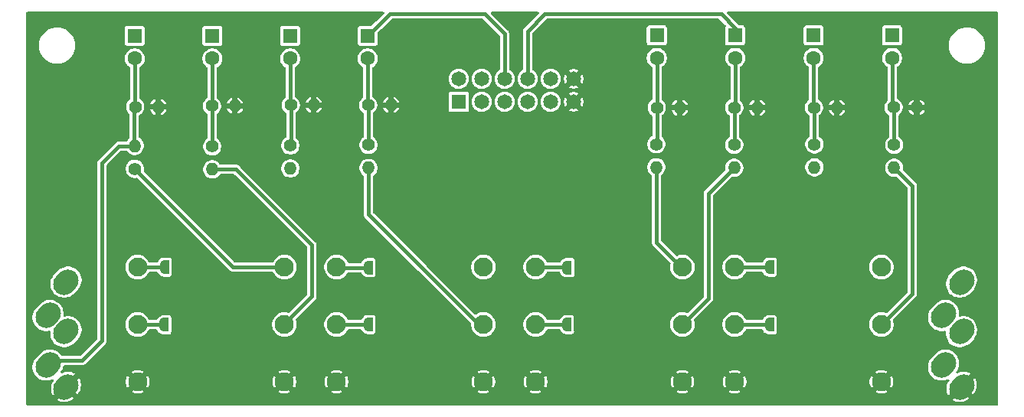
<source format=gbr>
%TF.GenerationSoftware,KiCad,Pcbnew,9.0.0*%
%TF.CreationDate,2025-03-26T11:57:41+11:00*%
%TF.ProjectId,Wing Board 4 TRS Mk IV,57696e67-2042-46f6-9172-642034205452,rev?*%
%TF.SameCoordinates,Original*%
%TF.FileFunction,Copper,L2,Bot*%
%TF.FilePolarity,Positive*%
%FSLAX46Y46*%
G04 Gerber Fmt 4.6, Leading zero omitted, Abs format (unit mm)*
G04 Created by KiCad (PCBNEW 9.0.0) date 2025-03-26 11:57:41*
%MOMM*%
%LPD*%
G01*
G04 APERTURE LIST*
G04 Aperture macros list*
%AMHorizOval*
0 Thick line with rounded ends*
0 $1 width*
0 $2 $3 position (X,Y) of the first rounded end (center of the circle)*
0 $4 $5 position (X,Y) of the second rounded end (center of the circle)*
0 Add line between two ends*
20,1,$1,$2,$3,$4,$5,0*
0 Add two circle primitives to create the rounded ends*
1,1,$1,$2,$3*
1,1,$1,$4,$5*%
%AMFreePoly0*
4,1,23,0.500000,-0.750000,0.000000,-0.750000,0.000000,-0.745722,-0.065263,-0.745722,-0.191342,-0.711940,-0.304381,-0.646677,-0.396677,-0.554381,-0.461940,-0.441342,-0.495722,-0.315263,-0.495722,-0.250000,-0.500000,-0.250000,-0.500000,0.250000,-0.495722,0.250000,-0.495722,0.315263,-0.461940,0.441342,-0.396677,0.554381,-0.304381,0.646677,-0.191342,0.711940,-0.065263,0.745722,0.000000,0.745722,
0.000000,0.750000,0.500000,0.750000,0.500000,-0.750000,0.500000,-0.750000,$1*%
%AMFreePoly1*
4,1,23,0.000000,0.745722,0.065263,0.745722,0.191342,0.711940,0.304381,0.646677,0.396677,0.554381,0.461940,0.441342,0.495722,0.315263,0.495722,0.250000,0.500000,0.250000,0.500000,-0.250000,0.495722,-0.250000,0.495722,-0.315263,0.461940,-0.441342,0.396677,-0.554381,0.304381,-0.646677,0.191342,-0.711940,0.065263,-0.745722,0.000000,-0.745722,0.000000,-0.750000,-0.500000,-0.750000,
-0.500000,0.750000,0.000000,0.750000,0.000000,0.745722,0.000000,0.745722,$1*%
G04 Aperture macros list end*
%TA.AperFunction,ComponentPad*%
%ADD10R,1.600000X1.600000*%
%TD*%
%TA.AperFunction,ComponentPad*%
%ADD11C,1.600000*%
%TD*%
%TA.AperFunction,ComponentPad*%
%ADD12C,2.100000*%
%TD*%
%TA.AperFunction,ComponentPad*%
%ADD13C,1.400000*%
%TD*%
%TA.AperFunction,ComponentPad*%
%ADD14O,1.400000X1.400000*%
%TD*%
%TA.AperFunction,ComponentPad*%
%ADD15HorizOval,2.400000X-0.212132X-0.212132X0.212132X0.212132X0*%
%TD*%
%TA.AperFunction,ComponentPad*%
%ADD16R,1.650000X1.650000*%
%TD*%
%TA.AperFunction,ComponentPad*%
%ADD17C,1.650000*%
%TD*%
%TA.AperFunction,SMDPad,CuDef*%
%ADD18FreePoly0,180.000000*%
%TD*%
%TA.AperFunction,SMDPad,CuDef*%
%ADD19FreePoly1,180.000000*%
%TD*%
%TA.AperFunction,ViaPad*%
%ADD20C,0.889000*%
%TD*%
%TA.AperFunction,Conductor*%
%ADD21C,0.406400*%
%TD*%
G04 APERTURE END LIST*
D10*
%TO.P,C6,1*%
%TO.N,/3-*%
X78875467Y-3098800D03*
D11*
%TO.P,C6,2*%
%TO.N,/XH3-*%
X78875467Y-5598800D03*
%TD*%
D12*
%TO.P,J5,1,S*%
%TO.N,AGND*%
X73037200Y-41452800D03*
%TO.P,J5,2,SN*%
X56807200Y-41452800D03*
%TO.P,J5,3,R*%
%TO.N,/X3-*%
X73037200Y-35102800D03*
%TO.P,J5,4,RN*%
%TO.N,Net-(J4-RN)*%
X56807200Y-35102800D03*
%TO.P,J5,5,T*%
%TO.N,/X3+*%
X73037200Y-28752800D03*
%TO.P,J5,6,TN*%
%TO.N,Net-(J4-TN)*%
X56807200Y-28752800D03*
%TD*%
D13*
%TO.P,R6,1*%
%TO.N,/XH3-*%
X78765400Y-11099800D03*
D14*
%TO.P,R6,2*%
%TO.N,AGND*%
X81305400Y-11099800D03*
%TD*%
D13*
%TO.P,R12,1*%
%TO.N,/XH2-*%
X38328600Y-15240000D03*
D14*
%TO.P,R12,2*%
%TO.N,/X2-*%
X38328600Y-17780000D03*
%TD*%
D13*
%TO.P,R4,1*%
%TO.N,/XH2-*%
X38303200Y-10820400D03*
D14*
%TO.P,R4,2*%
%TO.N,AGND*%
X40843200Y-10820400D03*
%TD*%
D10*
%TO.P,C5,1*%
%TO.N,/3+*%
X70205600Y-3098800D03*
D11*
%TO.P,C5,2*%
%TO.N,/XH3+*%
X70205600Y-5598800D03*
%TD*%
D15*
%TO.P,J2,R*%
%TO.N,/XH2+*%
X2899800Y-34100000D03*
%TO.P,J2,RN*%
%TO.N,unconnected-(J5-PadRN)*%
X4899800Y-35900000D03*
%TO.P,J2,S*%
%TO.N,AGND*%
X4899800Y-42000000D03*
%TO.P,J2,T*%
%TO.N,/XH1+*%
X2899800Y-39600000D03*
%TO.P,J2,TN*%
%TO.N,unconnected-(J5-PadTN)*%
X4899800Y-30400000D03*
%TD*%
D13*
%TO.P,R7,1*%
%TO.N,/XH4+*%
X87579200Y-11099800D03*
D14*
%TO.P,R7,2*%
%TO.N,AGND*%
X90119200Y-11099800D03*
%TD*%
D10*
%TO.P,C7,1*%
%TO.N,/4+*%
X87545333Y-3098800D03*
D11*
%TO.P,C7,2*%
%TO.N,/XH4+*%
X87545333Y-5598800D03*
%TD*%
D12*
%TO.P,J6,1,S*%
%TO.N,AGND*%
X95037200Y-41452800D03*
%TO.P,J6,2,SN*%
X78807200Y-41452800D03*
%TO.P,J6,3,R*%
%TO.N,/X4-*%
X95037200Y-35102800D03*
%TO.P,J6,4,RN*%
%TO.N,Net-(J2-RN)*%
X78807200Y-35102800D03*
%TO.P,J6,5,T*%
%TO.N,/X4+*%
X95037200Y-28752800D03*
%TO.P,J6,6,TN*%
%TO.N,Net-(J2-TN)*%
X78807200Y-28752800D03*
%TD*%
D13*
%TO.P,R16,1*%
%TO.N,/XH4-*%
X96443800Y-15214600D03*
D14*
%TO.P,R16,2*%
%TO.N,/X4-*%
X96443800Y-17754600D03*
%TD*%
D13*
%TO.P,R11,1*%
%TO.N,/XH2+*%
X29692600Y-15290800D03*
D14*
%TO.P,R11,2*%
%TO.N,/X2+*%
X29692600Y-17830800D03*
%TD*%
D13*
%TO.P,R5,1*%
%TO.N,/XH3+*%
X70205600Y-11099800D03*
D14*
%TO.P,R5,2*%
%TO.N,AGND*%
X72745600Y-11099800D03*
%TD*%
D10*
%TO.P,C4,1*%
%TO.N,/2-*%
X38252400Y-3175000D03*
D11*
%TO.P,C4,2*%
%TO.N,/XH2-*%
X38252400Y-5675000D03*
%TD*%
D10*
%TO.P,C3,1*%
%TO.N,/2+*%
X29667200Y-3175000D03*
D11*
%TO.P,C3,2*%
%TO.N,/XH2+*%
X29667200Y-5675000D03*
%TD*%
D13*
%TO.P,R9,1*%
%TO.N,/X1+*%
X12496800Y-17881600D03*
D14*
%TO.P,R9,2*%
%TO.N,/XH1+*%
X12496800Y-15341600D03*
%TD*%
D13*
%TO.P,R1,1*%
%TO.N,/XH1+*%
X12547600Y-11023600D03*
D14*
%TO.P,R1,2*%
%TO.N,AGND*%
X15087600Y-11023600D03*
%TD*%
D12*
%TO.P,J4,1,S*%
%TO.N,AGND*%
X51037200Y-41452800D03*
%TO.P,J4,2,SN*%
X34807200Y-41452800D03*
%TO.P,J4,3,R*%
%TO.N,/X2-*%
X51037200Y-35102800D03*
%TO.P,J4,4,RN*%
%TO.N,Net-(J6-RN)*%
X34807200Y-35102800D03*
%TO.P,J4,5,T*%
%TO.N,/X2+*%
X51037200Y-28752800D03*
%TO.P,J4,6,TN*%
%TO.N,Net-(J6-TN)*%
X34807200Y-28752800D03*
%TD*%
D16*
%TO.P,J1,1,Pin_1*%
%TO.N,V+*%
X48310800Y-10464800D03*
D17*
%TO.P,J1,2,Pin_2*%
%TO.N,V-*%
X48310800Y-7924800D03*
%TO.P,J1,3,Pin_3*%
%TO.N,/1+*%
X50850800Y-10464800D03*
%TO.P,J1,4,Pin_4*%
%TO.N,/1-*%
X50850800Y-7924800D03*
%TO.P,J1,5,Pin_5*%
%TO.N,/2+*%
X53390800Y-10464800D03*
%TO.P,J1,6,Pin_6*%
%TO.N,/2-*%
X53390800Y-7924800D03*
%TO.P,J1,7,Pin_7*%
%TO.N,/3+*%
X55930800Y-10464800D03*
%TO.P,J1,8,Pin_8*%
%TO.N,/3-*%
X55930800Y-7924800D03*
%TO.P,J1,9,Pin_9*%
%TO.N,/4+*%
X58470800Y-10464800D03*
%TO.P,J1,10,Pin_10*%
%TO.N,/4-*%
X58470800Y-7924800D03*
%TO.P,J1,11,Pin_11*%
%TO.N,AGND*%
X61010800Y-10464800D03*
%TO.P,J1,12,Pin_12*%
X61010800Y-7924800D03*
%TD*%
D13*
%TO.P,R13,1*%
%TO.N,/XH3+*%
X70154800Y-15163800D03*
D14*
%TO.P,R13,2*%
%TO.N,/X3+*%
X70154800Y-17703800D03*
%TD*%
D10*
%TO.P,C8,1*%
%TO.N,/4-*%
X96215200Y-3098800D03*
D11*
%TO.P,C8,2*%
%TO.N,/XH4-*%
X96215200Y-5598800D03*
%TD*%
D13*
%TO.P,R14,1*%
%TO.N,/XH3-*%
X78765400Y-15214600D03*
D14*
%TO.P,R14,2*%
%TO.N,/X3-*%
X78765400Y-17754600D03*
%TD*%
D15*
%TO.P,J7,R*%
%TO.N,/XH4+*%
X101899800Y-34100000D03*
%TO.P,J7,RN*%
%TO.N,unconnected-(J3-PadRN)*%
X103899800Y-35900000D03*
%TO.P,J7,S*%
%TO.N,AGND*%
X103899800Y-42000000D03*
%TO.P,J7,T*%
%TO.N,/XH3+*%
X101899800Y-39600000D03*
%TO.P,J7,TN*%
%TO.N,unconnected-(J3-PadTN)*%
X103899800Y-30400000D03*
%TD*%
D12*
%TO.P,J3,1,S*%
%TO.N,AGND*%
X29037200Y-41452800D03*
%TO.P,J3,2,SN*%
X12807200Y-41452800D03*
%TO.P,J3,3,R*%
%TO.N,/X1-*%
X29037200Y-35102800D03*
%TO.P,J3,4,RN*%
%TO.N,Net-(J7-RN)*%
X12807200Y-35102800D03*
%TO.P,J3,5,T*%
%TO.N,/X1+*%
X29037200Y-28752800D03*
%TO.P,J3,6,TN*%
%TO.N,Net-(J7-TN)*%
X12807200Y-28752800D03*
%TD*%
D13*
%TO.P,R8,1*%
%TO.N,/XH4-*%
X96393000Y-11074400D03*
D14*
%TO.P,R8,2*%
%TO.N,AGND*%
X98933000Y-11074400D03*
%TD*%
D13*
%TO.P,R10,1*%
%TO.N,/XH1-*%
X21056600Y-15392400D03*
D14*
%TO.P,R10,2*%
%TO.N,/X1-*%
X21056600Y-17932400D03*
%TD*%
D13*
%TO.P,R3,1*%
%TO.N,/XH2+*%
X29743400Y-10820400D03*
D14*
%TO.P,R3,2*%
%TO.N,AGND*%
X32283400Y-10820400D03*
%TD*%
D10*
%TO.P,C2,1*%
%TO.N,/1-*%
X21082000Y-3175000D03*
D11*
%TO.P,C2,2*%
%TO.N,/XH1-*%
X21082000Y-5675000D03*
%TD*%
D10*
%TO.P,C1,1*%
%TO.N,/1+*%
X12496800Y-3175000D03*
D11*
%TO.P,C1,2*%
%TO.N,/XH1+*%
X12496800Y-5675000D03*
%TD*%
D13*
%TO.P,R15,1*%
%TO.N,/XH4+*%
X87630000Y-15189200D03*
D14*
%TO.P,R15,2*%
%TO.N,/X4+*%
X87630000Y-17729200D03*
%TD*%
D13*
%TO.P,R2,1*%
%TO.N,/XH1-*%
X21031200Y-10922000D03*
D14*
%TO.P,R2,2*%
%TO.N,AGND*%
X23571200Y-10922000D03*
%TD*%
D18*
%TO.P,JP8,1,A*%
%TO.N,AGND*%
X17033000Y-35128200D03*
D19*
%TO.P,JP8,2,B*%
%TO.N,Net-(J7-RN)*%
X15733000Y-35128200D03*
%TD*%
D18*
%TO.P,JP3,1,A*%
%TO.N,AGND*%
X61584600Y-28803600D03*
D19*
%TO.P,JP3,2,B*%
%TO.N,Net-(J4-TN)*%
X60284600Y-28803600D03*
%TD*%
D18*
%TO.P,JP5,1,A*%
%TO.N,AGND*%
X39613600Y-28803600D03*
D19*
%TO.P,JP5,2,B*%
%TO.N,Net-(J6-TN)*%
X38313600Y-28803600D03*
%TD*%
D18*
%TO.P,JP7,1,A*%
%TO.N,AGND*%
X17083800Y-28752800D03*
D19*
%TO.P,JP7,2,B*%
%TO.N,Net-(J7-TN)*%
X15783800Y-28752800D03*
%TD*%
D18*
%TO.P,JP1,1,A*%
%TO.N,AGND*%
X83962000Y-28752800D03*
D19*
%TO.P,JP1,2,B*%
%TO.N,Net-(J2-TN)*%
X82662000Y-28752800D03*
%TD*%
D18*
%TO.P,JP2,1,A*%
%TO.N,AGND*%
X83962000Y-35128200D03*
D19*
%TO.P,JP2,2,B*%
%TO.N,Net-(J2-RN)*%
X82662000Y-35128200D03*
%TD*%
D18*
%TO.P,JP4,1,A*%
%TO.N,AGND*%
X61559200Y-35102800D03*
D19*
%TO.P,JP4,2,B*%
%TO.N,Net-(J4-RN)*%
X60259200Y-35102800D03*
%TD*%
D18*
%TO.P,JP6,1,A*%
%TO.N,AGND*%
X39613600Y-35102800D03*
D19*
%TO.P,JP6,2,B*%
%TO.N,Net-(J6-RN)*%
X38313600Y-35102800D03*
%TD*%
D20*
%TO.N,AGND*%
X61518800Y-31877000D03*
X16992600Y-32334200D03*
X83896200Y-31978600D03*
X39420800Y-32207200D03*
%TD*%
D21*
%TO.N,/X3+*%
X72898000Y-28752800D02*
X70154800Y-26009600D01*
X73037200Y-28752800D02*
X72898000Y-28752800D01*
X70154800Y-26009600D02*
X70154800Y-17703800D01*
%TO.N,/X4-*%
X98450400Y-31699200D02*
X98450400Y-19761200D01*
X95046800Y-35102800D02*
X98450400Y-31699200D01*
X95037200Y-35102800D02*
X95046800Y-35102800D01*
X98450400Y-19761200D02*
X96443800Y-17754600D01*
%TO.N,/X3-*%
X75920600Y-32219400D02*
X75920600Y-20624800D01*
X75920600Y-20624800D02*
X78765400Y-17780000D01*
X73037200Y-35102800D02*
X75920600Y-32219400D01*
X78765400Y-17780000D02*
X78765400Y-17754600D01*
%TO.N,/X1-*%
X29037200Y-35047000D02*
X29037200Y-35102800D01*
X32080200Y-26314400D02*
X32080200Y-32004000D01*
X23698200Y-17932400D02*
X32080200Y-26314400D01*
X32080200Y-32004000D02*
X29037200Y-35047000D01*
X21056600Y-17932400D02*
X23698200Y-17932400D01*
%TO.N,/X2-*%
X38328600Y-22894200D02*
X50537200Y-35102800D01*
X38328600Y-17780000D02*
X38328600Y-22894200D01*
%TO.N,/X1+*%
X12496800Y-17881600D02*
X23368000Y-28752800D01*
X23368000Y-28752800D02*
X29037200Y-28752800D01*
%TO.N,Net-(J2-TN)*%
X82662000Y-28752800D02*
X78807200Y-28752800D01*
%TO.N,Net-(J2-RN)*%
X82636600Y-35102800D02*
X78807200Y-35102800D01*
X82662000Y-35128200D02*
X82636600Y-35102800D01*
%TO.N,Net-(J4-RN)*%
X60233800Y-35077400D02*
X56832600Y-35077400D01*
X60259200Y-35102800D02*
X60233800Y-35077400D01*
X56807200Y-35102800D02*
X57307200Y-35102800D01*
X56832600Y-35077400D02*
X56807200Y-35102800D01*
%TO.N,Net-(J4-TN)*%
X60233800Y-28752800D02*
X56807200Y-28752800D01*
X60284600Y-28803600D02*
X60233800Y-28752800D01*
%TO.N,Net-(J6-RN)*%
X38313600Y-35102800D02*
X37958000Y-35102800D01*
X34832600Y-35128200D02*
X34807200Y-35102800D01*
X37932600Y-35128200D02*
X34832600Y-35128200D01*
X37958000Y-35102800D02*
X37932600Y-35128200D01*
%TO.N,Net-(J6-TN)*%
X38313600Y-28803600D02*
X34858000Y-28803600D01*
X34858000Y-28803600D02*
X34807200Y-28752800D01*
%TO.N,/2-*%
X51206400Y-762000D02*
X40720400Y-762000D01*
X40720400Y-762000D02*
X39537200Y-1945200D01*
X53365400Y-7899400D02*
X53365400Y-2921000D01*
X53365400Y-2921000D02*
X51206400Y-762000D01*
X39482200Y-1945200D02*
X38252400Y-3175000D01*
X39537200Y-1945200D02*
X39482200Y-1945200D01*
X53390800Y-7924800D02*
X53365400Y-7899400D01*
%TO.N,/3-*%
X77317600Y-762000D02*
X78875467Y-2319867D01*
X78875467Y-2319867D02*
X78875467Y-3098800D01*
X55905400Y-2667000D02*
X57810400Y-762000D01*
X55930800Y-7924800D02*
X55905400Y-7899400D01*
X57810400Y-762000D02*
X77317600Y-762000D01*
X55905400Y-7899400D02*
X55905400Y-2667000D01*
%TO.N,/XH4-*%
X96215200Y-5598800D02*
X96215200Y-10896600D01*
X96393000Y-11074400D02*
X96393000Y-12573000D01*
X96443800Y-12573000D02*
X96443800Y-15214600D01*
X96215200Y-10896600D02*
X96393000Y-11074400D01*
X96393000Y-12573000D02*
X96443800Y-12573000D01*
%TO.N,/XH4+*%
X87505954Y-5559421D02*
X87545333Y-5598800D01*
X87545333Y-5598800D02*
X87545333Y-11065933D01*
X87503000Y-11099800D02*
X87579200Y-11176000D01*
X87545333Y-11065933D02*
X87579200Y-11099800D01*
X87579200Y-11099800D02*
X87503000Y-11099800D01*
X87579200Y-11176000D02*
X87579200Y-15189200D01*
%TO.N,/XH3-*%
X78875467Y-7829954D02*
X78841600Y-7863821D01*
X78841600Y-11150600D02*
X78765400Y-11226800D01*
X78875467Y-5598800D02*
X78875467Y-7829954D01*
X78841600Y-7863821D02*
X78841600Y-11150600D01*
X78765400Y-11226800D02*
X78765400Y-15214600D01*
%TO.N,/XH3+*%
X70205600Y-11099800D02*
X70205600Y-15113000D01*
X70205600Y-5497200D02*
X70104000Y-5497200D01*
X70205600Y-5598800D02*
X70205600Y-11099800D01*
X70104000Y-5497200D02*
X70205600Y-5598800D01*
X70205600Y-15113000D02*
X70154800Y-15163800D01*
%TO.N,/XH2-*%
X38252400Y-10769600D02*
X38303200Y-10820400D01*
X38303200Y-10820400D02*
X38303200Y-15214600D01*
X38252400Y-5675000D02*
X38252400Y-10769600D01*
X38303200Y-15214600D02*
X38328600Y-15240000D01*
%TO.N,/XH2+*%
X29768800Y-15214600D02*
X29692600Y-15290800D01*
X29743400Y-10820400D02*
X29768800Y-10845800D01*
X29718000Y-10820400D02*
X29743400Y-10820400D01*
X29768800Y-10845800D02*
X29768800Y-15214600D01*
X29946600Y-5598800D02*
X29870400Y-5675000D01*
X29692600Y-10795000D02*
X29718000Y-10820400D01*
X29692600Y-5700400D02*
X29692600Y-10795000D01*
X29667200Y-5675000D02*
X29692600Y-5700400D01*
X29870400Y-5675000D02*
X29667200Y-5675000D01*
%TO.N,/XH1-*%
X21082000Y-5675000D02*
X21082000Y-6360800D01*
X21031200Y-10922000D02*
X21056600Y-10947400D01*
X21056600Y-10896600D02*
X21031200Y-10922000D01*
X21056600Y-10947400D02*
X21056600Y-15392400D01*
X21082000Y-6360800D02*
X21056600Y-6386200D01*
X21056600Y-6386200D02*
X21056600Y-10896600D01*
%TO.N,/XH1+*%
X10744200Y-15341600D02*
X8890000Y-17195800D01*
X12496800Y-10972800D02*
X12547600Y-11023600D01*
X6654800Y-39116000D02*
X3383800Y-39116000D01*
X12496800Y-5675000D02*
X12496800Y-10972800D01*
X12496800Y-15341600D02*
X12420600Y-15265400D01*
X12420600Y-15265400D02*
X12420600Y-11150600D01*
X8890000Y-36880800D02*
X6654800Y-39116000D01*
X12420600Y-11150600D02*
X12547600Y-11023600D01*
X12496800Y-15341600D02*
X10744200Y-15341600D01*
X12496800Y-5675000D02*
X12612379Y-5559421D01*
X3383800Y-39116000D02*
X2899800Y-39600000D01*
X8890000Y-17195800D02*
X8890000Y-36880800D01*
%TO.N,Net-(J7-RN)*%
X12832600Y-35128200D02*
X12807200Y-35102800D01*
X15733000Y-35128200D02*
X12832600Y-35128200D01*
%TO.N,Net-(J7-TN)*%
X15783800Y-28752800D02*
X12807200Y-28752800D01*
%TD*%
%TA.AperFunction,Conductor*%
%TO.N,AGND*%
G36*
X40030449Y-520185D02*
G01*
X40076204Y-572989D01*
X40086148Y-642147D01*
X40057123Y-705703D01*
X40051091Y-712181D01*
X39311648Y-1451622D01*
X39285969Y-1471327D01*
X39169977Y-1538297D01*
X39169971Y-1538301D01*
X38674891Y-2033381D01*
X38613568Y-2066866D01*
X38587210Y-2069700D01*
X37406828Y-2069700D01*
X37406805Y-2069702D01*
X37381293Y-2072661D01*
X37381290Y-2072662D01*
X37276875Y-2118765D01*
X37196166Y-2199474D01*
X37150062Y-2303888D01*
X37150062Y-2303890D01*
X37147100Y-2329419D01*
X37147100Y-4020571D01*
X37147102Y-4020594D01*
X37150061Y-4046106D01*
X37150062Y-4046109D01*
X37196165Y-4150524D01*
X37196166Y-4150525D01*
X37276875Y-4231234D01*
X37381291Y-4277338D01*
X37406821Y-4280300D01*
X39097978Y-4280299D01*
X39123509Y-4277338D01*
X39227925Y-4231234D01*
X39308634Y-4150525D01*
X39354738Y-4046109D01*
X39357700Y-4020579D01*
X39357699Y-2840188D01*
X39377384Y-2773150D01*
X39394014Y-2752512D01*
X39707750Y-2438775D01*
X39733427Y-2419073D01*
X39733470Y-2419047D01*
X39733474Y-2419047D01*
X39849427Y-2352101D01*
X40894709Y-1306819D01*
X40956032Y-1273334D01*
X40982390Y-1270500D01*
X50944410Y-1270500D01*
X51011449Y-1290185D01*
X51032091Y-1306819D01*
X52820581Y-3095309D01*
X52854066Y-3156632D01*
X52856900Y-3182990D01*
X52856900Y-6852784D01*
X52837215Y-6919823D01*
X52801806Y-6954487D01*
X52802336Y-6955217D01*
X52798394Y-6958080D01*
X52798394Y-6958081D01*
X52654459Y-7062656D01*
X52654457Y-7062658D01*
X52654456Y-7062658D01*
X52528658Y-7188456D01*
X52528658Y-7188457D01*
X52528656Y-7188459D01*
X52483745Y-7250273D01*
X52424081Y-7332393D01*
X52343308Y-7490917D01*
X52288332Y-7660119D01*
X52260500Y-7835843D01*
X52260500Y-8013756D01*
X52288332Y-8189480D01*
X52343308Y-8358682D01*
X52379432Y-8429578D01*
X52424081Y-8517206D01*
X52528656Y-8661141D01*
X52654459Y-8786944D01*
X52798394Y-8891519D01*
X52956915Y-8972290D01*
X52956917Y-8972291D01*
X53041518Y-8999779D01*
X53126121Y-9027268D01*
X53301843Y-9055100D01*
X53301844Y-9055100D01*
X53479756Y-9055100D01*
X53479757Y-9055100D01*
X53655479Y-9027268D01*
X53824685Y-8972290D01*
X53983206Y-8891519D01*
X54127141Y-8786944D01*
X54252944Y-8661141D01*
X54357519Y-8517206D01*
X54438290Y-8358685D01*
X54493268Y-8189479D01*
X54521100Y-8013757D01*
X54521100Y-7835843D01*
X54493268Y-7660121D01*
X54465779Y-7575518D01*
X54438291Y-7490917D01*
X54357518Y-7332393D01*
X54252944Y-7188459D01*
X54127141Y-7062656D01*
X54055173Y-7010368D01*
X53983204Y-6958079D01*
X53941604Y-6936883D01*
X53890809Y-6888909D01*
X53873900Y-6826399D01*
X53873900Y-2854057D01*
X53873900Y-2854055D01*
X53839247Y-2724726D01*
X53782915Y-2627157D01*
X53772301Y-2608773D01*
X51875709Y-712181D01*
X51842224Y-650858D01*
X51847208Y-581166D01*
X51889080Y-525233D01*
X51954544Y-500816D01*
X51963390Y-500500D01*
X57053411Y-500500D01*
X57120450Y-520185D01*
X57166205Y-572989D01*
X57176149Y-642147D01*
X57147124Y-705703D01*
X57141092Y-712181D01*
X55498501Y-2354770D01*
X55498497Y-2354776D01*
X55445163Y-2447153D01*
X55445162Y-2447155D01*
X55431553Y-2470723D01*
X55396900Y-2600055D01*
X55396900Y-6852784D01*
X55377215Y-6919823D01*
X55341806Y-6954487D01*
X55342336Y-6955217D01*
X55338394Y-6958080D01*
X55338394Y-6958081D01*
X55194459Y-7062656D01*
X55194457Y-7062658D01*
X55194456Y-7062658D01*
X55068658Y-7188456D01*
X55068658Y-7188457D01*
X55068656Y-7188459D01*
X55023745Y-7250273D01*
X54964081Y-7332393D01*
X54883308Y-7490917D01*
X54828332Y-7660119D01*
X54800500Y-7835843D01*
X54800500Y-8013756D01*
X54828332Y-8189480D01*
X54883308Y-8358682D01*
X54919432Y-8429578D01*
X54964081Y-8517206D01*
X55068656Y-8661141D01*
X55194459Y-8786944D01*
X55338394Y-8891519D01*
X55496915Y-8972290D01*
X55496917Y-8972291D01*
X55581518Y-8999779D01*
X55666121Y-9027268D01*
X55841843Y-9055100D01*
X55841844Y-9055100D01*
X56019756Y-9055100D01*
X56019757Y-9055100D01*
X56195479Y-9027268D01*
X56364685Y-8972290D01*
X56523206Y-8891519D01*
X56667141Y-8786944D01*
X56792944Y-8661141D01*
X56897519Y-8517206D01*
X56978290Y-8358685D01*
X57033268Y-8189479D01*
X57061100Y-8013757D01*
X57061100Y-7835843D01*
X57340500Y-7835843D01*
X57340500Y-8013756D01*
X57368332Y-8189480D01*
X57423308Y-8358682D01*
X57459432Y-8429578D01*
X57504081Y-8517206D01*
X57608656Y-8661141D01*
X57734459Y-8786944D01*
X57878394Y-8891519D01*
X58036915Y-8972290D01*
X58036917Y-8972291D01*
X58121518Y-8999779D01*
X58206121Y-9027268D01*
X58381843Y-9055100D01*
X58381844Y-9055100D01*
X58559756Y-9055100D01*
X58559757Y-9055100D01*
X58735479Y-9027268D01*
X58904685Y-8972290D01*
X59063206Y-8891519D01*
X59207141Y-8786944D01*
X59332944Y-8661141D01*
X59437519Y-8517206D01*
X59518290Y-8358685D01*
X59573268Y-8189479D01*
X59601100Y-8013757D01*
X59601100Y-7839881D01*
X59931800Y-7839881D01*
X59931800Y-8009718D01*
X59958368Y-8177466D01*
X60010853Y-8338996D01*
X60057007Y-8429577D01*
X60466839Y-8019747D01*
X60498282Y-8137092D01*
X60570690Y-8262508D01*
X60673092Y-8364910D01*
X60798508Y-8437318D01*
X60915851Y-8468760D01*
X60506020Y-8878590D01*
X60596609Y-8924747D01*
X60758133Y-8977231D01*
X60925882Y-9003800D01*
X61095718Y-9003800D01*
X61263466Y-8977231D01*
X61424993Y-8924746D01*
X61424997Y-8924745D01*
X61515578Y-8878590D01*
X61105749Y-8468760D01*
X61223092Y-8437318D01*
X61348508Y-8364910D01*
X61450910Y-8262508D01*
X61523318Y-8137092D01*
X61554760Y-8019748D01*
X61964590Y-8429578D01*
X62010745Y-8338997D01*
X62010746Y-8338993D01*
X62063231Y-8177466D01*
X62089800Y-8009718D01*
X62089800Y-7839881D01*
X62063231Y-7672133D01*
X62010747Y-7510609D01*
X61964590Y-7420020D01*
X61554760Y-7829850D01*
X61523318Y-7712508D01*
X61450910Y-7587092D01*
X61348508Y-7484690D01*
X61223092Y-7412282D01*
X61105748Y-7380839D01*
X61515578Y-6971008D01*
X61424996Y-6924853D01*
X61263466Y-6872368D01*
X61095718Y-6845800D01*
X60925882Y-6845800D01*
X60758132Y-6872369D01*
X60758129Y-6872369D01*
X60596610Y-6924850D01*
X60506021Y-6971008D01*
X60915852Y-7380839D01*
X60798508Y-7412282D01*
X60673092Y-7484690D01*
X60570690Y-7587092D01*
X60498282Y-7712508D01*
X60466839Y-7829852D01*
X60057008Y-7420021D01*
X60010850Y-7510610D01*
X59958369Y-7672129D01*
X59958369Y-7672132D01*
X59931800Y-7839881D01*
X59601100Y-7839881D01*
X59601100Y-7835843D01*
X59573268Y-7660121D01*
X59545779Y-7575518D01*
X59518291Y-7490917D01*
X59437518Y-7332393D01*
X59332944Y-7188459D01*
X59207141Y-7062656D01*
X59063206Y-6958081D01*
X58988121Y-6919823D01*
X58904682Y-6877308D01*
X58735480Y-6822332D01*
X58647618Y-6808416D01*
X58559757Y-6794500D01*
X58381843Y-6794500D01*
X58323269Y-6803777D01*
X58206119Y-6822332D01*
X58036917Y-6877308D01*
X57878393Y-6958081D01*
X57796273Y-7017745D01*
X57734459Y-7062656D01*
X57734457Y-7062658D01*
X57734456Y-7062658D01*
X57608658Y-7188456D01*
X57608658Y-7188457D01*
X57608656Y-7188459D01*
X57563745Y-7250273D01*
X57504081Y-7332393D01*
X57423308Y-7490917D01*
X57368332Y-7660119D01*
X57340500Y-7835843D01*
X57061100Y-7835843D01*
X57033268Y-7660121D01*
X57005779Y-7575518D01*
X56978291Y-7490917D01*
X56897518Y-7332393D01*
X56792944Y-7188459D01*
X56667141Y-7062656D01*
X56595173Y-7010368D01*
X56523204Y-6958079D01*
X56481604Y-6936883D01*
X56430809Y-6888909D01*
X56413900Y-6826399D01*
X56413900Y-5511805D01*
X69100300Y-5511805D01*
X69100300Y-5685794D01*
X69127515Y-5857625D01*
X69167335Y-5980176D01*
X69181278Y-6023088D01*
X69240032Y-6138399D01*
X69260265Y-6178107D01*
X69362518Y-6318848D01*
X69362522Y-6318853D01*
X69485546Y-6441877D01*
X69485551Y-6441881D01*
X69590426Y-6518076D01*
X69626296Y-6544137D01*
X69629393Y-6545715D01*
X69630355Y-6546623D01*
X69630444Y-6546678D01*
X69630432Y-6546696D01*
X69680188Y-6593685D01*
X69697100Y-6656200D01*
X69697100Y-10164225D01*
X69677415Y-10231264D01*
X69641991Y-10267327D01*
X69564759Y-10318932D01*
X69564755Y-10318935D01*
X69424735Y-10458955D01*
X69424732Y-10458959D01*
X69314718Y-10623605D01*
X69314713Y-10623614D01*
X69238933Y-10806564D01*
X69238931Y-10806572D01*
X69200300Y-11000782D01*
X69200300Y-11198817D01*
X69238931Y-11393027D01*
X69238933Y-11393035D01*
X69314713Y-11575985D01*
X69314718Y-11575994D01*
X69424732Y-11740640D01*
X69424735Y-11740644D01*
X69564756Y-11880665D01*
X69564759Y-11880667D01*
X69641991Y-11932271D01*
X69686795Y-11985882D01*
X69697100Y-12035373D01*
X69697100Y-14194282D01*
X69677415Y-14261321D01*
X69641991Y-14297384D01*
X69513959Y-14382932D01*
X69513955Y-14382935D01*
X69373935Y-14522955D01*
X69373932Y-14522959D01*
X69263918Y-14687605D01*
X69263913Y-14687614D01*
X69188133Y-14870564D01*
X69188131Y-14870572D01*
X69149500Y-15064782D01*
X69149500Y-15262817D01*
X69188131Y-15457027D01*
X69188133Y-15457035D01*
X69263913Y-15639985D01*
X69263918Y-15639994D01*
X69373932Y-15804640D01*
X69373935Y-15804644D01*
X69513955Y-15944664D01*
X69513959Y-15944667D01*
X69678605Y-16054681D01*
X69678611Y-16054684D01*
X69678612Y-16054685D01*
X69861565Y-16130467D01*
X70055782Y-16169099D01*
X70055786Y-16169100D01*
X70055787Y-16169100D01*
X70253814Y-16169100D01*
X70253815Y-16169099D01*
X70448035Y-16130467D01*
X70630988Y-16054685D01*
X70795641Y-15944667D01*
X70935667Y-15804641D01*
X71045685Y-15639988D01*
X71121467Y-15457035D01*
X71160100Y-15262813D01*
X71160100Y-15064787D01*
X71121467Y-14870565D01*
X71045685Y-14687612D01*
X71045684Y-14687611D01*
X71045681Y-14687605D01*
X70935667Y-14522959D01*
X70935664Y-14522955D01*
X70795648Y-14382939D01*
X70795642Y-14382934D01*
X70795639Y-14382932D01*
X70778305Y-14371349D01*
X70769206Y-14365269D01*
X70724403Y-14311656D01*
X70714100Y-14262169D01*
X70714100Y-12035373D01*
X70733785Y-11968334D01*
X70769207Y-11932272D01*
X70846441Y-11880667D01*
X70986467Y-11740641D01*
X71096485Y-11575988D01*
X71162216Y-11417300D01*
X71844511Y-11417300D01*
X71900174Y-11551686D01*
X71900176Y-11551689D01*
X72004576Y-11707935D01*
X72004582Y-11707943D01*
X72137456Y-11840817D01*
X72137464Y-11840823D01*
X72293710Y-11945223D01*
X72293713Y-11945225D01*
X72428099Y-12000889D01*
X72428100Y-12000889D01*
X73063100Y-12000889D01*
X73197486Y-11945225D01*
X73197489Y-11945223D01*
X73353735Y-11840823D01*
X73353743Y-11840817D01*
X73486617Y-11707943D01*
X73486623Y-11707935D01*
X73591023Y-11551689D01*
X73591025Y-11551686D01*
X73646689Y-11417300D01*
X73063100Y-11417300D01*
X73063100Y-12000889D01*
X72428100Y-12000889D01*
X72428100Y-11417300D01*
X71844511Y-11417300D01*
X71162216Y-11417300D01*
X71172267Y-11393035D01*
X71210900Y-11198813D01*
X71210900Y-11053722D01*
X72395600Y-11053722D01*
X72395600Y-11145878D01*
X72419452Y-11234895D01*
X72465530Y-11314705D01*
X72530695Y-11379870D01*
X72610505Y-11425948D01*
X72699522Y-11449800D01*
X72791678Y-11449800D01*
X72880695Y-11425948D01*
X72960505Y-11379870D01*
X73025670Y-11314705D01*
X73071748Y-11234895D01*
X73095600Y-11145878D01*
X73095600Y-11053722D01*
X73081415Y-11000782D01*
X77760100Y-11000782D01*
X77760100Y-11198817D01*
X77798731Y-11393027D01*
X77798733Y-11393035D01*
X77874513Y-11575985D01*
X77874518Y-11575994D01*
X77984532Y-11740640D01*
X77984535Y-11740644D01*
X78124556Y-11880665D01*
X78124559Y-11880667D01*
X78201791Y-11932271D01*
X78246595Y-11985882D01*
X78256900Y-12035373D01*
X78256900Y-14279025D01*
X78237215Y-14346064D01*
X78201791Y-14382127D01*
X78124559Y-14433732D01*
X78124555Y-14433735D01*
X77984535Y-14573755D01*
X77984532Y-14573759D01*
X77874518Y-14738405D01*
X77874513Y-14738414D01*
X77798733Y-14921364D01*
X77798731Y-14921372D01*
X77760100Y-15115582D01*
X77760100Y-15313617D01*
X77798731Y-15507827D01*
X77798733Y-15507835D01*
X77874513Y-15690785D01*
X77874518Y-15690794D01*
X77984532Y-15855440D01*
X77984535Y-15855444D01*
X78124555Y-15995464D01*
X78124559Y-15995467D01*
X78289205Y-16105481D01*
X78289211Y-16105484D01*
X78289212Y-16105485D01*
X78472165Y-16181267D01*
X78666382Y-16219899D01*
X78666386Y-16219900D01*
X78666387Y-16219900D01*
X78864414Y-16219900D01*
X78864415Y-16219899D01*
X79058635Y-16181267D01*
X79241588Y-16105485D01*
X79406241Y-15995467D01*
X79546267Y-15855441D01*
X79656285Y-15690788D01*
X79732067Y-15507835D01*
X79770700Y-15313613D01*
X79770700Y-15115587D01*
X79732067Y-14921365D01*
X79656285Y-14738412D01*
X79656284Y-14738411D01*
X79656281Y-14738405D01*
X79546267Y-14573759D01*
X79546264Y-14573755D01*
X79406244Y-14433735D01*
X79406240Y-14433732D01*
X79329009Y-14382127D01*
X79284204Y-14328514D01*
X79273900Y-14279025D01*
X79273900Y-12035373D01*
X79293585Y-11968334D01*
X79329007Y-11932272D01*
X79406241Y-11880667D01*
X79546267Y-11740641D01*
X79656285Y-11575988D01*
X79722016Y-11417300D01*
X80404311Y-11417300D01*
X80459974Y-11551686D01*
X80459976Y-11551689D01*
X80564376Y-11707935D01*
X80564382Y-11707943D01*
X80697256Y-11840817D01*
X80697264Y-11840823D01*
X80853510Y-11945223D01*
X80853513Y-11945225D01*
X80987899Y-12000889D01*
X80987900Y-12000889D01*
X81622900Y-12000889D01*
X81757286Y-11945225D01*
X81757289Y-11945223D01*
X81913535Y-11840823D01*
X81913543Y-11840817D01*
X82046417Y-11707943D01*
X82046423Y-11707935D01*
X82150823Y-11551689D01*
X82150825Y-11551686D01*
X82206489Y-11417300D01*
X81622900Y-11417300D01*
X81622900Y-12000889D01*
X80987900Y-12000889D01*
X80987900Y-11417300D01*
X80404311Y-11417300D01*
X79722016Y-11417300D01*
X79732067Y-11393035D01*
X79770700Y-11198813D01*
X79770700Y-11053722D01*
X80955400Y-11053722D01*
X80955400Y-11145878D01*
X80979252Y-11234895D01*
X81025330Y-11314705D01*
X81090495Y-11379870D01*
X81170305Y-11425948D01*
X81259322Y-11449800D01*
X81351478Y-11449800D01*
X81440495Y-11425948D01*
X81520305Y-11379870D01*
X81585470Y-11314705D01*
X81631548Y-11234895D01*
X81655400Y-11145878D01*
X81655400Y-11053722D01*
X81631548Y-10964705D01*
X81585470Y-10884895D01*
X81520305Y-10819730D01*
X81455474Y-10782300D01*
X81622900Y-10782300D01*
X82206489Y-10782300D01*
X82206489Y-10782299D01*
X82150825Y-10647913D01*
X82150823Y-10647910D01*
X82046423Y-10491664D01*
X82046417Y-10491656D01*
X81913543Y-10358782D01*
X81913539Y-10358779D01*
X81757294Y-10254379D01*
X81757284Y-10254374D01*
X81622900Y-10198710D01*
X81622900Y-10782300D01*
X81455474Y-10782300D01*
X81440495Y-10773652D01*
X81351478Y-10749800D01*
X81259322Y-10749800D01*
X81170305Y-10773652D01*
X81090495Y-10819730D01*
X81025330Y-10884895D01*
X80979252Y-10964705D01*
X80955400Y-11053722D01*
X79770700Y-11053722D01*
X79770700Y-11000787D01*
X79746475Y-10878997D01*
X79734795Y-10820278D01*
X79734793Y-10820272D01*
X79732067Y-10806565D01*
X79722016Y-10782299D01*
X80404310Y-10782299D01*
X80404311Y-10782300D01*
X80987900Y-10782300D01*
X80987900Y-10198710D01*
X80853515Y-10254374D01*
X80853505Y-10254379D01*
X80697260Y-10358779D01*
X80697256Y-10358782D01*
X80564382Y-10491656D01*
X80564376Y-10491664D01*
X80459976Y-10647910D01*
X80459974Y-10647913D01*
X80404310Y-10782299D01*
X79722016Y-10782299D01*
X79663873Y-10641930D01*
X79656286Y-10623614D01*
X79656281Y-10623605D01*
X79546267Y-10458959D01*
X79546264Y-10458955D01*
X79406246Y-10318937D01*
X79406241Y-10318933D01*
X79405204Y-10318240D01*
X79404783Y-10317737D01*
X79401535Y-10315071D01*
X79402040Y-10314454D01*
X79360402Y-10264625D01*
X79350100Y-10215141D01*
X79350100Y-8039618D01*
X79354325Y-8007525D01*
X79357089Y-7997209D01*
X79383967Y-7896899D01*
X79383967Y-6656200D01*
X79403652Y-6589161D01*
X79451673Y-6545715D01*
X79454771Y-6544137D01*
X79595522Y-6441876D01*
X79718543Y-6318855D01*
X79820804Y-6178104D01*
X79899789Y-6023088D01*
X79953551Y-5857625D01*
X79980767Y-5685794D01*
X79980767Y-5511805D01*
X86440033Y-5511805D01*
X86440033Y-5685794D01*
X86467248Y-5857625D01*
X86507068Y-5980176D01*
X86521011Y-6023088D01*
X86579765Y-6138399D01*
X86599998Y-6178107D01*
X86702251Y-6318848D01*
X86702255Y-6318853D01*
X86825279Y-6441877D01*
X86825284Y-6441881D01*
X86930159Y-6518076D01*
X86966029Y-6544137D01*
X86969126Y-6545715D01*
X86970088Y-6546623D01*
X86970177Y-6546678D01*
X86970165Y-6546696D01*
X87019921Y-6593685D01*
X87036833Y-6656200D01*
X87036833Y-10186854D01*
X87017148Y-10253893D01*
X86981725Y-10289955D01*
X86938361Y-10318930D01*
X86938355Y-10318935D01*
X86798335Y-10458955D01*
X86798332Y-10458959D01*
X86688318Y-10623605D01*
X86688313Y-10623614D01*
X86612533Y-10806564D01*
X86612531Y-10806572D01*
X86573900Y-11000782D01*
X86573900Y-11198817D01*
X86612531Y-11393027D01*
X86612533Y-11393035D01*
X86688313Y-11575985D01*
X86688318Y-11575994D01*
X86798332Y-11740640D01*
X86798335Y-11740644D01*
X86938356Y-11880665D01*
X86938359Y-11880667D01*
X87015591Y-11932271D01*
X87060395Y-11985882D01*
X87070700Y-12035373D01*
X87070700Y-14287569D01*
X87051015Y-14354608D01*
X87015594Y-14390669D01*
X86989157Y-14408334D01*
X86989152Y-14408339D01*
X86849135Y-14548355D01*
X86849132Y-14548359D01*
X86739118Y-14713005D01*
X86739113Y-14713014D01*
X86663333Y-14895964D01*
X86663331Y-14895972D01*
X86624700Y-15090182D01*
X86624700Y-15288217D01*
X86663331Y-15482427D01*
X86663333Y-15482435D01*
X86739113Y-15665385D01*
X86739118Y-15665394D01*
X86849132Y-15830040D01*
X86849135Y-15830044D01*
X86989155Y-15970064D01*
X86989159Y-15970067D01*
X87153805Y-16080081D01*
X87153811Y-16080084D01*
X87153812Y-16080085D01*
X87336765Y-16155867D01*
X87530982Y-16194499D01*
X87530986Y-16194500D01*
X87530987Y-16194500D01*
X87729014Y-16194500D01*
X87729015Y-16194499D01*
X87923235Y-16155867D01*
X88106188Y-16080085D01*
X88270841Y-15970067D01*
X88410867Y-15830041D01*
X88520885Y-15665388D01*
X88596667Y-15482435D01*
X88635300Y-15288213D01*
X88635300Y-15090187D01*
X88596667Y-14895965D01*
X88520885Y-14713012D01*
X88520884Y-14713011D01*
X88520881Y-14713005D01*
X88410867Y-14548359D01*
X88410864Y-14548355D01*
X88270844Y-14408335D01*
X88270840Y-14408332D01*
X88142809Y-14322784D01*
X88098004Y-14269172D01*
X88087700Y-14219682D01*
X88087700Y-12035373D01*
X88107385Y-11968334D01*
X88142807Y-11932272D01*
X88220041Y-11880667D01*
X88360067Y-11740641D01*
X88470085Y-11575988D01*
X88535816Y-11417300D01*
X89218111Y-11417300D01*
X89273774Y-11551686D01*
X89273776Y-11551689D01*
X89378176Y-11707935D01*
X89378182Y-11707943D01*
X89511056Y-11840817D01*
X89511064Y-11840823D01*
X89667310Y-11945223D01*
X89667313Y-11945225D01*
X89801699Y-12000889D01*
X89801700Y-12000889D01*
X90436700Y-12000889D01*
X90571086Y-11945225D01*
X90571089Y-11945223D01*
X90727335Y-11840823D01*
X90727343Y-11840817D01*
X90860217Y-11707943D01*
X90860223Y-11707935D01*
X90964623Y-11551689D01*
X90964625Y-11551686D01*
X91020289Y-11417300D01*
X90436700Y-11417300D01*
X90436700Y-12000889D01*
X89801700Y-12000889D01*
X89801700Y-11417300D01*
X89218111Y-11417300D01*
X88535816Y-11417300D01*
X88545867Y-11393035D01*
X88584500Y-11198813D01*
X88584500Y-11053722D01*
X89769200Y-11053722D01*
X89769200Y-11145878D01*
X89793052Y-11234895D01*
X89839130Y-11314705D01*
X89904295Y-11379870D01*
X89984105Y-11425948D01*
X90073122Y-11449800D01*
X90165278Y-11449800D01*
X90254295Y-11425948D01*
X90334105Y-11379870D01*
X90399270Y-11314705D01*
X90445348Y-11234895D01*
X90469200Y-11145878D01*
X90469200Y-11053722D01*
X90445348Y-10964705D01*
X90399270Y-10884895D01*
X90334105Y-10819730D01*
X90269274Y-10782300D01*
X90436700Y-10782300D01*
X91020289Y-10782300D01*
X91020289Y-10782299D01*
X90964625Y-10647913D01*
X90964623Y-10647910D01*
X90860223Y-10491664D01*
X90860217Y-10491656D01*
X90727343Y-10358782D01*
X90727339Y-10358779D01*
X90571094Y-10254379D01*
X90571084Y-10254374D01*
X90436700Y-10198710D01*
X90436700Y-10782300D01*
X90269274Y-10782300D01*
X90254295Y-10773652D01*
X90165278Y-10749800D01*
X90073122Y-10749800D01*
X89984105Y-10773652D01*
X89904295Y-10819730D01*
X89839130Y-10884895D01*
X89793052Y-10964705D01*
X89769200Y-11053722D01*
X88584500Y-11053722D01*
X88584500Y-11000787D01*
X88560275Y-10878997D01*
X88548595Y-10820278D01*
X88548593Y-10820272D01*
X88545867Y-10806565D01*
X88535816Y-10782299D01*
X89218110Y-10782299D01*
X89218111Y-10782300D01*
X89801700Y-10782300D01*
X89801700Y-10198710D01*
X89801699Y-10198710D01*
X89667315Y-10254374D01*
X89667305Y-10254379D01*
X89511060Y-10358779D01*
X89511056Y-10358782D01*
X89378182Y-10491656D01*
X89378176Y-10491664D01*
X89273776Y-10647910D01*
X89273774Y-10647913D01*
X89218110Y-10782299D01*
X88535816Y-10782299D01*
X88477673Y-10641930D01*
X88470086Y-10623614D01*
X88470081Y-10623605D01*
X88360067Y-10458959D01*
X88360064Y-10458955D01*
X88220044Y-10318935D01*
X88220040Y-10318932D01*
X88108942Y-10244698D01*
X88064137Y-10191086D01*
X88053833Y-10141596D01*
X88053833Y-6656200D01*
X88073518Y-6589161D01*
X88121539Y-6545715D01*
X88124637Y-6544137D01*
X88265388Y-6441876D01*
X88388409Y-6318855D01*
X88490670Y-6178104D01*
X88569655Y-6023088D01*
X88623417Y-5857625D01*
X88650633Y-5685794D01*
X88650633Y-5511805D01*
X95109900Y-5511805D01*
X95109900Y-5685794D01*
X95137115Y-5857625D01*
X95176935Y-5980176D01*
X95190878Y-6023088D01*
X95249632Y-6138399D01*
X95269865Y-6178107D01*
X95372118Y-6318848D01*
X95372122Y-6318853D01*
X95495146Y-6441877D01*
X95495151Y-6441881D01*
X95600026Y-6518076D01*
X95635896Y-6544137D01*
X95638993Y-6545715D01*
X95639955Y-6546623D01*
X95640044Y-6546678D01*
X95640032Y-6546696D01*
X95689788Y-6593685D01*
X95706700Y-6656200D01*
X95706700Y-10287629D01*
X95687015Y-10354668D01*
X95670381Y-10375310D01*
X95612135Y-10433555D01*
X95612132Y-10433559D01*
X95502118Y-10598205D01*
X95502113Y-10598214D01*
X95426333Y-10781164D01*
X95426331Y-10781172D01*
X95387700Y-10975382D01*
X95387700Y-11173417D01*
X95426331Y-11367627D01*
X95426333Y-11367635D01*
X95502113Y-11550585D01*
X95502118Y-11550594D01*
X95612132Y-11715240D01*
X95612135Y-11715244D01*
X95752156Y-11855265D01*
X95752159Y-11855267D01*
X95829391Y-11906871D01*
X95874195Y-11960482D01*
X95884500Y-12009973D01*
X95884500Y-12639944D01*
X95919154Y-12769277D01*
X95922264Y-12776785D01*
X95921048Y-12777288D01*
X95935300Y-12830466D01*
X95935300Y-14279025D01*
X95915615Y-14346064D01*
X95880191Y-14382127D01*
X95802959Y-14433732D01*
X95802955Y-14433735D01*
X95662935Y-14573755D01*
X95662932Y-14573759D01*
X95552918Y-14738405D01*
X95552913Y-14738414D01*
X95477133Y-14921364D01*
X95477131Y-14921372D01*
X95438500Y-15115582D01*
X95438500Y-15313617D01*
X95477131Y-15507827D01*
X95477133Y-15507835D01*
X95552913Y-15690785D01*
X95552918Y-15690794D01*
X95662932Y-15855440D01*
X95662935Y-15855444D01*
X95802955Y-15995464D01*
X95802959Y-15995467D01*
X95967605Y-16105481D01*
X95967611Y-16105484D01*
X95967612Y-16105485D01*
X96150565Y-16181267D01*
X96344782Y-16219899D01*
X96344786Y-16219900D01*
X96344787Y-16219900D01*
X96542814Y-16219900D01*
X96542815Y-16219899D01*
X96737035Y-16181267D01*
X96919988Y-16105485D01*
X97084641Y-15995467D01*
X97224667Y-15855441D01*
X97334685Y-15690788D01*
X97410467Y-15507835D01*
X97449100Y-15313613D01*
X97449100Y-15115587D01*
X97410467Y-14921365D01*
X97334685Y-14738412D01*
X97334684Y-14738411D01*
X97334681Y-14738405D01*
X97224667Y-14573759D01*
X97224664Y-14573755D01*
X97084644Y-14433735D01*
X97084640Y-14433732D01*
X97007409Y-14382127D01*
X96962604Y-14328514D01*
X96952300Y-14279025D01*
X96952300Y-12506057D01*
X96952300Y-12506055D01*
X96917647Y-12376726D01*
X96917644Y-12376721D01*
X96914535Y-12369212D01*
X96915749Y-12368709D01*
X96901500Y-12315532D01*
X96901500Y-12009973D01*
X96921185Y-11942934D01*
X96956607Y-11906872D01*
X97033841Y-11855267D01*
X97173867Y-11715241D01*
X97283885Y-11550588D01*
X97349616Y-11391900D01*
X98031911Y-11391900D01*
X98087574Y-11526286D01*
X98087576Y-11526289D01*
X98191976Y-11682535D01*
X98191982Y-11682543D01*
X98324856Y-11815417D01*
X98324864Y-11815423D01*
X98481110Y-11919823D01*
X98481113Y-11919825D01*
X98615499Y-11975489D01*
X98615500Y-11975489D01*
X99250500Y-11975489D01*
X99384886Y-11919825D01*
X99384889Y-11919823D01*
X99541135Y-11815423D01*
X99541143Y-11815417D01*
X99674017Y-11682543D01*
X99674023Y-11682535D01*
X99778423Y-11526289D01*
X99778425Y-11526286D01*
X99834089Y-11391900D01*
X99250500Y-11391900D01*
X99250500Y-11975489D01*
X98615500Y-11975489D01*
X98615500Y-11391900D01*
X98031911Y-11391900D01*
X97349616Y-11391900D01*
X97359667Y-11367635D01*
X97398300Y-11173413D01*
X97398300Y-11028322D01*
X98583000Y-11028322D01*
X98583000Y-11120478D01*
X98606852Y-11209495D01*
X98652930Y-11289305D01*
X98718095Y-11354470D01*
X98797905Y-11400548D01*
X98886922Y-11424400D01*
X98979078Y-11424400D01*
X99068095Y-11400548D01*
X99147905Y-11354470D01*
X99213070Y-11289305D01*
X99259148Y-11209495D01*
X99283000Y-11120478D01*
X99283000Y-11028322D01*
X99259148Y-10939305D01*
X99213070Y-10859495D01*
X99147905Y-10794330D01*
X99083074Y-10756900D01*
X99250500Y-10756900D01*
X99834089Y-10756900D01*
X99834089Y-10756899D01*
X99778425Y-10622513D01*
X99778423Y-10622510D01*
X99674023Y-10466264D01*
X99674017Y-10466256D01*
X99541143Y-10333382D01*
X99541139Y-10333379D01*
X99384894Y-10228979D01*
X99384884Y-10228974D01*
X99250500Y-10173310D01*
X99250500Y-10756900D01*
X99083074Y-10756900D01*
X99068095Y-10748252D01*
X98979078Y-10724400D01*
X98886922Y-10724400D01*
X98797905Y-10748252D01*
X98718095Y-10794330D01*
X98652930Y-10859495D01*
X98606852Y-10939305D01*
X98583000Y-11028322D01*
X97398300Y-11028322D01*
X97398300Y-10975387D01*
X97383043Y-10898685D01*
X97362395Y-10794878D01*
X97362393Y-10794872D01*
X97359667Y-10781165D01*
X97349616Y-10756899D01*
X98031910Y-10756899D01*
X98031911Y-10756900D01*
X98615500Y-10756900D01*
X98615500Y-10173310D01*
X98615499Y-10173310D01*
X98481115Y-10228974D01*
X98481105Y-10228979D01*
X98324860Y-10333379D01*
X98324856Y-10333382D01*
X98191982Y-10466256D01*
X98191976Y-10466264D01*
X98087576Y-10622510D01*
X98087574Y-10622513D01*
X98031910Y-10756899D01*
X97349616Y-10756899D01*
X97283885Y-10598212D01*
X97283884Y-10598211D01*
X97283881Y-10598205D01*
X97173867Y-10433559D01*
X97173864Y-10433555D01*
X97033841Y-10293532D01*
X96869185Y-10183513D01*
X96800247Y-10154958D01*
X96745843Y-10111116D01*
X96723779Y-10044822D01*
X96723700Y-10040397D01*
X96723700Y-6656200D01*
X96743385Y-6589161D01*
X96791406Y-6545715D01*
X96794504Y-6544137D01*
X96935255Y-6441876D01*
X97058276Y-6318855D01*
X97160537Y-6178104D01*
X97239522Y-6023088D01*
X97293284Y-5857625D01*
X97320500Y-5685794D01*
X97320500Y-5511805D01*
X97293284Y-5339974D01*
X97280345Y-5300154D01*
X97239522Y-5174512D01*
X97160537Y-5019496D01*
X97113638Y-4954945D01*
X97058281Y-4878751D01*
X97058277Y-4878746D01*
X96935253Y-4755722D01*
X96935248Y-4755718D01*
X96794507Y-4653465D01*
X96794506Y-4653464D01*
X96794504Y-4653463D01*
X96639488Y-4574478D01*
X96596576Y-4560535D01*
X96474025Y-4520715D01*
X96302194Y-4493500D01*
X96302189Y-4493500D01*
X96128211Y-4493500D01*
X96128206Y-4493500D01*
X95956374Y-4520715D01*
X95790909Y-4574479D01*
X95635892Y-4653465D01*
X95495151Y-4755718D01*
X95495146Y-4755722D01*
X95372122Y-4878746D01*
X95372118Y-4878751D01*
X95269865Y-5019492D01*
X95190879Y-5174509D01*
X95137115Y-5339974D01*
X95109900Y-5511805D01*
X88650633Y-5511805D01*
X88623417Y-5339974D01*
X88610478Y-5300154D01*
X88569655Y-5174512D01*
X88490670Y-5019496D01*
X88443771Y-4954945D01*
X88388414Y-4878751D01*
X88388410Y-4878746D01*
X88265386Y-4755722D01*
X88265381Y-4755718D01*
X88124640Y-4653465D01*
X88124639Y-4653464D01*
X88124637Y-4653463D01*
X87969621Y-4574478D01*
X87926709Y-4560535D01*
X87804158Y-4520715D01*
X87632327Y-4493500D01*
X87632322Y-4493500D01*
X87458344Y-4493500D01*
X87458339Y-4493500D01*
X87286507Y-4520715D01*
X87121042Y-4574479D01*
X86966025Y-4653465D01*
X86825284Y-4755718D01*
X86825279Y-4755722D01*
X86702255Y-4878746D01*
X86702251Y-4878751D01*
X86599998Y-5019492D01*
X86521012Y-5174509D01*
X86467248Y-5339974D01*
X86440033Y-5511805D01*
X79980767Y-5511805D01*
X79953551Y-5339974D01*
X79940612Y-5300154D01*
X79899789Y-5174512D01*
X79820804Y-5019496D01*
X79773905Y-4954945D01*
X79718548Y-4878751D01*
X79718544Y-4878746D01*
X79595520Y-4755722D01*
X79595515Y-4755718D01*
X79454774Y-4653465D01*
X79454773Y-4653464D01*
X79454771Y-4653463D01*
X79299755Y-4574478D01*
X79256843Y-4560535D01*
X79134292Y-4520715D01*
X78962461Y-4493500D01*
X78962456Y-4493500D01*
X78788478Y-4493500D01*
X78788473Y-4493500D01*
X78616641Y-4520715D01*
X78451176Y-4574479D01*
X78296159Y-4653465D01*
X78155418Y-4755718D01*
X78155413Y-4755722D01*
X78032389Y-4878746D01*
X78032385Y-4878751D01*
X77930132Y-5019492D01*
X77851146Y-5174509D01*
X77797382Y-5339974D01*
X77770167Y-5511805D01*
X77770167Y-5685794D01*
X77797382Y-5857625D01*
X77837202Y-5980176D01*
X77851145Y-6023088D01*
X77909899Y-6138399D01*
X77930132Y-6178107D01*
X78032385Y-6318848D01*
X78032389Y-6318853D01*
X78155413Y-6441877D01*
X78155418Y-6441881D01*
X78260293Y-6518076D01*
X78296163Y-6544137D01*
X78299260Y-6545715D01*
X78300222Y-6546623D01*
X78300311Y-6546678D01*
X78300299Y-6546696D01*
X78350055Y-6593685D01*
X78366967Y-6656200D01*
X78366967Y-7654155D01*
X78362742Y-7686248D01*
X78333100Y-7796876D01*
X78333100Y-10113310D01*
X78313415Y-10180349D01*
X78277991Y-10216412D01*
X78124559Y-10318932D01*
X78124555Y-10318935D01*
X77984535Y-10458955D01*
X77984532Y-10458959D01*
X77874518Y-10623605D01*
X77874513Y-10623614D01*
X77798733Y-10806564D01*
X77798731Y-10806572D01*
X77760100Y-11000782D01*
X73081415Y-11000782D01*
X73071748Y-10964705D01*
X73025670Y-10884895D01*
X72960505Y-10819730D01*
X72895674Y-10782300D01*
X73063100Y-10782300D01*
X73646689Y-10782300D01*
X73646689Y-10782299D01*
X73591025Y-10647913D01*
X73591023Y-10647910D01*
X73486623Y-10491664D01*
X73486617Y-10491656D01*
X73353743Y-10358782D01*
X73353739Y-10358779D01*
X73197494Y-10254379D01*
X73197484Y-10254374D01*
X73063100Y-10198710D01*
X73063100Y-10782300D01*
X72895674Y-10782300D01*
X72880695Y-10773652D01*
X72791678Y-10749800D01*
X72699522Y-10749800D01*
X72610505Y-10773652D01*
X72530695Y-10819730D01*
X72465530Y-10884895D01*
X72419452Y-10964705D01*
X72395600Y-11053722D01*
X71210900Y-11053722D01*
X71210900Y-11000787D01*
X71172267Y-10806565D01*
X71162216Y-10782299D01*
X71844510Y-10782299D01*
X71844511Y-10782300D01*
X72428100Y-10782300D01*
X72428100Y-10198710D01*
X72293715Y-10254374D01*
X72293705Y-10254379D01*
X72137460Y-10358779D01*
X72137456Y-10358782D01*
X72004582Y-10491656D01*
X72004576Y-10491664D01*
X71900176Y-10647910D01*
X71900174Y-10647913D01*
X71844510Y-10782299D01*
X71162216Y-10782299D01*
X71104073Y-10641930D01*
X71096486Y-10623614D01*
X71096481Y-10623605D01*
X70986467Y-10458959D01*
X70986464Y-10458955D01*
X70846444Y-10318935D01*
X70846440Y-10318932D01*
X70769209Y-10267327D01*
X70724404Y-10213714D01*
X70714100Y-10164225D01*
X70714100Y-6656200D01*
X70733785Y-6589161D01*
X70781806Y-6545715D01*
X70784904Y-6544137D01*
X70925655Y-6441876D01*
X71048676Y-6318855D01*
X71150937Y-6178104D01*
X71229922Y-6023088D01*
X71283684Y-5857625D01*
X71310900Y-5685794D01*
X71310900Y-5511805D01*
X71283684Y-5339974D01*
X71270745Y-5300154D01*
X71229922Y-5174512D01*
X71150937Y-5019496D01*
X71104038Y-4954945D01*
X71048681Y-4878751D01*
X71048677Y-4878746D01*
X70925653Y-4755722D01*
X70925648Y-4755718D01*
X70784907Y-4653465D01*
X70784906Y-4653464D01*
X70784904Y-4653463D01*
X70629888Y-4574478D01*
X70586976Y-4560535D01*
X70464425Y-4520715D01*
X70292594Y-4493500D01*
X70292589Y-4493500D01*
X70118611Y-4493500D01*
X70118606Y-4493500D01*
X69946774Y-4520715D01*
X69781309Y-4574479D01*
X69626292Y-4653465D01*
X69485551Y-4755718D01*
X69485546Y-4755722D01*
X69362522Y-4878746D01*
X69362518Y-4878751D01*
X69260265Y-5019492D01*
X69181279Y-5174509D01*
X69127515Y-5339974D01*
X69100300Y-5511805D01*
X56413900Y-5511805D01*
X56413900Y-2928989D01*
X56433585Y-2861950D01*
X56450219Y-2841308D01*
X57038308Y-2253219D01*
X69100300Y-2253219D01*
X69100300Y-3944371D01*
X69100302Y-3944394D01*
X69103261Y-3969906D01*
X69103262Y-3969909D01*
X69149365Y-4074324D01*
X69149366Y-4074325D01*
X69230075Y-4155034D01*
X69334491Y-4201138D01*
X69360021Y-4204100D01*
X71051178Y-4204099D01*
X71076709Y-4201138D01*
X71181125Y-4155034D01*
X71261834Y-4074325D01*
X71307938Y-3969909D01*
X71310900Y-3944379D01*
X71310899Y-2253222D01*
X71307938Y-2227691D01*
X71261834Y-2123275D01*
X71181125Y-2042566D01*
X71149035Y-2028397D01*
X71076710Y-1996462D01*
X71051179Y-1993500D01*
X69360028Y-1993500D01*
X69360005Y-1993502D01*
X69334493Y-1996461D01*
X69334490Y-1996462D01*
X69230075Y-2042565D01*
X69149366Y-2123274D01*
X69103262Y-2227688D01*
X69103262Y-2227690D01*
X69100300Y-2253219D01*
X57038308Y-2253219D01*
X57984708Y-1306819D01*
X58046031Y-1273334D01*
X58072389Y-1270500D01*
X77055610Y-1270500D01*
X77122649Y-1290185D01*
X77143291Y-1306819D01*
X77803547Y-1967074D01*
X77837032Y-2028397D01*
X77832048Y-2098088D01*
X77820701Y-2119950D01*
X77773129Y-2227688D01*
X77773129Y-2227690D01*
X77770167Y-2253219D01*
X77770167Y-3944371D01*
X77770169Y-3944394D01*
X77773128Y-3969906D01*
X77773129Y-3969909D01*
X77819232Y-4074324D01*
X77819233Y-4074325D01*
X77899942Y-4155034D01*
X78004358Y-4201138D01*
X78029888Y-4204100D01*
X79721045Y-4204099D01*
X79746576Y-4201138D01*
X79850992Y-4155034D01*
X79931701Y-4074325D01*
X79977805Y-3969909D01*
X79980767Y-3944379D01*
X79980766Y-2253222D01*
X79980766Y-2253219D01*
X86440033Y-2253219D01*
X86440033Y-3944371D01*
X86440035Y-3944394D01*
X86442994Y-3969906D01*
X86442995Y-3969909D01*
X86489098Y-4074324D01*
X86489099Y-4074325D01*
X86569808Y-4155034D01*
X86674224Y-4201138D01*
X86699754Y-4204100D01*
X88390911Y-4204099D01*
X88416442Y-4201138D01*
X88520858Y-4155034D01*
X88601567Y-4074325D01*
X88647671Y-3969909D01*
X88650633Y-3944379D01*
X88650632Y-2253222D01*
X88650632Y-2253219D01*
X95109900Y-2253219D01*
X95109900Y-3944371D01*
X95109902Y-3944394D01*
X95112861Y-3969906D01*
X95112862Y-3969909D01*
X95158965Y-4074324D01*
X95158966Y-4074325D01*
X95239675Y-4155034D01*
X95344091Y-4201138D01*
X95369621Y-4204100D01*
X97060778Y-4204099D01*
X97086309Y-4201138D01*
X97190725Y-4155034D01*
X97236887Y-4108872D01*
X102499499Y-4108872D01*
X102499499Y-4371127D01*
X102515611Y-4493500D01*
X102533729Y-4631116D01*
X102601601Y-4884420D01*
X102601604Y-4884427D01*
X102701954Y-5126693D01*
X102701959Y-5126704D01*
X102833071Y-5353795D01*
X102833082Y-5353811D01*
X102992715Y-5561850D01*
X102992721Y-5561857D01*
X103178142Y-5747278D01*
X103178148Y-5747283D01*
X103386197Y-5906924D01*
X103386204Y-5906928D01*
X103613295Y-6038040D01*
X103613300Y-6038042D01*
X103613303Y-6038044D01*
X103855580Y-6138399D01*
X104108884Y-6206271D01*
X104368880Y-6240501D01*
X104368887Y-6240501D01*
X104631113Y-6240501D01*
X104631120Y-6240501D01*
X104891116Y-6206271D01*
X105144420Y-6138399D01*
X105386697Y-6038044D01*
X105613803Y-5906924D01*
X105821852Y-5747283D01*
X106007283Y-5561852D01*
X106166924Y-5353803D01*
X106298044Y-5126697D01*
X106398399Y-4884420D01*
X106466271Y-4631116D01*
X106500501Y-4371120D01*
X106500501Y-4108880D01*
X106466271Y-3848884D01*
X106398399Y-3595580D01*
X106298044Y-3353303D01*
X106298042Y-3353300D01*
X106298040Y-3353295D01*
X106166928Y-3126204D01*
X106166924Y-3126197D01*
X106007283Y-2918148D01*
X106007278Y-2918142D01*
X105821857Y-2732721D01*
X105821850Y-2732715D01*
X105613811Y-2573082D01*
X105613809Y-2573080D01*
X105613803Y-2573076D01*
X105613798Y-2573073D01*
X105613795Y-2573071D01*
X105386704Y-2441959D01*
X105386693Y-2441954D01*
X105176220Y-2354773D01*
X105144420Y-2341601D01*
X104891116Y-2273729D01*
X104847662Y-2268008D01*
X104631127Y-2239499D01*
X104631120Y-2239499D01*
X104368880Y-2239499D01*
X104368872Y-2239499D01*
X104121402Y-2272080D01*
X104108884Y-2273729D01*
X104024449Y-2296353D01*
X103855586Y-2341599D01*
X103855572Y-2341604D01*
X103613306Y-2441954D01*
X103613295Y-2441959D01*
X103386204Y-2573071D01*
X103386188Y-2573082D01*
X103178149Y-2732715D01*
X103178142Y-2732721D01*
X102992721Y-2918142D01*
X102992715Y-2918149D01*
X102833082Y-3126188D01*
X102833071Y-3126204D01*
X102701959Y-3353295D01*
X102701954Y-3353306D01*
X102601604Y-3595572D01*
X102601599Y-3595586D01*
X102533730Y-3848881D01*
X102533728Y-3848892D01*
X102499499Y-4108872D01*
X97236887Y-4108872D01*
X97271434Y-4074325D01*
X97317538Y-3969909D01*
X97320500Y-3944379D01*
X97320499Y-2253222D01*
X97317538Y-2227691D01*
X97271434Y-2123275D01*
X97190725Y-2042566D01*
X97158635Y-2028397D01*
X97086310Y-1996462D01*
X97060779Y-1993500D01*
X95369628Y-1993500D01*
X95369605Y-1993502D01*
X95344093Y-1996461D01*
X95344090Y-1996462D01*
X95239675Y-2042565D01*
X95158966Y-2123274D01*
X95112862Y-2227688D01*
X95112862Y-2227690D01*
X95109900Y-2253219D01*
X88650632Y-2253219D01*
X88650632Y-2253216D01*
X88647671Y-2227693D01*
X88647671Y-2227691D01*
X88601567Y-2123275D01*
X88520858Y-2042566D01*
X88488768Y-2028397D01*
X88416443Y-1996462D01*
X88390912Y-1993500D01*
X86699761Y-1993500D01*
X86699738Y-1993502D01*
X86674226Y-1996461D01*
X86674223Y-1996462D01*
X86569808Y-2042565D01*
X86489099Y-2123274D01*
X86442995Y-2227688D01*
X86442995Y-2227690D01*
X86440033Y-2253219D01*
X79980766Y-2253219D01*
X79980766Y-2253216D01*
X79977805Y-2227693D01*
X79977805Y-2227691D01*
X79931701Y-2123275D01*
X79850992Y-2042566D01*
X79818902Y-2028397D01*
X79746577Y-1996462D01*
X79721047Y-1993500D01*
X79721046Y-1993500D01*
X79319589Y-1993500D01*
X79290148Y-1984855D01*
X79260162Y-1978332D01*
X79255146Y-1974577D01*
X79252550Y-1973815D01*
X79231908Y-1957181D01*
X79187693Y-1912966D01*
X77986909Y-712181D01*
X77953424Y-650858D01*
X77958408Y-581166D01*
X78000280Y-525233D01*
X78065744Y-500816D01*
X78074590Y-500500D01*
X107832300Y-500500D01*
X107899339Y-520185D01*
X107945094Y-572989D01*
X107956300Y-624500D01*
X107956300Y-43915500D01*
X107936615Y-43982539D01*
X107883811Y-44028294D01*
X107832300Y-44039500D01*
X624552Y-44039500D01*
X557513Y-44019815D01*
X511758Y-43967011D01*
X500552Y-43915500D01*
X500552Y-39693662D01*
X1182368Y-39693662D01*
X1182368Y-39930601D01*
X1219434Y-40164627D01*
X1292648Y-40389961D01*
X1292650Y-40389967D01*
X1400222Y-40601084D01*
X1539483Y-40792762D01*
X1539487Y-40792767D01*
X1707032Y-40960312D01*
X1707037Y-40960316D01*
X1874229Y-41081787D01*
X1898719Y-41099580D01*
X2006238Y-41154364D01*
X2109832Y-41207149D01*
X2109838Y-41207151D01*
X2335173Y-41280365D01*
X2335176Y-41280366D01*
X2569198Y-41317432D01*
X2569199Y-41317432D01*
X2806137Y-41317432D01*
X2806138Y-41317432D01*
X3040160Y-41280366D01*
X3265503Y-41207149D01*
X3369099Y-41154363D01*
X3437766Y-41141467D01*
X3502506Y-41167742D01*
X3542764Y-41224848D01*
X3545758Y-41294654D01*
X3525712Y-41337732D01*
X3444097Y-41450067D01*
X3340192Y-41653988D01*
X3340190Y-41653994D01*
X3269471Y-41871649D01*
X3233668Y-42097699D01*
X3233668Y-42326564D01*
X3269471Y-42552614D01*
X3340190Y-42770269D01*
X3340194Y-42770280D01*
X3444092Y-42974187D01*
X3444099Y-42974198D01*
X3457769Y-42993015D01*
X3457771Y-42993015D01*
X4002919Y-42447867D01*
X4013611Y-42473678D01*
X4123049Y-42637463D01*
X4262337Y-42776751D01*
X4426122Y-42886189D01*
X4451930Y-42896879D01*
X3906782Y-43442028D01*
X3925606Y-43455703D01*
X4129519Y-43559605D01*
X4129530Y-43559609D01*
X4347186Y-43630328D01*
X4347185Y-43630328D01*
X4573236Y-43666132D01*
X4802100Y-43666132D01*
X5028150Y-43630328D01*
X5245805Y-43559609D01*
X5245811Y-43559607D01*
X5449733Y-43455701D01*
X5634886Y-43321180D01*
X5634892Y-43321176D01*
X5648979Y-43307089D01*
X5703427Y-43252639D01*
X5703427Y-43252638D01*
X5347667Y-42896879D01*
X5373478Y-42886189D01*
X5537263Y-42776751D01*
X5676551Y-42637463D01*
X5785989Y-42473678D01*
X5796679Y-42447867D01*
X6152438Y-42803627D01*
X6152440Y-42803627D01*
X6220976Y-42735091D01*
X6355504Y-42549930D01*
X6393899Y-42474578D01*
X6459406Y-42346011D01*
X6459409Y-42346005D01*
X6530128Y-42128350D01*
X6565932Y-41902299D01*
X6565932Y-41673435D01*
X6530128Y-41447385D01*
X6509410Y-41383618D01*
X6498543Y-41350173D01*
X11503200Y-41350173D01*
X11503200Y-41555426D01*
X11535309Y-41758154D01*
X11598737Y-41953366D01*
X11686121Y-42124864D01*
X12139930Y-41671055D01*
X12186868Y-41784374D01*
X12263474Y-41899024D01*
X12360976Y-41996526D01*
X12475626Y-42073132D01*
X12588942Y-42120068D01*
X12135134Y-42573877D01*
X12306633Y-42661262D01*
X12501845Y-42724690D01*
X12704574Y-42756800D01*
X12909826Y-42756800D01*
X13112554Y-42724690D01*
X13307760Y-42661263D01*
X13479264Y-42573877D01*
X13025457Y-42120068D01*
X13138774Y-42073132D01*
X13253424Y-41996526D01*
X13350926Y-41899024D01*
X13427532Y-41784374D01*
X13474469Y-41671056D01*
X13928277Y-42124864D01*
X14015663Y-41953360D01*
X14079090Y-41758154D01*
X14111200Y-41555426D01*
X14111200Y-41350173D01*
X27733200Y-41350173D01*
X27733200Y-41555426D01*
X27765309Y-41758154D01*
X27828737Y-41953366D01*
X27916121Y-42124864D01*
X28369930Y-41671055D01*
X28416868Y-41784374D01*
X28493474Y-41899024D01*
X28590976Y-41996526D01*
X28705626Y-42073132D01*
X28818942Y-42120068D01*
X28365134Y-42573877D01*
X28536633Y-42661262D01*
X28731845Y-42724690D01*
X28934574Y-42756800D01*
X29139826Y-42756800D01*
X29342554Y-42724690D01*
X29537760Y-42661263D01*
X29709264Y-42573877D01*
X29255457Y-42120068D01*
X29368774Y-42073132D01*
X29483424Y-41996526D01*
X29580926Y-41899024D01*
X29657532Y-41784374D01*
X29704469Y-41671056D01*
X30158277Y-42124864D01*
X30245663Y-41953360D01*
X30309090Y-41758154D01*
X30341200Y-41555426D01*
X30341200Y-41350173D01*
X33503200Y-41350173D01*
X33503200Y-41555426D01*
X33535309Y-41758154D01*
X33598737Y-41953366D01*
X33686121Y-42124864D01*
X34139930Y-41671055D01*
X34186868Y-41784374D01*
X34263474Y-41899024D01*
X34360976Y-41996526D01*
X34475626Y-42073132D01*
X34588942Y-42120068D01*
X34135134Y-42573877D01*
X34306633Y-42661262D01*
X34501845Y-42724690D01*
X34704574Y-42756800D01*
X34909826Y-42756800D01*
X35112554Y-42724690D01*
X35307760Y-42661263D01*
X35479264Y-42573877D01*
X35025457Y-42120068D01*
X35138774Y-42073132D01*
X35253424Y-41996526D01*
X35350926Y-41899024D01*
X35427532Y-41784374D01*
X35474469Y-41671056D01*
X35928277Y-42124864D01*
X36015663Y-41953360D01*
X36079090Y-41758154D01*
X36111200Y-41555426D01*
X36111200Y-41350173D01*
X49733200Y-41350173D01*
X49733200Y-41555426D01*
X49765309Y-41758154D01*
X49828737Y-41953366D01*
X49916121Y-42124864D01*
X50369930Y-41671055D01*
X50416868Y-41784374D01*
X50493474Y-41899024D01*
X50590976Y-41996526D01*
X50705626Y-42073132D01*
X50818942Y-42120068D01*
X50365134Y-42573877D01*
X50536633Y-42661262D01*
X50731845Y-42724690D01*
X50934574Y-42756800D01*
X51139826Y-42756800D01*
X51342554Y-42724690D01*
X51537760Y-42661263D01*
X51709264Y-42573877D01*
X51255457Y-42120068D01*
X51368774Y-42073132D01*
X51483424Y-41996526D01*
X51580926Y-41899024D01*
X51657532Y-41784374D01*
X51704469Y-41671056D01*
X52158277Y-42124864D01*
X52245663Y-41953360D01*
X52309090Y-41758154D01*
X52341200Y-41555426D01*
X52341200Y-41350173D01*
X55503200Y-41350173D01*
X55503200Y-41555426D01*
X55535309Y-41758154D01*
X55598737Y-41953366D01*
X55686121Y-42124864D01*
X56139930Y-41671055D01*
X56186868Y-41784374D01*
X56263474Y-41899024D01*
X56360976Y-41996526D01*
X56475626Y-42073132D01*
X56588942Y-42120068D01*
X56135134Y-42573877D01*
X56306633Y-42661262D01*
X56501845Y-42724690D01*
X56704574Y-42756800D01*
X56909826Y-42756800D01*
X57112554Y-42724690D01*
X57307760Y-42661263D01*
X57479264Y-42573877D01*
X57025457Y-42120068D01*
X57138774Y-42073132D01*
X57253424Y-41996526D01*
X57350926Y-41899024D01*
X57427532Y-41784374D01*
X57474469Y-41671056D01*
X57928277Y-42124864D01*
X58015663Y-41953360D01*
X58079090Y-41758154D01*
X58111200Y-41555426D01*
X58111200Y-41350173D01*
X71733200Y-41350173D01*
X71733200Y-41555426D01*
X71765309Y-41758154D01*
X71828737Y-41953366D01*
X71916121Y-42124864D01*
X72369930Y-41671055D01*
X72416868Y-41784374D01*
X72493474Y-41899024D01*
X72590976Y-41996526D01*
X72705626Y-42073132D01*
X72818942Y-42120068D01*
X72365134Y-42573877D01*
X72536633Y-42661262D01*
X72731845Y-42724690D01*
X72934574Y-42756800D01*
X73139826Y-42756800D01*
X73342554Y-42724690D01*
X73537760Y-42661263D01*
X73709264Y-42573877D01*
X73255457Y-42120068D01*
X73368774Y-42073132D01*
X73483424Y-41996526D01*
X73580926Y-41899024D01*
X73657532Y-41784374D01*
X73704469Y-41671056D01*
X74158277Y-42124864D01*
X74245663Y-41953360D01*
X74309090Y-41758154D01*
X74341200Y-41555426D01*
X74341200Y-41350173D01*
X77503200Y-41350173D01*
X77503200Y-41555426D01*
X77535309Y-41758154D01*
X77598737Y-41953366D01*
X77686121Y-42124864D01*
X78139930Y-41671055D01*
X78186868Y-41784374D01*
X78263474Y-41899024D01*
X78360976Y-41996526D01*
X78475626Y-42073132D01*
X78588942Y-42120068D01*
X78135134Y-42573877D01*
X78306633Y-42661262D01*
X78501845Y-42724690D01*
X78704574Y-42756800D01*
X78909826Y-42756800D01*
X79112554Y-42724690D01*
X79307760Y-42661263D01*
X79479264Y-42573877D01*
X79025457Y-42120068D01*
X79138774Y-42073132D01*
X79253424Y-41996526D01*
X79350926Y-41899024D01*
X79427532Y-41784374D01*
X79474469Y-41671056D01*
X79928277Y-42124864D01*
X80015663Y-41953360D01*
X80079090Y-41758154D01*
X80111200Y-41555426D01*
X80111200Y-41350173D01*
X93733200Y-41350173D01*
X93733200Y-41555426D01*
X93765309Y-41758154D01*
X93828737Y-41953366D01*
X93916121Y-42124864D01*
X94369930Y-41671055D01*
X94416868Y-41784374D01*
X94493474Y-41899024D01*
X94590976Y-41996526D01*
X94705626Y-42073132D01*
X94818942Y-42120068D01*
X94365134Y-42573877D01*
X94536633Y-42661262D01*
X94731845Y-42724690D01*
X94934574Y-42756800D01*
X95139826Y-42756800D01*
X95342554Y-42724690D01*
X95537760Y-42661263D01*
X95709264Y-42573877D01*
X95255457Y-42120068D01*
X95368774Y-42073132D01*
X95483424Y-41996526D01*
X95580926Y-41899024D01*
X95657532Y-41784374D01*
X95704469Y-41671056D01*
X96158277Y-42124864D01*
X96245663Y-41953360D01*
X96309090Y-41758154D01*
X96341200Y-41555426D01*
X96341200Y-41350173D01*
X96309090Y-41147445D01*
X96245662Y-40952233D01*
X96158277Y-40780734D01*
X95704468Y-41234542D01*
X95657532Y-41121226D01*
X95580926Y-41006576D01*
X95483424Y-40909074D01*
X95368774Y-40832468D01*
X95255456Y-40785530D01*
X95709264Y-40331721D01*
X95537766Y-40244337D01*
X95342554Y-40180909D01*
X95139826Y-40148800D01*
X94934574Y-40148800D01*
X94731844Y-40180909D01*
X94731841Y-40180909D01*
X94536640Y-40244334D01*
X94365134Y-40331721D01*
X94818943Y-40785530D01*
X94705626Y-40832468D01*
X94590976Y-40909074D01*
X94493474Y-41006576D01*
X94416868Y-41121226D01*
X94369930Y-41234543D01*
X93916121Y-40780734D01*
X93828734Y-40952240D01*
X93765309Y-41147441D01*
X93765309Y-41147444D01*
X93733200Y-41350173D01*
X80111200Y-41350173D01*
X80079090Y-41147445D01*
X80015662Y-40952233D01*
X79928277Y-40780734D01*
X79474468Y-41234542D01*
X79427532Y-41121226D01*
X79350926Y-41006576D01*
X79253424Y-40909074D01*
X79138774Y-40832468D01*
X79025456Y-40785530D01*
X79479264Y-40331721D01*
X79307766Y-40244337D01*
X79112554Y-40180909D01*
X78909826Y-40148800D01*
X78704574Y-40148800D01*
X78501844Y-40180909D01*
X78501841Y-40180909D01*
X78306640Y-40244334D01*
X78135134Y-40331721D01*
X78588943Y-40785530D01*
X78475626Y-40832468D01*
X78360976Y-40909074D01*
X78263474Y-41006576D01*
X78186868Y-41121226D01*
X78139930Y-41234543D01*
X77686121Y-40780734D01*
X77598734Y-40952240D01*
X77535309Y-41147441D01*
X77535309Y-41147444D01*
X77503200Y-41350173D01*
X74341200Y-41350173D01*
X74309090Y-41147445D01*
X74245662Y-40952233D01*
X74158277Y-40780734D01*
X73704468Y-41234542D01*
X73657532Y-41121226D01*
X73580926Y-41006576D01*
X73483424Y-40909074D01*
X73368774Y-40832468D01*
X73255456Y-40785530D01*
X73709264Y-40331721D01*
X73537766Y-40244337D01*
X73342554Y-40180909D01*
X73139826Y-40148800D01*
X72934574Y-40148800D01*
X72731844Y-40180909D01*
X72731841Y-40180909D01*
X72536640Y-40244334D01*
X72365134Y-40331721D01*
X72818943Y-40785530D01*
X72705626Y-40832468D01*
X72590976Y-40909074D01*
X72493474Y-41006576D01*
X72416868Y-41121226D01*
X72369930Y-41234543D01*
X71916121Y-40780734D01*
X71828734Y-40952240D01*
X71765309Y-41147441D01*
X71765309Y-41147444D01*
X71733200Y-41350173D01*
X58111200Y-41350173D01*
X58079090Y-41147445D01*
X58015662Y-40952233D01*
X57928277Y-40780734D01*
X57474468Y-41234542D01*
X57427532Y-41121226D01*
X57350926Y-41006576D01*
X57253424Y-40909074D01*
X57138774Y-40832468D01*
X57025456Y-40785530D01*
X57479264Y-40331721D01*
X57307766Y-40244337D01*
X57112554Y-40180909D01*
X56909826Y-40148800D01*
X56704574Y-40148800D01*
X56501844Y-40180909D01*
X56501841Y-40180909D01*
X56306640Y-40244334D01*
X56135134Y-40331721D01*
X56588943Y-40785530D01*
X56475626Y-40832468D01*
X56360976Y-40909074D01*
X56263474Y-41006576D01*
X56186868Y-41121226D01*
X56139930Y-41234543D01*
X55686121Y-40780734D01*
X55598734Y-40952240D01*
X55535309Y-41147441D01*
X55535309Y-41147444D01*
X55503200Y-41350173D01*
X52341200Y-41350173D01*
X52309090Y-41147445D01*
X52245662Y-40952233D01*
X52158277Y-40780734D01*
X51704468Y-41234542D01*
X51657532Y-41121226D01*
X51580926Y-41006576D01*
X51483424Y-40909074D01*
X51368774Y-40832468D01*
X51255456Y-40785530D01*
X51709264Y-40331721D01*
X51537766Y-40244337D01*
X51342554Y-40180909D01*
X51139826Y-40148800D01*
X50934574Y-40148800D01*
X50731844Y-40180909D01*
X50731841Y-40180909D01*
X50536640Y-40244334D01*
X50365134Y-40331721D01*
X50818943Y-40785530D01*
X50705626Y-40832468D01*
X50590976Y-40909074D01*
X50493474Y-41006576D01*
X50416868Y-41121226D01*
X50369930Y-41234543D01*
X49916121Y-40780734D01*
X49828734Y-40952240D01*
X49765309Y-41147441D01*
X49765309Y-41147444D01*
X49733200Y-41350173D01*
X36111200Y-41350173D01*
X36079090Y-41147445D01*
X36015662Y-40952233D01*
X35928277Y-40780734D01*
X35474468Y-41234542D01*
X35427532Y-41121226D01*
X35350926Y-41006576D01*
X35253424Y-40909074D01*
X35138774Y-40832468D01*
X35025456Y-40785530D01*
X35479264Y-40331721D01*
X35307766Y-40244337D01*
X35112554Y-40180909D01*
X34909826Y-40148800D01*
X34704574Y-40148800D01*
X34501844Y-40180909D01*
X34501841Y-40180909D01*
X34306640Y-40244334D01*
X34135134Y-40331721D01*
X34588943Y-40785530D01*
X34475626Y-40832468D01*
X34360976Y-40909074D01*
X34263474Y-41006576D01*
X34186868Y-41121226D01*
X34139930Y-41234543D01*
X33686121Y-40780734D01*
X33598734Y-40952240D01*
X33535309Y-41147441D01*
X33535309Y-41147444D01*
X33503200Y-41350173D01*
X30341200Y-41350173D01*
X30309090Y-41147445D01*
X30245662Y-40952233D01*
X30158277Y-40780734D01*
X29704468Y-41234542D01*
X29657532Y-41121226D01*
X29580926Y-41006576D01*
X29483424Y-40909074D01*
X29368774Y-40832468D01*
X29255456Y-40785530D01*
X29709264Y-40331721D01*
X29537766Y-40244337D01*
X29342554Y-40180909D01*
X29139826Y-40148800D01*
X28934574Y-40148800D01*
X28731844Y-40180909D01*
X28731841Y-40180909D01*
X28536640Y-40244334D01*
X28365134Y-40331721D01*
X28818943Y-40785530D01*
X28705626Y-40832468D01*
X28590976Y-40909074D01*
X28493474Y-41006576D01*
X28416868Y-41121226D01*
X28369930Y-41234543D01*
X27916121Y-40780734D01*
X27828734Y-40952240D01*
X27765309Y-41147441D01*
X27765309Y-41147444D01*
X27733200Y-41350173D01*
X14111200Y-41350173D01*
X14079090Y-41147445D01*
X14015662Y-40952233D01*
X13928277Y-40780734D01*
X13474468Y-41234542D01*
X13427532Y-41121226D01*
X13350926Y-41006576D01*
X13253424Y-40909074D01*
X13138774Y-40832468D01*
X13025456Y-40785530D01*
X13479264Y-40331721D01*
X13307766Y-40244337D01*
X13112554Y-40180909D01*
X12909826Y-40148800D01*
X12704574Y-40148800D01*
X12501844Y-40180909D01*
X12501841Y-40180909D01*
X12306640Y-40244334D01*
X12135134Y-40331721D01*
X12588943Y-40785530D01*
X12475626Y-40832468D01*
X12360976Y-40909074D01*
X12263474Y-41006576D01*
X12186868Y-41121226D01*
X12139930Y-41234543D01*
X11686121Y-40780734D01*
X11598734Y-40952240D01*
X11535309Y-41147441D01*
X11535309Y-41147444D01*
X11503200Y-41350173D01*
X6498543Y-41350173D01*
X6459408Y-41229727D01*
X6459407Y-41229724D01*
X6355505Y-41025806D01*
X6341828Y-41006983D01*
X6341828Y-41006982D01*
X5796679Y-41552130D01*
X5785989Y-41526322D01*
X5676551Y-41362537D01*
X5537263Y-41223249D01*
X5373478Y-41113811D01*
X5347667Y-41103119D01*
X5892816Y-40557970D01*
X5873994Y-40544295D01*
X5758035Y-40485211D01*
X5670075Y-40440392D01*
X5670069Y-40440390D01*
X5452413Y-40369671D01*
X5452414Y-40369671D01*
X5226364Y-40333868D01*
X4997501Y-40333868D01*
X4771449Y-40369671D01*
X4553794Y-40440390D01*
X4553782Y-40440395D01*
X4464764Y-40485752D01*
X4396095Y-40498648D01*
X4331355Y-40472371D01*
X4291098Y-40415264D01*
X4288106Y-40345459D01*
X4308150Y-40302383D01*
X4399380Y-40176817D01*
X4506949Y-39965703D01*
X4580166Y-39740360D01*
X4581949Y-39729101D01*
X4598749Y-39693662D01*
X100182368Y-39693662D01*
X100182368Y-39930601D01*
X100219434Y-40164627D01*
X100292648Y-40389961D01*
X100292650Y-40389967D01*
X100400222Y-40601084D01*
X100539483Y-40792762D01*
X100539487Y-40792767D01*
X100707032Y-40960312D01*
X100707037Y-40960316D01*
X100874229Y-41081787D01*
X100898719Y-41099580D01*
X101006238Y-41154364D01*
X101109832Y-41207149D01*
X101109838Y-41207151D01*
X101335173Y-41280365D01*
X101335176Y-41280366D01*
X101569198Y-41317432D01*
X101569199Y-41317432D01*
X101806137Y-41317432D01*
X101806138Y-41317432D01*
X102040160Y-41280366D01*
X102265503Y-41207149D01*
X102369099Y-41154363D01*
X102437766Y-41141467D01*
X102502506Y-41167742D01*
X102542764Y-41224848D01*
X102545758Y-41294654D01*
X102525712Y-41337732D01*
X102444097Y-41450067D01*
X102340192Y-41653988D01*
X102340190Y-41653994D01*
X102269471Y-41871649D01*
X102233668Y-42097699D01*
X102233668Y-42326564D01*
X102269471Y-42552614D01*
X102340190Y-42770269D01*
X102340194Y-42770280D01*
X102444092Y-42974187D01*
X102444099Y-42974198D01*
X102457769Y-42993015D01*
X102457771Y-42993015D01*
X103002919Y-42447867D01*
X103013611Y-42473678D01*
X103123049Y-42637463D01*
X103262337Y-42776751D01*
X103426122Y-42886189D01*
X103451930Y-42896879D01*
X102906782Y-43442028D01*
X102925606Y-43455703D01*
X103129519Y-43559605D01*
X103129530Y-43559609D01*
X103347186Y-43630328D01*
X103347185Y-43630328D01*
X103573236Y-43666132D01*
X103802100Y-43666132D01*
X104028150Y-43630328D01*
X104245805Y-43559609D01*
X104245811Y-43559607D01*
X104449733Y-43455701D01*
X104634886Y-43321180D01*
X104634891Y-43321176D01*
X104703427Y-43252639D01*
X104703427Y-43252638D01*
X104347667Y-42896879D01*
X104373478Y-42886189D01*
X104537263Y-42776751D01*
X104676551Y-42637463D01*
X104785989Y-42473678D01*
X104796679Y-42447867D01*
X105152438Y-42803627D01*
X105152440Y-42803627D01*
X105220976Y-42735091D01*
X105355504Y-42549930D01*
X105459407Y-42346011D01*
X105459409Y-42346005D01*
X105530128Y-42128350D01*
X105565932Y-41902299D01*
X105565932Y-41673435D01*
X105530128Y-41447385D01*
X105459409Y-41229730D01*
X105459407Y-41229724D01*
X105355505Y-41025806D01*
X105341828Y-41006983D01*
X105341828Y-41006982D01*
X104796679Y-41552131D01*
X104785989Y-41526322D01*
X104676551Y-41362537D01*
X104537263Y-41223249D01*
X104373478Y-41113811D01*
X104347667Y-41103119D01*
X104892816Y-40557970D01*
X104873994Y-40544295D01*
X104670075Y-40440392D01*
X104670069Y-40440390D01*
X104452413Y-40369671D01*
X104452414Y-40369671D01*
X104226364Y-40333868D01*
X103997501Y-40333868D01*
X103771449Y-40369671D01*
X103553794Y-40440390D01*
X103553782Y-40440395D01*
X103464764Y-40485752D01*
X103396095Y-40498648D01*
X103331355Y-40472371D01*
X103291098Y-40415264D01*
X103288106Y-40345459D01*
X103308150Y-40302383D01*
X103399380Y-40176817D01*
X103506949Y-39965703D01*
X103580166Y-39740360D01*
X103617232Y-39506338D01*
X103617232Y-39269398D01*
X103580166Y-39035376D01*
X103580165Y-39035372D01*
X103506951Y-38810038D01*
X103506949Y-38810032D01*
X103452139Y-38702463D01*
X103399380Y-38598918D01*
X103260111Y-38407231D01*
X103092569Y-38239689D01*
X102900882Y-38100420D01*
X102689767Y-37992850D01*
X102689761Y-37992848D01*
X102464426Y-37919634D01*
X102464427Y-37919634D01*
X102288907Y-37891834D01*
X102230402Y-37882568D01*
X101993462Y-37882568D01*
X101946657Y-37889981D01*
X101759436Y-37919634D01*
X101534102Y-37992848D01*
X101534096Y-37992850D01*
X101322979Y-38100422D01*
X101131301Y-38239683D01*
X101131296Y-38239687D01*
X100539487Y-38831496D01*
X100539483Y-38831501D01*
X100400222Y-39023179D01*
X100292650Y-39234296D01*
X100292648Y-39234302D01*
X100219434Y-39459636D01*
X100182368Y-39693662D01*
X4598749Y-39693662D01*
X4611877Y-39665969D01*
X4671188Y-39629037D01*
X4704422Y-39624500D01*
X6721743Y-39624500D01*
X6721745Y-39624500D01*
X6851074Y-39589847D01*
X6967027Y-39522901D01*
X9296901Y-37193027D01*
X9363847Y-37077074D01*
X9380106Y-37016392D01*
X9398500Y-36947745D01*
X9398500Y-34996130D01*
X11451900Y-34996130D01*
X11451900Y-35209469D01*
X11485272Y-35420168D01*
X11551192Y-35623052D01*
X11599412Y-35717688D01*
X11648043Y-35813132D01*
X11773435Y-35985719D01*
X11924281Y-36136565D01*
X12096868Y-36261957D01*
X12286945Y-36358806D01*
X12286947Y-36358807D01*
X12388389Y-36391767D01*
X12489833Y-36424728D01*
X12587418Y-36440184D01*
X12700531Y-36458100D01*
X12700536Y-36458100D01*
X12913869Y-36458100D01*
X13016013Y-36441921D01*
X13124567Y-36424728D01*
X13327455Y-36358806D01*
X13517532Y-36261957D01*
X13690119Y-36136565D01*
X13840965Y-35985719D01*
X13966357Y-35813132D01*
X14021756Y-35704404D01*
X14069731Y-35653609D01*
X14132241Y-35636700D01*
X14878361Y-35636700D01*
X14945400Y-35656385D01*
X14991155Y-35709189D01*
X14992922Y-35713246D01*
X14998347Y-35726343D01*
X15064173Y-35840357D01*
X15113486Y-35904622D01*
X15206578Y-35997714D01*
X15270843Y-36047027D01*
X15384857Y-36112853D01*
X15384862Y-36112855D01*
X15384868Y-36112858D01*
X15459686Y-36143848D01*
X15459688Y-36143848D01*
X15459694Y-36143851D01*
X15586861Y-36177926D01*
X15667174Y-36188500D01*
X16232994Y-36188500D01*
X16233000Y-36188500D01*
X16261631Y-36187176D01*
X16371313Y-36155969D01*
X16462314Y-36087248D01*
X16522346Y-35990293D01*
X16543300Y-35878200D01*
X16543300Y-34378200D01*
X16541976Y-34349569D01*
X16510769Y-34239887D01*
X16510768Y-34239886D01*
X16510768Y-34239885D01*
X16442048Y-34148886D01*
X16345093Y-34088854D01*
X16335972Y-34087149D01*
X16233000Y-34067900D01*
X15667174Y-34067900D01*
X15586868Y-34078473D01*
X15586861Y-34078474D01*
X15459686Y-34112551D01*
X15384868Y-34143541D01*
X15384854Y-34143548D01*
X15270849Y-34209369D01*
X15270840Y-34209375D01*
X15206575Y-34258688D01*
X15113488Y-34351775D01*
X15064175Y-34416040D01*
X15064169Y-34416049D01*
X14998348Y-34530054D01*
X14998346Y-34530058D01*
X14992922Y-34543154D01*
X14949080Y-34597557D01*
X14882786Y-34619621D01*
X14878361Y-34619700D01*
X14158125Y-34619700D01*
X14091086Y-34600015D01*
X14047640Y-34551995D01*
X14036590Y-34530308D01*
X13966357Y-34392468D01*
X13840965Y-34219881D01*
X13690119Y-34069035D01*
X13517532Y-33943643D01*
X13517530Y-33943642D01*
X13327452Y-33846792D01*
X13124568Y-33780872D01*
X12913869Y-33747500D01*
X12913864Y-33747500D01*
X12700536Y-33747500D01*
X12700531Y-33747500D01*
X12489831Y-33780872D01*
X12286947Y-33846792D01*
X12096867Y-33943643D01*
X12038976Y-33985704D01*
X11924281Y-34069035D01*
X11924279Y-34069037D01*
X11924278Y-34069037D01*
X11773437Y-34219878D01*
X11773437Y-34219879D01*
X11773435Y-34219881D01*
X11745240Y-34258688D01*
X11648043Y-34392467D01*
X11551192Y-34582547D01*
X11485272Y-34785431D01*
X11451900Y-34996130D01*
X9398500Y-34996130D01*
X9398500Y-28646130D01*
X11451900Y-28646130D01*
X11451900Y-28859469D01*
X11485272Y-29070168D01*
X11551192Y-29273052D01*
X11615324Y-29398917D01*
X11648043Y-29463132D01*
X11773435Y-29635719D01*
X11924281Y-29786565D01*
X12096868Y-29911957D01*
X12286945Y-30008806D01*
X12286947Y-30008807D01*
X12365414Y-30034302D01*
X12489833Y-30074728D01*
X12587418Y-30090184D01*
X12700531Y-30108100D01*
X12700536Y-30108100D01*
X12913869Y-30108100D01*
X13016013Y-30091921D01*
X13124567Y-30074728D01*
X13327455Y-30008806D01*
X13517532Y-29911957D01*
X13690119Y-29786565D01*
X13840965Y-29635719D01*
X13966357Y-29463132D01*
X14034698Y-29329004D01*
X14082673Y-29278209D01*
X14145183Y-29261300D01*
X14929161Y-29261300D01*
X14996200Y-29280985D01*
X15041955Y-29333789D01*
X15043722Y-29337846D01*
X15049146Y-29350941D01*
X15049148Y-29350945D01*
X15101059Y-29440858D01*
X15114973Y-29464957D01*
X15164286Y-29529222D01*
X15257378Y-29622314D01*
X15321643Y-29671627D01*
X15435657Y-29737453D01*
X15435662Y-29737455D01*
X15435668Y-29737458D01*
X15510486Y-29768448D01*
X15510488Y-29768448D01*
X15510494Y-29768451D01*
X15637661Y-29802526D01*
X15717974Y-29813100D01*
X16283794Y-29813100D01*
X16283800Y-29813100D01*
X16312431Y-29811776D01*
X16422113Y-29780569D01*
X16513114Y-29711848D01*
X16573146Y-29614893D01*
X16594100Y-29502800D01*
X16594100Y-28002800D01*
X16592776Y-27974169D01*
X16561569Y-27864487D01*
X16561568Y-27864486D01*
X16561568Y-27864485D01*
X16492848Y-27773486D01*
X16395893Y-27713454D01*
X16283800Y-27692500D01*
X15717974Y-27692500D01*
X15637668Y-27703073D01*
X15637661Y-27703074D01*
X15510486Y-27737151D01*
X15435668Y-27768141D01*
X15435654Y-27768148D01*
X15321649Y-27833969D01*
X15321640Y-27833975D01*
X15257375Y-27883288D01*
X15164288Y-27976375D01*
X15114975Y-28040640D01*
X15114969Y-28040649D01*
X15049148Y-28154654D01*
X15049146Y-28154658D01*
X15043722Y-28167754D01*
X14999880Y-28222157D01*
X14933586Y-28244221D01*
X14929161Y-28244300D01*
X14145183Y-28244300D01*
X14078144Y-28224615D01*
X14034698Y-28176595D01*
X14030193Y-28167754D01*
X13966357Y-28042468D01*
X13840965Y-27869881D01*
X13690119Y-27719035D01*
X13517532Y-27593643D01*
X13350412Y-27508491D01*
X13327452Y-27496792D01*
X13124568Y-27430872D01*
X12913869Y-27397500D01*
X12913864Y-27397500D01*
X12700536Y-27397500D01*
X12700531Y-27397500D01*
X12489831Y-27430872D01*
X12286947Y-27496792D01*
X12096867Y-27593643D01*
X11998400Y-27665183D01*
X11924281Y-27719035D01*
X11924279Y-27719037D01*
X11924278Y-27719037D01*
X11773437Y-27869878D01*
X11773437Y-27869879D01*
X11773435Y-27869881D01*
X11762614Y-27884775D01*
X11648043Y-28042467D01*
X11551192Y-28232547D01*
X11485272Y-28435431D01*
X11451900Y-28646130D01*
X9398500Y-28646130D01*
X9398500Y-17782582D01*
X11491500Y-17782582D01*
X11491500Y-17980617D01*
X11530131Y-18174827D01*
X11530133Y-18174835D01*
X11605913Y-18357785D01*
X11605918Y-18357794D01*
X11715932Y-18522440D01*
X11715935Y-18522444D01*
X11855955Y-18662464D01*
X11855959Y-18662467D01*
X12020605Y-18772481D01*
X12020611Y-18772484D01*
X12020612Y-18772485D01*
X12203565Y-18848267D01*
X12337982Y-18875004D01*
X12397782Y-18886899D01*
X12397786Y-18886900D01*
X12397787Y-18886900D01*
X12595814Y-18886900D01*
X12610249Y-18884028D01*
X12686915Y-18868778D01*
X12756504Y-18875004D01*
X12798786Y-18902714D01*
X23055773Y-29159701D01*
X23138097Y-29207231D01*
X23171726Y-29226647D01*
X23301055Y-29261300D01*
X27699217Y-29261300D01*
X27766256Y-29280985D01*
X27809701Y-29329004D01*
X27878043Y-29463132D01*
X28003435Y-29635719D01*
X28154281Y-29786565D01*
X28326868Y-29911957D01*
X28516945Y-30008806D01*
X28516947Y-30008807D01*
X28595414Y-30034302D01*
X28719833Y-30074728D01*
X28817418Y-30090184D01*
X28930531Y-30108100D01*
X28930536Y-30108100D01*
X29143869Y-30108100D01*
X29246013Y-30091921D01*
X29354567Y-30074728D01*
X29557455Y-30008806D01*
X29747532Y-29911957D01*
X29920119Y-29786565D01*
X30070965Y-29635719D01*
X30196357Y-29463132D01*
X30293206Y-29273055D01*
X30359128Y-29070167D01*
X30386013Y-28900422D01*
X30392500Y-28859469D01*
X30392500Y-28646130D01*
X30373085Y-28523556D01*
X30359128Y-28435433D01*
X30305808Y-28271330D01*
X30293207Y-28232547D01*
X30260193Y-28167754D01*
X30196357Y-28042468D01*
X30070965Y-27869881D01*
X29920119Y-27719035D01*
X29747532Y-27593643D01*
X29580412Y-27508491D01*
X29557452Y-27496792D01*
X29354568Y-27430872D01*
X29143869Y-27397500D01*
X29143864Y-27397500D01*
X28930536Y-27397500D01*
X28930531Y-27397500D01*
X28719831Y-27430872D01*
X28516947Y-27496792D01*
X28326867Y-27593643D01*
X28228400Y-27665183D01*
X28154281Y-27719035D01*
X28154279Y-27719037D01*
X28154278Y-27719037D01*
X28003437Y-27869878D01*
X28003437Y-27869879D01*
X28003435Y-27869881D01*
X27992614Y-27884775D01*
X27878043Y-28042467D01*
X27809702Y-28176595D01*
X27761727Y-28227391D01*
X27699217Y-28244300D01*
X23629990Y-28244300D01*
X23562951Y-28224615D01*
X23542309Y-28207981D01*
X13517914Y-18183586D01*
X13484429Y-18122263D01*
X13483978Y-18071717D01*
X13502100Y-17980613D01*
X13502100Y-17833382D01*
X20051300Y-17833382D01*
X20051300Y-18031417D01*
X20089931Y-18225627D01*
X20089933Y-18225635D01*
X20165713Y-18408585D01*
X20165718Y-18408594D01*
X20275732Y-18573240D01*
X20275735Y-18573244D01*
X20415755Y-18713264D01*
X20415759Y-18713267D01*
X20580405Y-18823281D01*
X20580414Y-18823286D01*
X20611350Y-18836100D01*
X20763365Y-18899067D01*
X20957582Y-18937699D01*
X20957586Y-18937700D01*
X20957587Y-18937700D01*
X21155614Y-18937700D01*
X21155615Y-18937699D01*
X21349835Y-18899067D01*
X21532788Y-18823285D01*
X21697441Y-18713267D01*
X21837467Y-18573241D01*
X21889072Y-18496008D01*
X21942684Y-18451204D01*
X21992174Y-18440900D01*
X23436210Y-18440900D01*
X23503249Y-18460585D01*
X23523891Y-18477219D01*
X31535381Y-26488709D01*
X31568866Y-26550032D01*
X31571700Y-26576390D01*
X31571700Y-31742009D01*
X31552015Y-31809048D01*
X31535381Y-31829690D01*
X29581616Y-33783454D01*
X29520293Y-33816939D01*
X29455618Y-33813704D01*
X29354569Y-33780872D01*
X29354570Y-33780872D01*
X29143869Y-33747500D01*
X29143864Y-33747500D01*
X28930536Y-33747500D01*
X28930531Y-33747500D01*
X28719831Y-33780872D01*
X28516947Y-33846792D01*
X28326867Y-33943643D01*
X28268976Y-33985704D01*
X28154281Y-34069035D01*
X28154279Y-34069037D01*
X28154278Y-34069037D01*
X28003437Y-34219878D01*
X28003437Y-34219879D01*
X28003435Y-34219881D01*
X27975240Y-34258688D01*
X27878043Y-34392467D01*
X27781192Y-34582547D01*
X27715272Y-34785431D01*
X27681900Y-34996130D01*
X27681900Y-35209469D01*
X27715272Y-35420168D01*
X27781192Y-35623052D01*
X27829412Y-35717688D01*
X27878043Y-35813132D01*
X28003435Y-35985719D01*
X28154281Y-36136565D01*
X28326868Y-36261957D01*
X28516945Y-36358806D01*
X28516947Y-36358807D01*
X28618389Y-36391767D01*
X28719833Y-36424728D01*
X28817418Y-36440184D01*
X28930531Y-36458100D01*
X28930536Y-36458100D01*
X29143869Y-36458100D01*
X29246013Y-36441921D01*
X29354567Y-36424728D01*
X29557455Y-36358806D01*
X29747532Y-36261957D01*
X29920119Y-36136565D01*
X30070965Y-35985719D01*
X30196357Y-35813132D01*
X30293206Y-35623055D01*
X30359128Y-35420167D01*
X30379307Y-35292762D01*
X30392500Y-35209469D01*
X30392500Y-34996130D01*
X33451900Y-34996130D01*
X33451900Y-35209469D01*
X33485272Y-35420168D01*
X33551192Y-35623052D01*
X33599412Y-35717688D01*
X33648043Y-35813132D01*
X33773435Y-35985719D01*
X33924281Y-36136565D01*
X34096868Y-36261957D01*
X34286945Y-36358806D01*
X34286947Y-36358807D01*
X34388389Y-36391767D01*
X34489833Y-36424728D01*
X34587418Y-36440184D01*
X34700531Y-36458100D01*
X34700536Y-36458100D01*
X34913869Y-36458100D01*
X35016013Y-36441921D01*
X35124567Y-36424728D01*
X35327455Y-36358806D01*
X35517532Y-36261957D01*
X35690119Y-36136565D01*
X35840965Y-35985719D01*
X35966357Y-35813132D01*
X36021756Y-35704404D01*
X36069731Y-35653609D01*
X36132241Y-35636700D01*
X37470265Y-35636700D01*
X37537304Y-35656385D01*
X37577652Y-35698700D01*
X37578947Y-35700943D01*
X37644773Y-35814957D01*
X37694086Y-35879222D01*
X37787178Y-35972314D01*
X37851443Y-36021627D01*
X37965457Y-36087453D01*
X37965462Y-36087455D01*
X37965468Y-36087458D01*
X38040286Y-36118448D01*
X38040288Y-36118448D01*
X38040294Y-36118451D01*
X38167461Y-36152526D01*
X38247774Y-36163100D01*
X38813594Y-36163100D01*
X38813600Y-36163100D01*
X38842231Y-36161776D01*
X38951913Y-36130569D01*
X39042914Y-36061848D01*
X39102946Y-35964893D01*
X39123900Y-35852800D01*
X39123900Y-34352800D01*
X39122576Y-34324169D01*
X39091369Y-34214487D01*
X39091368Y-34214486D01*
X39091368Y-34214485D01*
X39022648Y-34123486D01*
X38925693Y-34063454D01*
X38813600Y-34042500D01*
X38247774Y-34042500D01*
X38167468Y-34053073D01*
X38167461Y-34053074D01*
X38040286Y-34087151D01*
X37965468Y-34118141D01*
X37965454Y-34118148D01*
X37851449Y-34183969D01*
X37851440Y-34183975D01*
X37787175Y-34233288D01*
X37694088Y-34326375D01*
X37644775Y-34390640D01*
X37644769Y-34390649D01*
X37578948Y-34504654D01*
X37578943Y-34504663D01*
X37563001Y-34543153D01*
X37519160Y-34597556D01*
X37452866Y-34619621D01*
X37448440Y-34619700D01*
X36158125Y-34619700D01*
X36091086Y-34600015D01*
X36047640Y-34551995D01*
X36036590Y-34530308D01*
X35966357Y-34392468D01*
X35840965Y-34219881D01*
X35690119Y-34069035D01*
X35517532Y-33943643D01*
X35517530Y-33943642D01*
X35327452Y-33846792D01*
X35124568Y-33780872D01*
X34913869Y-33747500D01*
X34913864Y-33747500D01*
X34700536Y-33747500D01*
X34700531Y-33747500D01*
X34489831Y-33780872D01*
X34286947Y-33846792D01*
X34096867Y-33943643D01*
X34038976Y-33985704D01*
X33924281Y-34069035D01*
X33924279Y-34069037D01*
X33924278Y-34069037D01*
X33773437Y-34219878D01*
X33773437Y-34219879D01*
X33773435Y-34219881D01*
X33745240Y-34258688D01*
X33648043Y-34392467D01*
X33551192Y-34582547D01*
X33485272Y-34785431D01*
X33451900Y-34996130D01*
X30392500Y-34996130D01*
X30359128Y-34785432D01*
X30298926Y-34600149D01*
X30296931Y-34530308D01*
X30329174Y-34474152D01*
X32487101Y-32316226D01*
X32554047Y-32200274D01*
X32588700Y-32070945D01*
X32588700Y-31937055D01*
X32588700Y-28646130D01*
X33451900Y-28646130D01*
X33451900Y-28859469D01*
X33485272Y-29070168D01*
X33551192Y-29273052D01*
X33615324Y-29398917D01*
X33648043Y-29463132D01*
X33773435Y-29635719D01*
X33924281Y-29786565D01*
X34096868Y-29911957D01*
X34286945Y-30008806D01*
X34286947Y-30008807D01*
X34365414Y-30034302D01*
X34489833Y-30074728D01*
X34587418Y-30090184D01*
X34700531Y-30108100D01*
X34700536Y-30108100D01*
X34913869Y-30108100D01*
X35016013Y-30091921D01*
X35124567Y-30074728D01*
X35327455Y-30008806D01*
X35517532Y-29911957D01*
X35690119Y-29786565D01*
X35840965Y-29635719D01*
X35966357Y-29463132D01*
X36008814Y-29379804D01*
X36056788Y-29329009D01*
X36119299Y-29312100D01*
X37458961Y-29312100D01*
X37526000Y-29331785D01*
X37571755Y-29384589D01*
X37573522Y-29388646D01*
X37578947Y-29401743D01*
X37644773Y-29515757D01*
X37694086Y-29580022D01*
X37787178Y-29673114D01*
X37851443Y-29722427D01*
X37965457Y-29788253D01*
X37965462Y-29788255D01*
X37965468Y-29788258D01*
X38040286Y-29819248D01*
X38040288Y-29819248D01*
X38040294Y-29819251D01*
X38167461Y-29853326D01*
X38247774Y-29863900D01*
X38813594Y-29863900D01*
X38813600Y-29863900D01*
X38842231Y-29862576D01*
X38951913Y-29831369D01*
X39042914Y-29762648D01*
X39102946Y-29665693D01*
X39123900Y-29553600D01*
X39123900Y-28053600D01*
X39122576Y-28024969D01*
X39091369Y-27915287D01*
X39091368Y-27915286D01*
X39091368Y-27915285D01*
X39022648Y-27824286D01*
X38925693Y-27764254D01*
X38813600Y-27743300D01*
X38247774Y-27743300D01*
X38167468Y-27753873D01*
X38167461Y-27753874D01*
X38040286Y-27787951D01*
X37965468Y-27818941D01*
X37965454Y-27818948D01*
X37851449Y-27884769D01*
X37851440Y-27884775D01*
X37787175Y-27934088D01*
X37694088Y-28027175D01*
X37644775Y-28091440D01*
X37644769Y-28091449D01*
X37578948Y-28205454D01*
X37578946Y-28205458D01*
X37573522Y-28218554D01*
X37529680Y-28272957D01*
X37463386Y-28295021D01*
X37458961Y-28295100D01*
X36171067Y-28295100D01*
X36104028Y-28275415D01*
X36060582Y-28227395D01*
X36030193Y-28167754D01*
X35966357Y-28042468D01*
X35840965Y-27869881D01*
X35690119Y-27719035D01*
X35517532Y-27593643D01*
X35350412Y-27508491D01*
X35327452Y-27496792D01*
X35124568Y-27430872D01*
X34913869Y-27397500D01*
X34913864Y-27397500D01*
X34700536Y-27397500D01*
X34700531Y-27397500D01*
X34489831Y-27430872D01*
X34286947Y-27496792D01*
X34096867Y-27593643D01*
X33998400Y-27665183D01*
X33924281Y-27719035D01*
X33924279Y-27719037D01*
X33924278Y-27719037D01*
X33773437Y-27869878D01*
X33773437Y-27869879D01*
X33773435Y-27869881D01*
X33762614Y-27884775D01*
X33648043Y-28042467D01*
X33551192Y-28232547D01*
X33485272Y-28435431D01*
X33451900Y-28646130D01*
X32588700Y-28646130D01*
X32588700Y-26247455D01*
X32554047Y-26118126D01*
X32530040Y-26076545D01*
X32487101Y-26002173D01*
X24216710Y-17731782D01*
X28687300Y-17731782D01*
X28687300Y-17929817D01*
X28725931Y-18124027D01*
X28725933Y-18124035D01*
X28801713Y-18306985D01*
X28801718Y-18306994D01*
X28911732Y-18471640D01*
X28911735Y-18471644D01*
X29051755Y-18611664D01*
X29051759Y-18611667D01*
X29216405Y-18721681D01*
X29216414Y-18721686D01*
X29247350Y-18734500D01*
X29399365Y-18797467D01*
X29593582Y-18836099D01*
X29593586Y-18836100D01*
X29593587Y-18836100D01*
X29791614Y-18836100D01*
X29791615Y-18836099D01*
X29985835Y-18797467D01*
X30168788Y-18721685D01*
X30333441Y-18611667D01*
X30473467Y-18471641D01*
X30583485Y-18306988D01*
X30659267Y-18124035D01*
X30697900Y-17929813D01*
X30697900Y-17731787D01*
X30697841Y-17731491D01*
X30691396Y-17699086D01*
X30687795Y-17680982D01*
X37323300Y-17680982D01*
X37323300Y-17879017D01*
X37361931Y-18073227D01*
X37361933Y-18073235D01*
X37437713Y-18256185D01*
X37437718Y-18256194D01*
X37547732Y-18420840D01*
X37547735Y-18420844D01*
X37687756Y-18560865D01*
X37687759Y-18560867D01*
X37764991Y-18612471D01*
X37809795Y-18666082D01*
X37820100Y-18715573D01*
X37820100Y-22961144D01*
X37854753Y-23090475D01*
X37888226Y-23148450D01*
X37921699Y-23206427D01*
X43785440Y-29070168D01*
X49645581Y-34930308D01*
X49679066Y-34991631D01*
X49681900Y-35017989D01*
X49681900Y-35209469D01*
X49715272Y-35420168D01*
X49781192Y-35623052D01*
X49829412Y-35717688D01*
X49878043Y-35813132D01*
X50003435Y-35985719D01*
X50154281Y-36136565D01*
X50326868Y-36261957D01*
X50516945Y-36358806D01*
X50516947Y-36358807D01*
X50618389Y-36391767D01*
X50719833Y-36424728D01*
X50817418Y-36440184D01*
X50930531Y-36458100D01*
X50930536Y-36458100D01*
X51143869Y-36458100D01*
X51246013Y-36441921D01*
X51354567Y-36424728D01*
X51557455Y-36358806D01*
X51747532Y-36261957D01*
X51920119Y-36136565D01*
X52070965Y-35985719D01*
X52196357Y-35813132D01*
X52293206Y-35623055D01*
X52359128Y-35420167D01*
X52379307Y-35292762D01*
X52392500Y-35209469D01*
X52392500Y-34996130D01*
X55451900Y-34996130D01*
X55451900Y-35209469D01*
X55485272Y-35420168D01*
X55551192Y-35623052D01*
X55599412Y-35717688D01*
X55648043Y-35813132D01*
X55773435Y-35985719D01*
X55924281Y-36136565D01*
X56096868Y-36261957D01*
X56286945Y-36358806D01*
X56286947Y-36358807D01*
X56388389Y-36391767D01*
X56489833Y-36424728D01*
X56587418Y-36440184D01*
X56700531Y-36458100D01*
X56700536Y-36458100D01*
X56913869Y-36458100D01*
X57016013Y-36441921D01*
X57124567Y-36424728D01*
X57327455Y-36358806D01*
X57517532Y-36261957D01*
X57690119Y-36136565D01*
X57840965Y-35985719D01*
X57966357Y-35813132D01*
X58047640Y-35653604D01*
X58095615Y-35602809D01*
X58158125Y-35585900D01*
X59394040Y-35585900D01*
X59461079Y-35605585D01*
X59506834Y-35658389D01*
X59508601Y-35662447D01*
X59524543Y-35700936D01*
X59524548Y-35700945D01*
X59539212Y-35726343D01*
X59590373Y-35814957D01*
X59639686Y-35879222D01*
X59732778Y-35972314D01*
X59797043Y-36021627D01*
X59911057Y-36087453D01*
X59911062Y-36087455D01*
X59911068Y-36087458D01*
X59985886Y-36118448D01*
X59985888Y-36118448D01*
X59985894Y-36118451D01*
X60113061Y-36152526D01*
X60193374Y-36163100D01*
X60759194Y-36163100D01*
X60759200Y-36163100D01*
X60787831Y-36161776D01*
X60897513Y-36130569D01*
X60988514Y-36061848D01*
X61048546Y-35964893D01*
X61069500Y-35852800D01*
X61069500Y-34996130D01*
X71681900Y-34996130D01*
X71681900Y-35209469D01*
X71715272Y-35420168D01*
X71781192Y-35623052D01*
X71829412Y-35717688D01*
X71878043Y-35813132D01*
X72003435Y-35985719D01*
X72154281Y-36136565D01*
X72326868Y-36261957D01*
X72516945Y-36358806D01*
X72516947Y-36358807D01*
X72618389Y-36391767D01*
X72719833Y-36424728D01*
X72817418Y-36440184D01*
X72930531Y-36458100D01*
X72930536Y-36458100D01*
X73143869Y-36458100D01*
X73246013Y-36441921D01*
X73354567Y-36424728D01*
X73557455Y-36358806D01*
X73747532Y-36261957D01*
X73920119Y-36136565D01*
X74070965Y-35985719D01*
X74196357Y-35813132D01*
X74293206Y-35623055D01*
X74359128Y-35420167D01*
X74379307Y-35292762D01*
X74392500Y-35209469D01*
X74392500Y-34996130D01*
X77451900Y-34996130D01*
X77451900Y-35209469D01*
X77485272Y-35420168D01*
X77551192Y-35623052D01*
X77599412Y-35717688D01*
X77648043Y-35813132D01*
X77773435Y-35985719D01*
X77924281Y-36136565D01*
X78096868Y-36261957D01*
X78286945Y-36358806D01*
X78286947Y-36358807D01*
X78388389Y-36391767D01*
X78489833Y-36424728D01*
X78587418Y-36440184D01*
X78700531Y-36458100D01*
X78700536Y-36458100D01*
X78913869Y-36458100D01*
X79016013Y-36441921D01*
X79124567Y-36424728D01*
X79327455Y-36358806D01*
X79517532Y-36261957D01*
X79690119Y-36136565D01*
X79840965Y-35985719D01*
X79966357Y-35813132D01*
X80034698Y-35679004D01*
X80082673Y-35628209D01*
X80145183Y-35611300D01*
X81796840Y-35611300D01*
X81863879Y-35630985D01*
X81909634Y-35683789D01*
X81911401Y-35687847D01*
X81927343Y-35726336D01*
X81927346Y-35726341D01*
X81927347Y-35726343D01*
X81993173Y-35840357D01*
X82042486Y-35904622D01*
X82135578Y-35997714D01*
X82199843Y-36047027D01*
X82313857Y-36112853D01*
X82313862Y-36112855D01*
X82313868Y-36112858D01*
X82388686Y-36143848D01*
X82388688Y-36143848D01*
X82388694Y-36143851D01*
X82515861Y-36177926D01*
X82596174Y-36188500D01*
X83161994Y-36188500D01*
X83162000Y-36188500D01*
X83190631Y-36187176D01*
X83300313Y-36155969D01*
X83391314Y-36087248D01*
X83451346Y-35990293D01*
X83472300Y-35878200D01*
X83472300Y-34996130D01*
X93681900Y-34996130D01*
X93681900Y-35209469D01*
X93715272Y-35420168D01*
X93781192Y-35623052D01*
X93829412Y-35717688D01*
X93878043Y-35813132D01*
X94003435Y-35985719D01*
X94154281Y-36136565D01*
X94326868Y-36261957D01*
X94516945Y-36358806D01*
X94516947Y-36358807D01*
X94618389Y-36391767D01*
X94719833Y-36424728D01*
X94817418Y-36440184D01*
X94930531Y-36458100D01*
X94930536Y-36458100D01*
X95143869Y-36458100D01*
X95246013Y-36441921D01*
X95354567Y-36424728D01*
X95557455Y-36358806D01*
X95747532Y-36261957D01*
X95920119Y-36136565D01*
X96070965Y-35985719D01*
X96196357Y-35813132D01*
X96293206Y-35623055D01*
X96359128Y-35420167D01*
X96379307Y-35292762D01*
X96392500Y-35209469D01*
X96392500Y-34996130D01*
X96359128Y-34785434D01*
X96359128Y-34785433D01*
X96314963Y-34649509D01*
X96312969Y-34579670D01*
X96345212Y-34523514D01*
X96675064Y-34193662D01*
X100182368Y-34193662D01*
X100182368Y-34430601D01*
X100219434Y-34664627D01*
X100292648Y-34889961D01*
X100292650Y-34889967D01*
X100400222Y-35101084D01*
X100539483Y-35292762D01*
X100539487Y-35292767D01*
X100707032Y-35460312D01*
X100707037Y-35460316D01*
X100857177Y-35569398D01*
X100898719Y-35599580D01*
X101000629Y-35651506D01*
X101109832Y-35707149D01*
X101109838Y-35707151D01*
X101335173Y-35780365D01*
X101335176Y-35780366D01*
X101569198Y-35817432D01*
X101569199Y-35817432D01*
X101806137Y-35817432D01*
X101806138Y-35817432D01*
X102040160Y-35780366D01*
X102040173Y-35780361D01*
X102042648Y-35779768D01*
X102043627Y-35779816D01*
X102044972Y-35779604D01*
X102045016Y-35779886D01*
X102112430Y-35783254D01*
X102169251Y-35823914D01*
X102195068Y-35888839D01*
X102194076Y-35919737D01*
X102182368Y-35993661D01*
X102182368Y-36230601D01*
X102219434Y-36464627D01*
X102292648Y-36689961D01*
X102292650Y-36689967D01*
X102400222Y-36901084D01*
X102539483Y-37092762D01*
X102539487Y-37092767D01*
X102707032Y-37260312D01*
X102707037Y-37260316D01*
X102874229Y-37381787D01*
X102898719Y-37399580D01*
X103036724Y-37469898D01*
X103109832Y-37507149D01*
X103109838Y-37507151D01*
X103335173Y-37580365D01*
X103335176Y-37580366D01*
X103569198Y-37617432D01*
X103569199Y-37617432D01*
X103806137Y-37617432D01*
X103806138Y-37617432D01*
X104040160Y-37580366D01*
X104265503Y-37507149D01*
X104476617Y-37399580D01*
X104668305Y-37260311D01*
X105260111Y-36668505D01*
X105399380Y-36476817D01*
X105506949Y-36265703D01*
X105508167Y-36261956D01*
X105580165Y-36040363D01*
X105580164Y-36040363D01*
X105580166Y-36040360D01*
X105617232Y-35806338D01*
X105617232Y-35569398D01*
X105580166Y-35335376D01*
X105580165Y-35335372D01*
X105506951Y-35110038D01*
X105506949Y-35110032D01*
X105399379Y-34898917D01*
X105260111Y-34707231D01*
X105092569Y-34539689D01*
X104900882Y-34400420D01*
X104689767Y-34292850D01*
X104689761Y-34292848D01*
X104464426Y-34219634D01*
X104464427Y-34219634D01*
X104288907Y-34191834D01*
X104230402Y-34182568D01*
X103993462Y-34182568D01*
X103939212Y-34191160D01*
X103759443Y-34219633D01*
X103756932Y-34220236D01*
X103755949Y-34220186D01*
X103754628Y-34220396D01*
X103754584Y-34220118D01*
X103687150Y-34216738D01*
X103630336Y-34176069D01*
X103604529Y-34111140D01*
X103605522Y-34080265D01*
X103617232Y-34006338D01*
X103617232Y-33769398D01*
X103580166Y-33535376D01*
X103580165Y-33535372D01*
X103506951Y-33310038D01*
X103506949Y-33310032D01*
X103399379Y-33098917D01*
X103260111Y-32907231D01*
X103092569Y-32739689D01*
X102900882Y-32600420D01*
X102689767Y-32492850D01*
X102689761Y-32492848D01*
X102464426Y-32419634D01*
X102464427Y-32419634D01*
X102288907Y-32391834D01*
X102230402Y-32382568D01*
X101993462Y-32382568D01*
X101946657Y-32389981D01*
X101759436Y-32419634D01*
X101534102Y-32492848D01*
X101534096Y-32492850D01*
X101322979Y-32600422D01*
X101131301Y-32739683D01*
X101131296Y-32739687D01*
X100539487Y-33331496D01*
X100539483Y-33331501D01*
X100400222Y-33523179D01*
X100292650Y-33734296D01*
X100292648Y-33734302D01*
X100219434Y-33959636D01*
X100182368Y-34193662D01*
X96675064Y-34193662D01*
X98857301Y-32011427D01*
X98924247Y-31895474D01*
X98958900Y-31766145D01*
X98958900Y-30493662D01*
X102182368Y-30493662D01*
X102182368Y-30730601D01*
X102219434Y-30964627D01*
X102292648Y-31189961D01*
X102292650Y-31189967D01*
X102400222Y-31401084D01*
X102539483Y-31592762D01*
X102539487Y-31592767D01*
X102707032Y-31760312D01*
X102707037Y-31760316D01*
X102802523Y-31829690D01*
X102898719Y-31899580D01*
X103012214Y-31957409D01*
X103109832Y-32007149D01*
X103109838Y-32007151D01*
X103335173Y-32080365D01*
X103335176Y-32080366D01*
X103569198Y-32117432D01*
X103569199Y-32117432D01*
X103806137Y-32117432D01*
X103806138Y-32117432D01*
X104040160Y-32080366D01*
X104252330Y-32011429D01*
X104265497Y-32007151D01*
X104265503Y-32007149D01*
X104476617Y-31899580D01*
X104668305Y-31760311D01*
X105260111Y-31168505D01*
X105399380Y-30976817D01*
X105506949Y-30765703D01*
X105580166Y-30540360D01*
X105617232Y-30306338D01*
X105617232Y-30069398D01*
X105580166Y-29835376D01*
X105578864Y-29831368D01*
X105506951Y-29610038D01*
X105506949Y-29610032D01*
X105399379Y-29398917D01*
X105388969Y-29384589D01*
X105260111Y-29207231D01*
X105092569Y-29039689D01*
X104900882Y-28900420D01*
X104820502Y-28859464D01*
X104689767Y-28792850D01*
X104689761Y-28792848D01*
X104464426Y-28719634D01*
X104464427Y-28719634D01*
X104288907Y-28691834D01*
X104230402Y-28682568D01*
X103993462Y-28682568D01*
X103946657Y-28689981D01*
X103759436Y-28719634D01*
X103534102Y-28792848D01*
X103534096Y-28792850D01*
X103322979Y-28900422D01*
X103131301Y-29039683D01*
X103131296Y-29039687D01*
X102539487Y-29631496D01*
X102539483Y-29631501D01*
X102400222Y-29823179D01*
X102292650Y-30034296D01*
X102292648Y-30034302D01*
X102219434Y-30259636D01*
X102182368Y-30493662D01*
X98958900Y-30493662D01*
X98958900Y-19694255D01*
X98924247Y-19564926D01*
X98857301Y-19448974D01*
X98762626Y-19354299D01*
X98121591Y-18713264D01*
X97464914Y-18056586D01*
X97431429Y-17995263D01*
X97430978Y-17944717D01*
X97449100Y-17853613D01*
X97449100Y-17655587D01*
X97410467Y-17461365D01*
X97334685Y-17278412D01*
X97334684Y-17278411D01*
X97334681Y-17278405D01*
X97224667Y-17113759D01*
X97224664Y-17113755D01*
X97084644Y-16973735D01*
X97084640Y-16973732D01*
X96919994Y-16863718D01*
X96919985Y-16863713D01*
X96737035Y-16787933D01*
X96737027Y-16787931D01*
X96542817Y-16749300D01*
X96542813Y-16749300D01*
X96344787Y-16749300D01*
X96344782Y-16749300D01*
X96150572Y-16787931D01*
X96150564Y-16787933D01*
X95967614Y-16863713D01*
X95967605Y-16863718D01*
X95802959Y-16973732D01*
X95802955Y-16973735D01*
X95662935Y-17113755D01*
X95662932Y-17113759D01*
X95552918Y-17278405D01*
X95552913Y-17278414D01*
X95477133Y-17461364D01*
X95477131Y-17461372D01*
X95438500Y-17655582D01*
X95438500Y-17853617D01*
X95477131Y-18047827D01*
X95477133Y-18047835D01*
X95552913Y-18230785D01*
X95552918Y-18230794D01*
X95662932Y-18395440D01*
X95662935Y-18395444D01*
X95802955Y-18535464D01*
X95802959Y-18535467D01*
X95967605Y-18645481D01*
X95967614Y-18645486D01*
X96008603Y-18662464D01*
X96150565Y-18721267D01*
X96284982Y-18748004D01*
X96344782Y-18759899D01*
X96344786Y-18759900D01*
X96344787Y-18759900D01*
X96542814Y-18759900D01*
X96557249Y-18757028D01*
X96633915Y-18741778D01*
X96703504Y-18748004D01*
X96745786Y-18775714D01*
X97905581Y-19935508D01*
X97939066Y-19996831D01*
X97941900Y-20023189D01*
X97941900Y-31437209D01*
X97922215Y-31504248D01*
X97905581Y-31524890D01*
X95630978Y-33799493D01*
X95569655Y-33832978D01*
X95504979Y-33829743D01*
X95354568Y-33780872D01*
X95143869Y-33747500D01*
X95143864Y-33747500D01*
X94930536Y-33747500D01*
X94930531Y-33747500D01*
X94719831Y-33780872D01*
X94516947Y-33846792D01*
X94326867Y-33943643D01*
X94268976Y-33985704D01*
X94154281Y-34069035D01*
X94154279Y-34069037D01*
X94154278Y-34069037D01*
X94003437Y-34219878D01*
X94003437Y-34219879D01*
X94003435Y-34219881D01*
X93975240Y-34258688D01*
X93878043Y-34392467D01*
X93781192Y-34582547D01*
X93715272Y-34785431D01*
X93681900Y-34996130D01*
X83472300Y-34996130D01*
X83472300Y-34378200D01*
X83470976Y-34349569D01*
X83439769Y-34239887D01*
X83439768Y-34239886D01*
X83439768Y-34239885D01*
X83371048Y-34148886D01*
X83274093Y-34088854D01*
X83264972Y-34087149D01*
X83162000Y-34067900D01*
X82596174Y-34067900D01*
X82515868Y-34078473D01*
X82515861Y-34078474D01*
X82388686Y-34112551D01*
X82313868Y-34143541D01*
X82313854Y-34143548D01*
X82199849Y-34209369D01*
X82199840Y-34209375D01*
X82135575Y-34258688D01*
X82042488Y-34351775D01*
X81993175Y-34416040D01*
X81993169Y-34416049D01*
X81926052Y-34532300D01*
X81875485Y-34580516D01*
X81818665Y-34594300D01*
X80145183Y-34594300D01*
X80078144Y-34574615D01*
X80034698Y-34526595D01*
X80023520Y-34504657D01*
X79966357Y-34392468D01*
X79840965Y-34219881D01*
X79690119Y-34069035D01*
X79517532Y-33943643D01*
X79517530Y-33943642D01*
X79327452Y-33846792D01*
X79124568Y-33780872D01*
X78913869Y-33747500D01*
X78913864Y-33747500D01*
X78700536Y-33747500D01*
X78700531Y-33747500D01*
X78489831Y-33780872D01*
X78286947Y-33846792D01*
X78096867Y-33943643D01*
X78038976Y-33985704D01*
X77924281Y-34069035D01*
X77924279Y-34069037D01*
X77924278Y-34069037D01*
X77773437Y-34219878D01*
X77773437Y-34219879D01*
X77773435Y-34219881D01*
X77745240Y-34258688D01*
X77648043Y-34392467D01*
X77551192Y-34582547D01*
X77485272Y-34785431D01*
X77451900Y-34996130D01*
X74392500Y-34996130D01*
X74359128Y-34785432D01*
X74312610Y-34642265D01*
X74310615Y-34572424D01*
X74342858Y-34516268D01*
X76327501Y-32531627D01*
X76394447Y-32415674D01*
X76395726Y-32410901D01*
X76429100Y-32286345D01*
X76429100Y-28646130D01*
X77451900Y-28646130D01*
X77451900Y-28859469D01*
X77485272Y-29070168D01*
X77551192Y-29273052D01*
X77615324Y-29398917D01*
X77648043Y-29463132D01*
X77773435Y-29635719D01*
X77924281Y-29786565D01*
X78096868Y-29911957D01*
X78286945Y-30008806D01*
X78286947Y-30008807D01*
X78365414Y-30034302D01*
X78489833Y-30074728D01*
X78587418Y-30090184D01*
X78700531Y-30108100D01*
X78700536Y-30108100D01*
X78913869Y-30108100D01*
X79016013Y-30091921D01*
X79124567Y-30074728D01*
X79327455Y-30008806D01*
X79517532Y-29911957D01*
X79690119Y-29786565D01*
X79840965Y-29635719D01*
X79966357Y-29463132D01*
X80034698Y-29329004D01*
X80082673Y-29278209D01*
X80145183Y-29261300D01*
X81807361Y-29261300D01*
X81874400Y-29280985D01*
X81920155Y-29333789D01*
X81921922Y-29337846D01*
X81927346Y-29350941D01*
X81927348Y-29350945D01*
X81979259Y-29440858D01*
X81993173Y-29464957D01*
X82042486Y-29529222D01*
X82135578Y-29622314D01*
X82199843Y-29671627D01*
X82313857Y-29737453D01*
X82313862Y-29737455D01*
X82313868Y-29737458D01*
X82388686Y-29768448D01*
X82388688Y-29768448D01*
X82388694Y-29768451D01*
X82515861Y-29802526D01*
X82596174Y-29813100D01*
X83161994Y-29813100D01*
X83162000Y-29813100D01*
X83190631Y-29811776D01*
X83300313Y-29780569D01*
X83391314Y-29711848D01*
X83451346Y-29614893D01*
X83472300Y-29502800D01*
X83472300Y-28646130D01*
X93681900Y-28646130D01*
X93681900Y-28859469D01*
X93715272Y-29070168D01*
X93781192Y-29273052D01*
X93845324Y-29398917D01*
X93878043Y-29463132D01*
X94003435Y-29635719D01*
X94154281Y-29786565D01*
X94326868Y-29911957D01*
X94516945Y-30008806D01*
X94516947Y-30008807D01*
X94595414Y-30034302D01*
X94719833Y-30074728D01*
X94817418Y-30090184D01*
X94930531Y-30108100D01*
X94930536Y-30108100D01*
X95143869Y-30108100D01*
X95246013Y-30091921D01*
X95354567Y-30074728D01*
X95557455Y-30008806D01*
X95747532Y-29911957D01*
X95920119Y-29786565D01*
X96070965Y-29635719D01*
X96196357Y-29463132D01*
X96293206Y-29273055D01*
X96359128Y-29070167D01*
X96386013Y-28900422D01*
X96392500Y-28859469D01*
X96392500Y-28646130D01*
X96373085Y-28523556D01*
X96359128Y-28435433D01*
X96305808Y-28271330D01*
X96293207Y-28232547D01*
X96260193Y-28167754D01*
X96196357Y-28042468D01*
X96070965Y-27869881D01*
X95920119Y-27719035D01*
X95747532Y-27593643D01*
X95580412Y-27508491D01*
X95557452Y-27496792D01*
X95354568Y-27430872D01*
X95143869Y-27397500D01*
X95143864Y-27397500D01*
X94930536Y-27397500D01*
X94930531Y-27397500D01*
X94719831Y-27430872D01*
X94516947Y-27496792D01*
X94326867Y-27593643D01*
X94228400Y-27665183D01*
X94154281Y-27719035D01*
X94154279Y-27719037D01*
X94154278Y-27719037D01*
X94003437Y-27869878D01*
X94003437Y-27869879D01*
X94003435Y-27869881D01*
X93992614Y-27884775D01*
X93878043Y-28042467D01*
X93781192Y-28232547D01*
X93715272Y-28435431D01*
X93681900Y-28646130D01*
X83472300Y-28646130D01*
X83472300Y-28002800D01*
X83470976Y-27974169D01*
X83439769Y-27864487D01*
X83439768Y-27864486D01*
X83439768Y-27864485D01*
X83371048Y-27773486D01*
X83274093Y-27713454D01*
X83162000Y-27692500D01*
X82596174Y-27692500D01*
X82515868Y-27703073D01*
X82515861Y-27703074D01*
X82388686Y-27737151D01*
X82313868Y-27768141D01*
X82313854Y-27768148D01*
X82199849Y-27833969D01*
X82199840Y-27833975D01*
X82135575Y-27883288D01*
X82042488Y-27976375D01*
X81993175Y-28040640D01*
X81993169Y-28040649D01*
X81927348Y-28154654D01*
X81927346Y-28154658D01*
X81921922Y-28167754D01*
X81878080Y-28222157D01*
X81811786Y-28244221D01*
X81807361Y-28244300D01*
X80145183Y-28244300D01*
X80078144Y-28224615D01*
X80034698Y-28176595D01*
X80030193Y-28167754D01*
X79966357Y-28042468D01*
X79840965Y-27869881D01*
X79690119Y-27719035D01*
X79517532Y-27593643D01*
X79350412Y-27508491D01*
X79327452Y-27496792D01*
X79124568Y-27430872D01*
X78913869Y-27397500D01*
X78913864Y-27397500D01*
X78700536Y-27397500D01*
X78700531Y-27397500D01*
X78489831Y-27430872D01*
X78286947Y-27496792D01*
X78096867Y-27593643D01*
X77998400Y-27665183D01*
X77924281Y-27719035D01*
X77924279Y-27719037D01*
X77924278Y-27719037D01*
X77773437Y-27869878D01*
X77773437Y-27869879D01*
X77773435Y-27869881D01*
X77762614Y-27884775D01*
X77648043Y-28042467D01*
X77551192Y-28232547D01*
X77485272Y-28435431D01*
X77451900Y-28646130D01*
X76429100Y-28646130D01*
X76429100Y-20886788D01*
X76448785Y-20819749D01*
X76465414Y-20799112D01*
X78484599Y-18779926D01*
X78545920Y-18746443D01*
X78596467Y-18745992D01*
X78651987Y-18757035D01*
X78666386Y-18759900D01*
X78666387Y-18759900D01*
X78864414Y-18759900D01*
X78864415Y-18759899D01*
X79058635Y-18721267D01*
X79241588Y-18645485D01*
X79406241Y-18535467D01*
X79546267Y-18395441D01*
X79656285Y-18230788D01*
X79732067Y-18047835D01*
X79770700Y-17853613D01*
X79770700Y-17655587D01*
X79767433Y-17639165D01*
X79765646Y-17630182D01*
X86624700Y-17630182D01*
X86624700Y-17828217D01*
X86663331Y-18022427D01*
X86663333Y-18022435D01*
X86739113Y-18205385D01*
X86739118Y-18205394D01*
X86849132Y-18370040D01*
X86849135Y-18370044D01*
X86989155Y-18510064D01*
X86989159Y-18510067D01*
X87153805Y-18620081D01*
X87153811Y-18620084D01*
X87153812Y-18620085D01*
X87336765Y-18695867D01*
X87523758Y-18733062D01*
X87530982Y-18734499D01*
X87530986Y-18734500D01*
X87530987Y-18734500D01*
X87729014Y-18734500D01*
X87729015Y-18734499D01*
X87923235Y-18695867D01*
X88106188Y-18620085D01*
X88270841Y-18510067D01*
X88410867Y-18370041D01*
X88520885Y-18205388D01*
X88596667Y-18022435D01*
X88635300Y-17828213D01*
X88635300Y-17630187D01*
X88596667Y-17435965D01*
X88520885Y-17253012D01*
X88520884Y-17253011D01*
X88520881Y-17253005D01*
X88410867Y-17088359D01*
X88410864Y-17088355D01*
X88270844Y-16948335D01*
X88270840Y-16948332D01*
X88106194Y-16838318D01*
X88106185Y-16838313D01*
X87923235Y-16762533D01*
X87923227Y-16762531D01*
X87729017Y-16723900D01*
X87729013Y-16723900D01*
X87530987Y-16723900D01*
X87530982Y-16723900D01*
X87336772Y-16762531D01*
X87336764Y-16762533D01*
X87153814Y-16838313D01*
X87153805Y-16838318D01*
X86989159Y-16948332D01*
X86989155Y-16948335D01*
X86849135Y-17088355D01*
X86849132Y-17088359D01*
X86739118Y-17253005D01*
X86739113Y-17253014D01*
X86663333Y-17435964D01*
X86663331Y-17435972D01*
X86624700Y-17630182D01*
X79765646Y-17630182D01*
X79744824Y-17525499D01*
X79732067Y-17461365D01*
X79656285Y-17278412D01*
X79656284Y-17278411D01*
X79656281Y-17278405D01*
X79546267Y-17113759D01*
X79546264Y-17113755D01*
X79406244Y-16973735D01*
X79406240Y-16973732D01*
X79241594Y-16863718D01*
X79241585Y-16863713D01*
X79058635Y-16787933D01*
X79058627Y-16787931D01*
X78864417Y-16749300D01*
X78864413Y-16749300D01*
X78666387Y-16749300D01*
X78666382Y-16749300D01*
X78472172Y-16787931D01*
X78472164Y-16787933D01*
X78289214Y-16863713D01*
X78289205Y-16863718D01*
X78124559Y-16973732D01*
X78124555Y-16973735D01*
X77984535Y-17113755D01*
X77984532Y-17113759D01*
X77874518Y-17278405D01*
X77874513Y-17278414D01*
X77798733Y-17461364D01*
X77798731Y-17461372D01*
X77760100Y-17655582D01*
X77760100Y-17655586D01*
X77760100Y-17655587D01*
X77760100Y-17853613D01*
X77765153Y-17879017D01*
X77782435Y-17965901D01*
X77776207Y-18035492D01*
X77748498Y-18077772D01*
X75513701Y-20312570D01*
X75513699Y-20312573D01*
X75446753Y-20428524D01*
X75412100Y-20557855D01*
X75412100Y-31957409D01*
X75392415Y-32024448D01*
X75375781Y-32045090D01*
X73623731Y-33797139D01*
X73562408Y-33830624D01*
X73497732Y-33827389D01*
X73354567Y-33780871D01*
X73143869Y-33747500D01*
X73143864Y-33747500D01*
X72930536Y-33747500D01*
X72930531Y-33747500D01*
X72719831Y-33780872D01*
X72516947Y-33846792D01*
X72326867Y-33943643D01*
X72268976Y-33985704D01*
X72154281Y-34069035D01*
X72154279Y-34069037D01*
X72154278Y-34069037D01*
X72003437Y-34219878D01*
X72003437Y-34219879D01*
X72003435Y-34219881D01*
X71975240Y-34258688D01*
X71878043Y-34392467D01*
X71781192Y-34582547D01*
X71715272Y-34785431D01*
X71681900Y-34996130D01*
X61069500Y-34996130D01*
X61069500Y-34352800D01*
X61068176Y-34324169D01*
X61036969Y-34214487D01*
X61036968Y-34214486D01*
X61036968Y-34214485D01*
X60968248Y-34123486D01*
X60871293Y-34063454D01*
X60759200Y-34042500D01*
X60193374Y-34042500D01*
X60113068Y-34053073D01*
X60113061Y-34053074D01*
X59985886Y-34087151D01*
X59911068Y-34118141D01*
X59911054Y-34118148D01*
X59797049Y-34183969D01*
X59797040Y-34183975D01*
X59732775Y-34233288D01*
X59639688Y-34326375D01*
X59590375Y-34390640D01*
X59590369Y-34390649D01*
X59523252Y-34506900D01*
X59472685Y-34555116D01*
X59415865Y-34568900D01*
X58132241Y-34568900D01*
X58065202Y-34549215D01*
X58021756Y-34501195D01*
X57985787Y-34430602D01*
X57966357Y-34392468D01*
X57840965Y-34219881D01*
X57690119Y-34069035D01*
X57517532Y-33943643D01*
X57517530Y-33943642D01*
X57327452Y-33846792D01*
X57124568Y-33780872D01*
X56913869Y-33747500D01*
X56913864Y-33747500D01*
X56700536Y-33747500D01*
X56700531Y-33747500D01*
X56489831Y-33780872D01*
X56286947Y-33846792D01*
X56096867Y-33943643D01*
X56038976Y-33985704D01*
X55924281Y-34069035D01*
X55924279Y-34069037D01*
X55924278Y-34069037D01*
X55773437Y-34219878D01*
X55773437Y-34219879D01*
X55773435Y-34219881D01*
X55745240Y-34258688D01*
X55648043Y-34392467D01*
X55551192Y-34582547D01*
X55485272Y-34785431D01*
X55451900Y-34996130D01*
X52392500Y-34996130D01*
X52373085Y-34873556D01*
X52359128Y-34785433D01*
X52312610Y-34642265D01*
X52293207Y-34582547D01*
X52287595Y-34571532D01*
X52196357Y-34392468D01*
X52070965Y-34219881D01*
X51920119Y-34069035D01*
X51747532Y-33943643D01*
X51747530Y-33943642D01*
X51557452Y-33846792D01*
X51354568Y-33780872D01*
X51143869Y-33747500D01*
X51143864Y-33747500D01*
X50930536Y-33747500D01*
X50930531Y-33747500D01*
X50719831Y-33780872D01*
X50516947Y-33846792D01*
X50326869Y-33943642D01*
X50279505Y-33978053D01*
X50213698Y-34001531D01*
X50145645Y-33985704D01*
X50118941Y-33965414D01*
X44882472Y-28728945D01*
X44799657Y-28646130D01*
X49681900Y-28646130D01*
X49681900Y-28859469D01*
X49715272Y-29070168D01*
X49781192Y-29273052D01*
X49845324Y-29398917D01*
X49878043Y-29463132D01*
X50003435Y-29635719D01*
X50154281Y-29786565D01*
X50326868Y-29911957D01*
X50516945Y-30008806D01*
X50516947Y-30008807D01*
X50595414Y-30034302D01*
X50719833Y-30074728D01*
X50817418Y-30090184D01*
X50930531Y-30108100D01*
X50930536Y-30108100D01*
X51143869Y-30108100D01*
X51246013Y-30091921D01*
X51354567Y-30074728D01*
X51557455Y-30008806D01*
X51747532Y-29911957D01*
X51920119Y-29786565D01*
X52070965Y-29635719D01*
X52196357Y-29463132D01*
X52293206Y-29273055D01*
X52359128Y-29070167D01*
X52386013Y-28900422D01*
X52392500Y-28859469D01*
X52392500Y-28646130D01*
X55451900Y-28646130D01*
X55451900Y-28859469D01*
X55485272Y-29070168D01*
X55551192Y-29273052D01*
X55615324Y-29398917D01*
X55648043Y-29463132D01*
X55773435Y-29635719D01*
X55924281Y-29786565D01*
X56096868Y-29911957D01*
X56286945Y-30008806D01*
X56286947Y-30008807D01*
X56365414Y-30034302D01*
X56489833Y-30074728D01*
X56587418Y-30090184D01*
X56700531Y-30108100D01*
X56700536Y-30108100D01*
X56913869Y-30108100D01*
X57016013Y-30091921D01*
X57124567Y-30074728D01*
X57327455Y-30008806D01*
X57517532Y-29911957D01*
X57690119Y-29786565D01*
X57840965Y-29635719D01*
X57966357Y-29463132D01*
X58034698Y-29329004D01*
X58082673Y-29278209D01*
X58145183Y-29261300D01*
X59408920Y-29261300D01*
X59475959Y-29280985D01*
X59521714Y-29333789D01*
X59523475Y-29337833D01*
X59549947Y-29401743D01*
X59615773Y-29515757D01*
X59665086Y-29580022D01*
X59758178Y-29673114D01*
X59822443Y-29722427D01*
X59936457Y-29788253D01*
X59936462Y-29788255D01*
X59936468Y-29788258D01*
X60011286Y-29819248D01*
X60011288Y-29819248D01*
X60011294Y-29819251D01*
X60138461Y-29853326D01*
X60218774Y-29863900D01*
X60784594Y-29863900D01*
X60784600Y-29863900D01*
X60813231Y-29862576D01*
X60922913Y-29831369D01*
X61013914Y-29762648D01*
X61073946Y-29665693D01*
X61094900Y-29553600D01*
X61094900Y-28053600D01*
X61093576Y-28024969D01*
X61062369Y-27915287D01*
X61062368Y-27915286D01*
X61062368Y-27915285D01*
X60993648Y-27824286D01*
X60896693Y-27764254D01*
X60784600Y-27743300D01*
X60218774Y-27743300D01*
X60138468Y-27753873D01*
X60138461Y-27753874D01*
X60011286Y-27787951D01*
X59936468Y-27818941D01*
X59936454Y-27818948D01*
X59822449Y-27884769D01*
X59822440Y-27884775D01*
X59758175Y-27934088D01*
X59665088Y-28027175D01*
X59615775Y-28091440D01*
X59615769Y-28091449D01*
X59582245Y-28149515D01*
X59566611Y-28176595D01*
X59563317Y-28182300D01*
X59512750Y-28230515D01*
X59455930Y-28244300D01*
X58145183Y-28244300D01*
X58078144Y-28224615D01*
X58034698Y-28176595D01*
X58030193Y-28167754D01*
X57966357Y-28042468D01*
X57840965Y-27869881D01*
X57690119Y-27719035D01*
X57517532Y-27593643D01*
X57350412Y-27508491D01*
X57327452Y-27496792D01*
X57124568Y-27430872D01*
X56913869Y-27397500D01*
X56913864Y-27397500D01*
X56700536Y-27397500D01*
X56700531Y-27397500D01*
X56489831Y-27430872D01*
X56286947Y-27496792D01*
X56096867Y-27593643D01*
X55998400Y-27665183D01*
X55924281Y-27719035D01*
X55924279Y-27719037D01*
X55924278Y-27719037D01*
X55773437Y-27869878D01*
X55773437Y-27869879D01*
X55773435Y-27869881D01*
X55762614Y-27884775D01*
X55648043Y-28042467D01*
X55551192Y-28232547D01*
X55485272Y-28435431D01*
X55451900Y-28646130D01*
X52392500Y-28646130D01*
X52373085Y-28523556D01*
X52359128Y-28435433D01*
X52305808Y-28271330D01*
X52293207Y-28232547D01*
X52260193Y-28167754D01*
X52196357Y-28042468D01*
X52070965Y-27869881D01*
X51920119Y-27719035D01*
X51747532Y-27593643D01*
X51580412Y-27508491D01*
X51557452Y-27496792D01*
X51354568Y-27430872D01*
X51143869Y-27397500D01*
X51143864Y-27397500D01*
X50930536Y-27397500D01*
X50930531Y-27397500D01*
X50719831Y-27430872D01*
X50516947Y-27496792D01*
X50326867Y-27593643D01*
X50228400Y-27665183D01*
X50154281Y-27719035D01*
X50154279Y-27719037D01*
X50154278Y-27719037D01*
X50003437Y-27869878D01*
X50003437Y-27869879D01*
X50003435Y-27869881D01*
X49992614Y-27884775D01*
X49878043Y-28042467D01*
X49781192Y-28232547D01*
X49715272Y-28435431D01*
X49681900Y-28646130D01*
X44799657Y-28646130D01*
X44486180Y-28332653D01*
X38873419Y-22719891D01*
X38839934Y-22658568D01*
X38837100Y-22632210D01*
X38837100Y-18715573D01*
X38856785Y-18648534D01*
X38892207Y-18612472D01*
X38969441Y-18560867D01*
X39109467Y-18420841D01*
X39219485Y-18256188D01*
X39295267Y-18073235D01*
X39333900Y-17879013D01*
X39333900Y-17680987D01*
X39322343Y-17622885D01*
X39322343Y-17622882D01*
X39318743Y-17604782D01*
X69149500Y-17604782D01*
X69149500Y-17802817D01*
X69188131Y-17997027D01*
X69188133Y-17997035D01*
X69263913Y-18179985D01*
X69263918Y-18179994D01*
X69373932Y-18344640D01*
X69373935Y-18344644D01*
X69513956Y-18484665D01*
X69513959Y-18484667D01*
X69591191Y-18536271D01*
X69635995Y-18589882D01*
X69646300Y-18639373D01*
X69646300Y-25942655D01*
X69646300Y-26076545D01*
X69657440Y-26118120D01*
X69680953Y-26205875D01*
X69704960Y-26247455D01*
X69747899Y-26321827D01*
X69747901Y-26321829D01*
X71697402Y-28271330D01*
X71730887Y-28332653D01*
X71727652Y-28397328D01*
X71715272Y-28435429D01*
X71681900Y-28646130D01*
X71681900Y-28859469D01*
X71715272Y-29070168D01*
X71781192Y-29273052D01*
X71845324Y-29398917D01*
X71878043Y-29463132D01*
X72003435Y-29635719D01*
X72154281Y-29786565D01*
X72326868Y-29911957D01*
X72516945Y-30008806D01*
X72516947Y-30008807D01*
X72595414Y-30034302D01*
X72719833Y-30074728D01*
X72817418Y-30090184D01*
X72930531Y-30108100D01*
X72930536Y-30108100D01*
X73143869Y-30108100D01*
X73246013Y-30091921D01*
X73354567Y-30074728D01*
X73557455Y-30008806D01*
X73747532Y-29911957D01*
X73920119Y-29786565D01*
X74070965Y-29635719D01*
X74196357Y-29463132D01*
X74293206Y-29273055D01*
X74359128Y-29070167D01*
X74386013Y-28900422D01*
X74392500Y-28859469D01*
X74392500Y-28646130D01*
X74373085Y-28523556D01*
X74359128Y-28435433D01*
X74305808Y-28271330D01*
X74293207Y-28232547D01*
X74260193Y-28167754D01*
X74196357Y-28042468D01*
X74070965Y-27869881D01*
X73920119Y-27719035D01*
X73747532Y-27593643D01*
X73580412Y-27508491D01*
X73557452Y-27496792D01*
X73354568Y-27430872D01*
X73143869Y-27397500D01*
X73143864Y-27397500D01*
X72930536Y-27397500D01*
X72930531Y-27397500D01*
X72719831Y-27430872D01*
X72516948Y-27496792D01*
X72493988Y-27508491D01*
X72425319Y-27521386D01*
X72360579Y-27495108D01*
X72350014Y-27485686D01*
X70699619Y-25835291D01*
X70666134Y-25773968D01*
X70663300Y-25747610D01*
X70663300Y-18639373D01*
X70682985Y-18572334D01*
X70718407Y-18536272D01*
X70795641Y-18484667D01*
X70935667Y-18344641D01*
X71045685Y-18179988D01*
X71121467Y-17997035D01*
X71160100Y-17802813D01*
X71160100Y-17604787D01*
X71121467Y-17410565D01*
X71045685Y-17227612D01*
X71045684Y-17227611D01*
X71045681Y-17227605D01*
X70935667Y-17062959D01*
X70935664Y-17062955D01*
X70795644Y-16922935D01*
X70795640Y-16922932D01*
X70630994Y-16812918D01*
X70630985Y-16812913D01*
X70448035Y-16737133D01*
X70448027Y-16737131D01*
X70253817Y-16698500D01*
X70253813Y-16698500D01*
X70055787Y-16698500D01*
X70055782Y-16698500D01*
X69861572Y-16737131D01*
X69861564Y-16737133D01*
X69678614Y-16812913D01*
X69678605Y-16812918D01*
X69513959Y-16922932D01*
X69513955Y-16922935D01*
X69373935Y-17062955D01*
X69373932Y-17062959D01*
X69263918Y-17227605D01*
X69263913Y-17227614D01*
X69188133Y-17410564D01*
X69188131Y-17410572D01*
X69149500Y-17604782D01*
X39318743Y-17604782D01*
X39295268Y-17486772D01*
X39295267Y-17486765D01*
X39219485Y-17303812D01*
X39219484Y-17303811D01*
X39219481Y-17303805D01*
X39109467Y-17139159D01*
X39109464Y-17139155D01*
X38969444Y-16999135D01*
X38969440Y-16999132D01*
X38804794Y-16889118D01*
X38804785Y-16889113D01*
X38621835Y-16813333D01*
X38621827Y-16813331D01*
X38427617Y-16774700D01*
X38427613Y-16774700D01*
X38229587Y-16774700D01*
X38229582Y-16774700D01*
X38035372Y-16813331D01*
X38035364Y-16813333D01*
X37852414Y-16889113D01*
X37852405Y-16889118D01*
X37687759Y-16999132D01*
X37687755Y-16999135D01*
X37547735Y-17139155D01*
X37547732Y-17139159D01*
X37437718Y-17303805D01*
X37437713Y-17303814D01*
X37361933Y-17486764D01*
X37361931Y-17486772D01*
X37323300Y-17680982D01*
X30687795Y-17680982D01*
X30669372Y-17588365D01*
X30659267Y-17537565D01*
X30583485Y-17354612D01*
X30583484Y-17354611D01*
X30583481Y-17354605D01*
X30473467Y-17189959D01*
X30473464Y-17189955D01*
X30333444Y-17049935D01*
X30333440Y-17049932D01*
X30168794Y-16939918D01*
X30168785Y-16939913D01*
X29985835Y-16864133D01*
X29985827Y-16864131D01*
X29791617Y-16825500D01*
X29791613Y-16825500D01*
X29593587Y-16825500D01*
X29593582Y-16825500D01*
X29399372Y-16864131D01*
X29399364Y-16864133D01*
X29216414Y-16939913D01*
X29216405Y-16939918D01*
X29051759Y-17049932D01*
X29051755Y-17049935D01*
X28911735Y-17189955D01*
X28911732Y-17189959D01*
X28801718Y-17354605D01*
X28801713Y-17354614D01*
X28725933Y-17537564D01*
X28725931Y-17537572D01*
X28687300Y-17731782D01*
X24216710Y-17731782D01*
X24010427Y-17525499D01*
X23952450Y-17492026D01*
X23894475Y-17458553D01*
X23810169Y-17435964D01*
X23765145Y-17423900D01*
X23765144Y-17423900D01*
X21992174Y-17423900D01*
X21925135Y-17404215D01*
X21889072Y-17368791D01*
X21837467Y-17291558D01*
X21697444Y-17151535D01*
X21697440Y-17151532D01*
X21532794Y-17041518D01*
X21532785Y-17041513D01*
X21349835Y-16965733D01*
X21349827Y-16965731D01*
X21155617Y-16927100D01*
X21155613Y-16927100D01*
X20957587Y-16927100D01*
X20957582Y-16927100D01*
X20763372Y-16965731D01*
X20763364Y-16965733D01*
X20580414Y-17041513D01*
X20580405Y-17041518D01*
X20415759Y-17151532D01*
X20415755Y-17151535D01*
X20275735Y-17291555D01*
X20275732Y-17291559D01*
X20165718Y-17456205D01*
X20165713Y-17456214D01*
X20089933Y-17639164D01*
X20089931Y-17639172D01*
X20051300Y-17833382D01*
X13502100Y-17833382D01*
X13502100Y-17782587D01*
X13463467Y-17588365D01*
X13395343Y-17423900D01*
X13387686Y-17405414D01*
X13387681Y-17405405D01*
X13277667Y-17240759D01*
X13277664Y-17240755D01*
X13137644Y-17100735D01*
X13137640Y-17100732D01*
X12972994Y-16990718D01*
X12972985Y-16990713D01*
X12790035Y-16914933D01*
X12790027Y-16914931D01*
X12595817Y-16876300D01*
X12595813Y-16876300D01*
X12397787Y-16876300D01*
X12397782Y-16876300D01*
X12203572Y-16914931D01*
X12203564Y-16914933D01*
X12020614Y-16990713D01*
X12020605Y-16990718D01*
X11855959Y-17100732D01*
X11855955Y-17100735D01*
X11715935Y-17240755D01*
X11715932Y-17240759D01*
X11605918Y-17405405D01*
X11605913Y-17405414D01*
X11530133Y-17588364D01*
X11530131Y-17588372D01*
X11491500Y-17782582D01*
X9398500Y-17782582D01*
X9398500Y-17457789D01*
X9418185Y-17390750D01*
X9434819Y-17370108D01*
X10918508Y-15886419D01*
X10979831Y-15852934D01*
X11006189Y-15850100D01*
X11561226Y-15850100D01*
X11628265Y-15869785D01*
X11664328Y-15905209D01*
X11715932Y-15982441D01*
X11855955Y-16122464D01*
X11855959Y-16122467D01*
X12020605Y-16232481D01*
X12020614Y-16232486D01*
X12051550Y-16245300D01*
X12203565Y-16308267D01*
X12397782Y-16346899D01*
X12397786Y-16346900D01*
X12397787Y-16346900D01*
X12595814Y-16346900D01*
X12595815Y-16346899D01*
X12790035Y-16308267D01*
X12972988Y-16232485D01*
X13137641Y-16122467D01*
X13277667Y-15982441D01*
X13387685Y-15817788D01*
X13463467Y-15634835D01*
X13502100Y-15440613D01*
X13502100Y-15242587D01*
X13463467Y-15048365D01*
X13400340Y-14895964D01*
X13387686Y-14865414D01*
X13387681Y-14865405D01*
X13277667Y-14700759D01*
X13277664Y-14700755D01*
X13137644Y-14560735D01*
X13137640Y-14560732D01*
X12984209Y-14458212D01*
X12939404Y-14404600D01*
X12929100Y-14355110D01*
X12929100Y-12036560D01*
X12948785Y-11969521D01*
X13001589Y-11923766D01*
X13005629Y-11922006D01*
X13023788Y-11914485D01*
X13188441Y-11804467D01*
X13328467Y-11664441D01*
X13438485Y-11499788D01*
X13504216Y-11341100D01*
X14186511Y-11341100D01*
X14242174Y-11475486D01*
X14242176Y-11475489D01*
X14346576Y-11631735D01*
X14346582Y-11631743D01*
X14479456Y-11764617D01*
X14479464Y-11764623D01*
X14635710Y-11869023D01*
X14635713Y-11869025D01*
X14770099Y-11924689D01*
X14770100Y-11924689D01*
X15405100Y-11924689D01*
X15539486Y-11869025D01*
X15539489Y-11869023D01*
X15695735Y-11764623D01*
X15695743Y-11764617D01*
X15828617Y-11631743D01*
X15828623Y-11631735D01*
X15933023Y-11475489D01*
X15933025Y-11475486D01*
X15988689Y-11341100D01*
X15405100Y-11341100D01*
X15405100Y-11924689D01*
X14770100Y-11924689D01*
X14770100Y-11341100D01*
X14186511Y-11341100D01*
X13504216Y-11341100D01*
X13514267Y-11316835D01*
X13552900Y-11122613D01*
X13552900Y-10977522D01*
X14737600Y-10977522D01*
X14737600Y-11069678D01*
X14761452Y-11158695D01*
X14807530Y-11238505D01*
X14872695Y-11303670D01*
X14952505Y-11349748D01*
X15041522Y-11373600D01*
X15133678Y-11373600D01*
X15222695Y-11349748D01*
X15302505Y-11303670D01*
X15367670Y-11238505D01*
X15413748Y-11158695D01*
X15437600Y-11069678D01*
X15437600Y-10977522D01*
X15413748Y-10888505D01*
X15367670Y-10808695D01*
X15302505Y-10743530D01*
X15237674Y-10706100D01*
X15405100Y-10706100D01*
X15988689Y-10706100D01*
X15988689Y-10706099D01*
X15933025Y-10571713D01*
X15933023Y-10571710D01*
X15828623Y-10415464D01*
X15828617Y-10415456D01*
X15695743Y-10282582D01*
X15695739Y-10282579D01*
X15539494Y-10178179D01*
X15539484Y-10178174D01*
X15405100Y-10122510D01*
X15405100Y-10706100D01*
X15237674Y-10706100D01*
X15222695Y-10697452D01*
X15133678Y-10673600D01*
X15041522Y-10673600D01*
X14952505Y-10697452D01*
X14872695Y-10743530D01*
X14807530Y-10808695D01*
X14761452Y-10888505D01*
X14737600Y-10977522D01*
X13552900Y-10977522D01*
X13552900Y-10924587D01*
X13529848Y-10808695D01*
X13516995Y-10744078D01*
X13516993Y-10744072D01*
X13514267Y-10730365D01*
X13504216Y-10706099D01*
X14186510Y-10706099D01*
X14186511Y-10706100D01*
X14770100Y-10706100D01*
X14770100Y-10122510D01*
X14770099Y-10122510D01*
X14635715Y-10178174D01*
X14635705Y-10178179D01*
X14479460Y-10282579D01*
X14479456Y-10282582D01*
X14346582Y-10415456D01*
X14346576Y-10415464D01*
X14242176Y-10571710D01*
X14242174Y-10571713D01*
X14186510Y-10706099D01*
X13504216Y-10706099D01*
X13438485Y-10547412D01*
X13438484Y-10547411D01*
X13438481Y-10547405D01*
X13328467Y-10382759D01*
X13328464Y-10382755D01*
X13188444Y-10242735D01*
X13188440Y-10242732D01*
X13060409Y-10157184D01*
X13015604Y-10103572D01*
X13005300Y-10054082D01*
X13005300Y-6732400D01*
X13024985Y-6665361D01*
X13073006Y-6621915D01*
X13076104Y-6620337D01*
X13216855Y-6518076D01*
X13339876Y-6395055D01*
X13442137Y-6254304D01*
X13521122Y-6099288D01*
X13574884Y-5933825D01*
X13586953Y-5857625D01*
X13602100Y-5761994D01*
X13602100Y-5588005D01*
X19976700Y-5588005D01*
X19976700Y-5761994D01*
X20003915Y-5933825D01*
X20032919Y-6023088D01*
X20057678Y-6099288D01*
X20129629Y-6240500D01*
X20136665Y-6254307D01*
X20238918Y-6395048D01*
X20238922Y-6395053D01*
X20361948Y-6518079D01*
X20401337Y-6546696D01*
X20496985Y-6616188D01*
X20539651Y-6671516D01*
X20548100Y-6716505D01*
X20548100Y-9969453D01*
X20528415Y-10036492D01*
X20492991Y-10072555D01*
X20390359Y-10141132D01*
X20390355Y-10141135D01*
X20250335Y-10281155D01*
X20250332Y-10281159D01*
X20140318Y-10445805D01*
X20140313Y-10445814D01*
X20064533Y-10628764D01*
X20064531Y-10628772D01*
X20025900Y-10822982D01*
X20025900Y-11021017D01*
X20064531Y-11215227D01*
X20064533Y-11215235D01*
X20140313Y-11398185D01*
X20140318Y-11398194D01*
X20250332Y-11562840D01*
X20250335Y-11562844D01*
X20390356Y-11702865D01*
X20390359Y-11702867D01*
X20492991Y-11771443D01*
X20537796Y-11825054D01*
X20548100Y-11874545D01*
X20548100Y-14456825D01*
X20528415Y-14523864D01*
X20492991Y-14559927D01*
X20415759Y-14611532D01*
X20415755Y-14611535D01*
X20275735Y-14751555D01*
X20275732Y-14751559D01*
X20165718Y-14916205D01*
X20165713Y-14916214D01*
X20089933Y-15099164D01*
X20089931Y-15099172D01*
X20051300Y-15293382D01*
X20051300Y-15491417D01*
X20089931Y-15685627D01*
X20089933Y-15685635D01*
X20165713Y-15868585D01*
X20165718Y-15868594D01*
X20275732Y-16033240D01*
X20275735Y-16033244D01*
X20415755Y-16173264D01*
X20415759Y-16173267D01*
X20580405Y-16283281D01*
X20580414Y-16283286D01*
X20611350Y-16296100D01*
X20763365Y-16359067D01*
X20957582Y-16397699D01*
X20957586Y-16397700D01*
X20957587Y-16397700D01*
X21155614Y-16397700D01*
X21155615Y-16397699D01*
X21349835Y-16359067D01*
X21532788Y-16283285D01*
X21697441Y-16173267D01*
X21837467Y-16033241D01*
X21947485Y-15868588D01*
X22023267Y-15685635D01*
X22061900Y-15491413D01*
X22061900Y-15293387D01*
X22023267Y-15099165D01*
X21960140Y-14946764D01*
X21947486Y-14916214D01*
X21947481Y-14916205D01*
X21837467Y-14751559D01*
X21837464Y-14751555D01*
X21697444Y-14611535D01*
X21697440Y-14611532D01*
X21620209Y-14559927D01*
X21575404Y-14506314D01*
X21565100Y-14456825D01*
X21565100Y-11840601D01*
X21584785Y-11773562D01*
X21620207Y-11737501D01*
X21672041Y-11702867D01*
X21812067Y-11562841D01*
X21922085Y-11398188D01*
X21987816Y-11239500D01*
X22670111Y-11239500D01*
X22725774Y-11373886D01*
X22725776Y-11373889D01*
X22830176Y-11530135D01*
X22830182Y-11530143D01*
X22963056Y-11663017D01*
X22963064Y-11663023D01*
X23119310Y-11767423D01*
X23119313Y-11767425D01*
X23253699Y-11823089D01*
X23253700Y-11823089D01*
X23888700Y-11823089D01*
X24023086Y-11767425D01*
X24023089Y-11767423D01*
X24179335Y-11663023D01*
X24179343Y-11663017D01*
X24312217Y-11530143D01*
X24312223Y-11530135D01*
X24416623Y-11373889D01*
X24416625Y-11373886D01*
X24472289Y-11239500D01*
X23888700Y-11239500D01*
X23888700Y-11823089D01*
X23253700Y-11823089D01*
X23253700Y-11239500D01*
X22670111Y-11239500D01*
X21987816Y-11239500D01*
X21997867Y-11215235D01*
X22036500Y-11021013D01*
X22036500Y-10875922D01*
X23221200Y-10875922D01*
X23221200Y-10968078D01*
X23245052Y-11057095D01*
X23291130Y-11136905D01*
X23356295Y-11202070D01*
X23436105Y-11248148D01*
X23525122Y-11272000D01*
X23617278Y-11272000D01*
X23706295Y-11248148D01*
X23786105Y-11202070D01*
X23851270Y-11136905D01*
X23897348Y-11057095D01*
X23921200Y-10968078D01*
X23921200Y-10875922D01*
X23897348Y-10786905D01*
X23851270Y-10707095D01*
X23786105Y-10641930D01*
X23721274Y-10604500D01*
X23888700Y-10604500D01*
X24472289Y-10604500D01*
X24472289Y-10604499D01*
X24416625Y-10470113D01*
X24416623Y-10470110D01*
X24312223Y-10313864D01*
X24312217Y-10313856D01*
X24179343Y-10180982D01*
X24179339Y-10180979D01*
X24023094Y-10076579D01*
X24023084Y-10076574D01*
X23888700Y-10020910D01*
X23888700Y-10604500D01*
X23721274Y-10604500D01*
X23706295Y-10595852D01*
X23617278Y-10572000D01*
X23525122Y-10572000D01*
X23436105Y-10595852D01*
X23356295Y-10641930D01*
X23291130Y-10707095D01*
X23245052Y-10786905D01*
X23221200Y-10875922D01*
X22036500Y-10875922D01*
X22036500Y-10822987D01*
X22011530Y-10697452D01*
X22000595Y-10642478D01*
X22000593Y-10642472D01*
X21997867Y-10628765D01*
X21987816Y-10604499D01*
X22670110Y-10604499D01*
X22670111Y-10604500D01*
X23253700Y-10604500D01*
X23253700Y-10020910D01*
X23253699Y-10020910D01*
X23119315Y-10076574D01*
X23119305Y-10076579D01*
X22963060Y-10180979D01*
X22963056Y-10180982D01*
X22830182Y-10313856D01*
X22830176Y-10313864D01*
X22725776Y-10470110D01*
X22725774Y-10470113D01*
X22670110Y-10604499D01*
X21987816Y-10604499D01*
X21922085Y-10445812D01*
X21922084Y-10445811D01*
X21922081Y-10445805D01*
X21812067Y-10281159D01*
X21812064Y-10281155D01*
X21672044Y-10141135D01*
X21620208Y-10106499D01*
X21575404Y-10052886D01*
X21565100Y-10003397D01*
X21565100Y-6745342D01*
X21584785Y-6678303D01*
X21632805Y-6634857D01*
X21661304Y-6620337D01*
X21802055Y-6518076D01*
X21925076Y-6395055D01*
X22027337Y-6254304D01*
X22106322Y-6099288D01*
X22160084Y-5933825D01*
X22172153Y-5857625D01*
X22187300Y-5761994D01*
X22187300Y-5588005D01*
X28561900Y-5588005D01*
X28561900Y-5761994D01*
X28589115Y-5933825D01*
X28618119Y-6023088D01*
X28642878Y-6099288D01*
X28714829Y-6240500D01*
X28721865Y-6254307D01*
X28824118Y-6395048D01*
X28824122Y-6395053D01*
X28947146Y-6518077D01*
X28947151Y-6518081D01*
X29051212Y-6593685D01*
X29087896Y-6620337D01*
X29116394Y-6634857D01*
X29167190Y-6682831D01*
X29184100Y-6745342D01*
X29184100Y-9918769D01*
X29164415Y-9985808D01*
X29128994Y-10021869D01*
X29102557Y-10039534D01*
X29102552Y-10039539D01*
X28962535Y-10179555D01*
X28962532Y-10179559D01*
X28852518Y-10344205D01*
X28852513Y-10344214D01*
X28776733Y-10527164D01*
X28776731Y-10527172D01*
X28738100Y-10721382D01*
X28738100Y-10919417D01*
X28776731Y-11113627D01*
X28776733Y-11113635D01*
X28852513Y-11296585D01*
X28852518Y-11296594D01*
X28962532Y-11461240D01*
X28962535Y-11461244D01*
X29102556Y-11601265D01*
X29102559Y-11601267D01*
X29205191Y-11669843D01*
X29249996Y-11723454D01*
X29260300Y-11772945D01*
X29260300Y-14304310D01*
X29240615Y-14371349D01*
X29205191Y-14407412D01*
X29051759Y-14509932D01*
X29051755Y-14509935D01*
X28911735Y-14649955D01*
X28911732Y-14649959D01*
X28801718Y-14814605D01*
X28801713Y-14814614D01*
X28725933Y-14997564D01*
X28725931Y-14997572D01*
X28687300Y-15191782D01*
X28687300Y-15389817D01*
X28725931Y-15584027D01*
X28725933Y-15584035D01*
X28801713Y-15766985D01*
X28801718Y-15766994D01*
X28911732Y-15931640D01*
X28911735Y-15931644D01*
X29051755Y-16071664D01*
X29051759Y-16071667D01*
X29216405Y-16181681D01*
X29216414Y-16181686D01*
X29247350Y-16194500D01*
X29399365Y-16257467D01*
X29593582Y-16296099D01*
X29593586Y-16296100D01*
X29593587Y-16296100D01*
X29791614Y-16296100D01*
X29791615Y-16296099D01*
X29985835Y-16257467D01*
X30168788Y-16181685D01*
X30333441Y-16071667D01*
X30473467Y-15931641D01*
X30583485Y-15766988D01*
X30659267Y-15584035D01*
X30697900Y-15389813D01*
X30697900Y-15191787D01*
X30659267Y-14997565D01*
X30583485Y-14814612D01*
X30583484Y-14814611D01*
X30583481Y-14814605D01*
X30473467Y-14649959D01*
X30473464Y-14649955D01*
X30333446Y-14509937D01*
X30333441Y-14509933D01*
X30332404Y-14509240D01*
X30331983Y-14508737D01*
X30328735Y-14506071D01*
X30329240Y-14505454D01*
X30287602Y-14455625D01*
X30277300Y-14406141D01*
X30277300Y-11739001D01*
X30296985Y-11671962D01*
X30332407Y-11635901D01*
X30384241Y-11601267D01*
X30524267Y-11461241D01*
X30634285Y-11296588D01*
X30700016Y-11137900D01*
X31382311Y-11137900D01*
X31437974Y-11272286D01*
X31437976Y-11272289D01*
X31542376Y-11428535D01*
X31542382Y-11428543D01*
X31675256Y-11561417D01*
X31675264Y-11561423D01*
X31831510Y-11665823D01*
X31831513Y-11665825D01*
X31965899Y-11721489D01*
X31965900Y-11721489D01*
X32600900Y-11721489D01*
X32735286Y-11665825D01*
X32735289Y-11665823D01*
X32891535Y-11561423D01*
X32891543Y-11561417D01*
X33024417Y-11428543D01*
X33024423Y-11428535D01*
X33128823Y-11272289D01*
X33128825Y-11272286D01*
X33184489Y-11137900D01*
X32600900Y-11137900D01*
X32600900Y-11721489D01*
X31965900Y-11721489D01*
X31965900Y-11137900D01*
X31382311Y-11137900D01*
X30700016Y-11137900D01*
X30710067Y-11113635D01*
X30748700Y-10919413D01*
X30748700Y-10774322D01*
X31933400Y-10774322D01*
X31933400Y-10866478D01*
X31957252Y-10955495D01*
X32003330Y-11035305D01*
X32068495Y-11100470D01*
X32148305Y-11146548D01*
X32237322Y-11170400D01*
X32329478Y-11170400D01*
X32418495Y-11146548D01*
X32498305Y-11100470D01*
X32563470Y-11035305D01*
X32609548Y-10955495D01*
X32633400Y-10866478D01*
X32633400Y-10774322D01*
X32609548Y-10685305D01*
X32563470Y-10605495D01*
X32498305Y-10540330D01*
X32433474Y-10502900D01*
X32600900Y-10502900D01*
X33184489Y-10502900D01*
X33184489Y-10502899D01*
X33128825Y-10368513D01*
X33128823Y-10368510D01*
X33024423Y-10212264D01*
X33024417Y-10212256D01*
X32891543Y-10079382D01*
X32891539Y-10079379D01*
X32735294Y-9974979D01*
X32735284Y-9974974D01*
X32600900Y-9919310D01*
X32600900Y-10502900D01*
X32433474Y-10502900D01*
X32418495Y-10494252D01*
X32329478Y-10470400D01*
X32237322Y-10470400D01*
X32148305Y-10494252D01*
X32068495Y-10540330D01*
X32003330Y-10605495D01*
X31957252Y-10685305D01*
X31933400Y-10774322D01*
X30748700Y-10774322D01*
X30748700Y-10721387D01*
X30729252Y-10623614D01*
X30712795Y-10540878D01*
X30712793Y-10540872D01*
X30710067Y-10527165D01*
X30700016Y-10502899D01*
X31382310Y-10502899D01*
X31382311Y-10502900D01*
X31965900Y-10502900D01*
X31965900Y-9919310D01*
X31965899Y-9919310D01*
X31831515Y-9974974D01*
X31831505Y-9974979D01*
X31675260Y-10079379D01*
X31675256Y-10079382D01*
X31542382Y-10212256D01*
X31542376Y-10212264D01*
X31437976Y-10368510D01*
X31437974Y-10368513D01*
X31382310Y-10502899D01*
X30700016Y-10502899D01*
X30634285Y-10344212D01*
X30634284Y-10344211D01*
X30634281Y-10344205D01*
X30524267Y-10179559D01*
X30524264Y-10179555D01*
X30384244Y-10039535D01*
X30384240Y-10039532D01*
X30256209Y-9953984D01*
X30211404Y-9900372D01*
X30201100Y-9850882D01*
X30201100Y-6716505D01*
X30220785Y-6649466D01*
X30252212Y-6616189D01*
X30387255Y-6518076D01*
X30510276Y-6395055D01*
X30612537Y-6254304D01*
X30691522Y-6099288D01*
X30745284Y-5933825D01*
X30757353Y-5857625D01*
X30772500Y-5761994D01*
X30772500Y-5588005D01*
X37147100Y-5588005D01*
X37147100Y-5761994D01*
X37174315Y-5933825D01*
X37203319Y-6023088D01*
X37228078Y-6099288D01*
X37300029Y-6240500D01*
X37307065Y-6254307D01*
X37409318Y-6395048D01*
X37409322Y-6395053D01*
X37532346Y-6518077D01*
X37532351Y-6518081D01*
X37636412Y-6593685D01*
X37673096Y-6620337D01*
X37676193Y-6621915D01*
X37677155Y-6622823D01*
X37677244Y-6622878D01*
X37677232Y-6622896D01*
X37726988Y-6669885D01*
X37743900Y-6732400D01*
X37743900Y-9918769D01*
X37724215Y-9985808D01*
X37688794Y-10021869D01*
X37662357Y-10039534D01*
X37662352Y-10039539D01*
X37522335Y-10179555D01*
X37522332Y-10179559D01*
X37412318Y-10344205D01*
X37412313Y-10344214D01*
X37336533Y-10527164D01*
X37336531Y-10527172D01*
X37297900Y-10721382D01*
X37297900Y-10919417D01*
X37336531Y-11113627D01*
X37336533Y-11113635D01*
X37412313Y-11296585D01*
X37412318Y-11296594D01*
X37522332Y-11461240D01*
X37522335Y-11461244D01*
X37662356Y-11601265D01*
X37662359Y-11601267D01*
X37739591Y-11652871D01*
X37784395Y-11706482D01*
X37794700Y-11755973D01*
X37794700Y-14321397D01*
X37775015Y-14388436D01*
X37739592Y-14424499D01*
X37687755Y-14459135D01*
X37547735Y-14599155D01*
X37547732Y-14599159D01*
X37437718Y-14763805D01*
X37437713Y-14763814D01*
X37361933Y-14946764D01*
X37361931Y-14946772D01*
X37323300Y-15140982D01*
X37323300Y-15339017D01*
X37361931Y-15533227D01*
X37361933Y-15533235D01*
X37437713Y-15716185D01*
X37437718Y-15716194D01*
X37547732Y-15880840D01*
X37547735Y-15880844D01*
X37687755Y-16020864D01*
X37687759Y-16020867D01*
X37852405Y-16130881D01*
X37852411Y-16130884D01*
X37852412Y-16130885D01*
X38035365Y-16206667D01*
X38229582Y-16245299D01*
X38229586Y-16245300D01*
X38229587Y-16245300D01*
X38427614Y-16245300D01*
X38427615Y-16245299D01*
X38621835Y-16206667D01*
X38804788Y-16130885D01*
X38969441Y-16020867D01*
X39109467Y-15880841D01*
X39219485Y-15716188D01*
X39295267Y-15533235D01*
X39333900Y-15339013D01*
X39333900Y-15140987D01*
X39295267Y-14946765D01*
X39219485Y-14763812D01*
X39219484Y-14763811D01*
X39219481Y-14763805D01*
X39109467Y-14599159D01*
X39109464Y-14599155D01*
X38969444Y-14459135D01*
X38969440Y-14459132D01*
X38866809Y-14390555D01*
X38822004Y-14336942D01*
X38811700Y-14287453D01*
X38811700Y-11755973D01*
X38831385Y-11688934D01*
X38866807Y-11652872D01*
X38944041Y-11601267D01*
X39084067Y-11461241D01*
X39194085Y-11296588D01*
X39259816Y-11137900D01*
X39942111Y-11137900D01*
X39997774Y-11272286D01*
X39997776Y-11272289D01*
X40102176Y-11428535D01*
X40102182Y-11428543D01*
X40235056Y-11561417D01*
X40235064Y-11561423D01*
X40391310Y-11665823D01*
X40391313Y-11665825D01*
X40525699Y-11721489D01*
X40525700Y-11721489D01*
X41160700Y-11721489D01*
X41295086Y-11665825D01*
X41295089Y-11665823D01*
X41451335Y-11561423D01*
X41451343Y-11561417D01*
X41584217Y-11428543D01*
X41584223Y-11428535D01*
X41688623Y-11272289D01*
X41688625Y-11272286D01*
X41744289Y-11137900D01*
X41160700Y-11137900D01*
X41160700Y-11721489D01*
X40525700Y-11721489D01*
X40525700Y-11137900D01*
X39942111Y-11137900D01*
X39259816Y-11137900D01*
X39269867Y-11113635D01*
X39308500Y-10919413D01*
X39308500Y-10774322D01*
X40493200Y-10774322D01*
X40493200Y-10866478D01*
X40517052Y-10955495D01*
X40563130Y-11035305D01*
X40628295Y-11100470D01*
X40708105Y-11146548D01*
X40797122Y-11170400D01*
X40889278Y-11170400D01*
X40978295Y-11146548D01*
X41058105Y-11100470D01*
X41123270Y-11035305D01*
X41169348Y-10955495D01*
X41193200Y-10866478D01*
X41193200Y-10774322D01*
X41169348Y-10685305D01*
X41123270Y-10605495D01*
X41058105Y-10540330D01*
X40993274Y-10502900D01*
X41160700Y-10502900D01*
X41744289Y-10502900D01*
X41744289Y-10502899D01*
X41688625Y-10368513D01*
X41688623Y-10368510D01*
X41584223Y-10212264D01*
X41584217Y-10212256D01*
X41451343Y-10079382D01*
X41451339Y-10079379D01*
X41295094Y-9974979D01*
X41295084Y-9974974D01*
X41160700Y-9919310D01*
X41160700Y-10502900D01*
X40993274Y-10502900D01*
X40978295Y-10494252D01*
X40889278Y-10470400D01*
X40797122Y-10470400D01*
X40708105Y-10494252D01*
X40628295Y-10540330D01*
X40563130Y-10605495D01*
X40517052Y-10685305D01*
X40493200Y-10774322D01*
X39308500Y-10774322D01*
X39308500Y-10721387D01*
X39289052Y-10623614D01*
X39272595Y-10540878D01*
X39272593Y-10540872D01*
X39269867Y-10527165D01*
X39259816Y-10502899D01*
X39942110Y-10502899D01*
X39942111Y-10502900D01*
X40525700Y-10502900D01*
X40525700Y-9919310D01*
X40525699Y-9919310D01*
X40391315Y-9974974D01*
X40391305Y-9974979D01*
X40235060Y-10079379D01*
X40235056Y-10079382D01*
X40102182Y-10212256D01*
X40102176Y-10212264D01*
X39997776Y-10368510D01*
X39997774Y-10368513D01*
X39942110Y-10502899D01*
X39259816Y-10502899D01*
X39194085Y-10344212D01*
X39194084Y-10344211D01*
X39194081Y-10344205D01*
X39084067Y-10179559D01*
X39084064Y-10179555D01*
X38944044Y-10039535D01*
X38944040Y-10039532D01*
X38816009Y-9953984D01*
X38771204Y-9900372D01*
X38760900Y-9850882D01*
X38760900Y-9594219D01*
X47180500Y-9594219D01*
X47180500Y-11335371D01*
X47180502Y-11335394D01*
X47183461Y-11360906D01*
X47183462Y-11360909D01*
X47229565Y-11465324D01*
X47229566Y-11465325D01*
X47310275Y-11546034D01*
X47414691Y-11592138D01*
X47440221Y-11595100D01*
X49181378Y-11595099D01*
X49206909Y-11592138D01*
X49311325Y-11546034D01*
X49392034Y-11465325D01*
X49438138Y-11360909D01*
X49441100Y-11335379D01*
X49441099Y-10375843D01*
X49720500Y-10375843D01*
X49720500Y-10553757D01*
X49727167Y-10595852D01*
X49748332Y-10729480D01*
X49803308Y-10898682D01*
X49855331Y-11000782D01*
X49884081Y-11057206D01*
X49988656Y-11201141D01*
X50114459Y-11326944D01*
X50258394Y-11431519D01*
X50416915Y-11512290D01*
X50416917Y-11512291D01*
X50471861Y-11530143D01*
X50586121Y-11567268D01*
X50761843Y-11595100D01*
X50761844Y-11595100D01*
X50939756Y-11595100D01*
X50939757Y-11595100D01*
X51115479Y-11567268D01*
X51284685Y-11512290D01*
X51443206Y-11431519D01*
X51587141Y-11326944D01*
X51712944Y-11201141D01*
X51817519Y-11057206D01*
X51898290Y-10898685D01*
X51953268Y-10729479D01*
X51981100Y-10553757D01*
X51981100Y-10375843D01*
X52260500Y-10375843D01*
X52260500Y-10553757D01*
X52267167Y-10595852D01*
X52288332Y-10729480D01*
X52343308Y-10898682D01*
X52395331Y-11000782D01*
X52424081Y-11057206D01*
X52528656Y-11201141D01*
X52654459Y-11326944D01*
X52798394Y-11431519D01*
X52956915Y-11512290D01*
X52956917Y-11512291D01*
X53011861Y-11530143D01*
X53126121Y-11567268D01*
X53301843Y-11595100D01*
X53301844Y-11595100D01*
X53479756Y-11595100D01*
X53479757Y-11595100D01*
X53655479Y-11567268D01*
X53824685Y-11512290D01*
X53983206Y-11431519D01*
X54127141Y-11326944D01*
X54252944Y-11201141D01*
X54357519Y-11057206D01*
X54438290Y-10898685D01*
X54493268Y-10729479D01*
X54521100Y-10553757D01*
X54521100Y-10375843D01*
X54800500Y-10375843D01*
X54800500Y-10553757D01*
X54807167Y-10595852D01*
X54828332Y-10729480D01*
X54883308Y-10898682D01*
X54935331Y-11000782D01*
X54964081Y-11057206D01*
X55068656Y-11201141D01*
X55194459Y-11326944D01*
X55338394Y-11431519D01*
X55496915Y-11512290D01*
X55496917Y-11512291D01*
X55551861Y-11530143D01*
X55666121Y-11567268D01*
X55841843Y-11595100D01*
X55841844Y-11595100D01*
X56019756Y-11595100D01*
X56019757Y-11595100D01*
X56195479Y-11567268D01*
X56364685Y-11512290D01*
X56523206Y-11431519D01*
X56667141Y-11326944D01*
X56792944Y-11201141D01*
X56897519Y-11057206D01*
X56978290Y-10898685D01*
X57033268Y-10729479D01*
X57061100Y-10553757D01*
X57061100Y-10375843D01*
X57340500Y-10375843D01*
X57340500Y-10553757D01*
X57347167Y-10595852D01*
X57368332Y-10729480D01*
X57423308Y-10898682D01*
X57475331Y-11000782D01*
X57504081Y-11057206D01*
X57608656Y-11201141D01*
X57734459Y-11326944D01*
X57878394Y-11431519D01*
X58036915Y-11512290D01*
X58036917Y-11512291D01*
X58091861Y-11530143D01*
X58206121Y-11567268D01*
X58381843Y-11595100D01*
X58381844Y-11595100D01*
X58559756Y-11595100D01*
X58559757Y-11595100D01*
X58735479Y-11567268D01*
X58904685Y-11512290D01*
X59063206Y-11431519D01*
X59207141Y-11326944D01*
X59332944Y-11201141D01*
X59437519Y-11057206D01*
X59518290Y-10898685D01*
X59573268Y-10729479D01*
X59601100Y-10553757D01*
X59601100Y-10379881D01*
X59931800Y-10379881D01*
X59931800Y-10549718D01*
X59958368Y-10717466D01*
X60010853Y-10878996D01*
X60057007Y-10969577D01*
X60466839Y-10559747D01*
X60498282Y-10677092D01*
X60570690Y-10802508D01*
X60673092Y-10904910D01*
X60798508Y-10977318D01*
X60915851Y-11008760D01*
X60506020Y-11418590D01*
X60596609Y-11464747D01*
X60758133Y-11517231D01*
X60925882Y-11543800D01*
X61095718Y-11543800D01*
X61263466Y-11517231D01*
X61424993Y-11464746D01*
X61424997Y-11464745D01*
X61515578Y-11418590D01*
X61105749Y-11008760D01*
X61223092Y-10977318D01*
X61348508Y-10904910D01*
X61450910Y-10802508D01*
X61523318Y-10677092D01*
X61554760Y-10559748D01*
X61964590Y-10969578D01*
X62010745Y-10878997D01*
X62010746Y-10878993D01*
X62063231Y-10717466D01*
X62089800Y-10549718D01*
X62089800Y-10379881D01*
X62063231Y-10212133D01*
X62010747Y-10050609D01*
X61964590Y-9960020D01*
X61554760Y-10369850D01*
X61523318Y-10252508D01*
X61450910Y-10127092D01*
X61348508Y-10024690D01*
X61223092Y-9952282D01*
X61105748Y-9920839D01*
X61515578Y-9511008D01*
X61424996Y-9464853D01*
X61263466Y-9412368D01*
X61095718Y-9385800D01*
X60925882Y-9385800D01*
X60758132Y-9412369D01*
X60758129Y-9412369D01*
X60596610Y-9464850D01*
X60506021Y-9511008D01*
X60915852Y-9920839D01*
X60798508Y-9952282D01*
X60673092Y-10024690D01*
X60570690Y-10127092D01*
X60498282Y-10252508D01*
X60466839Y-10369852D01*
X60057008Y-9960021D01*
X60010850Y-10050610D01*
X59958369Y-10212129D01*
X59958369Y-10212132D01*
X59931800Y-10379881D01*
X59601100Y-10379881D01*
X59601100Y-10375843D01*
X59573268Y-10200121D01*
X59533127Y-10076579D01*
X59518291Y-10030917D01*
X59478224Y-9952282D01*
X59437519Y-9872394D01*
X59332944Y-9728459D01*
X59207141Y-9602656D01*
X59063206Y-9498081D01*
X58997987Y-9464850D01*
X58904682Y-9417308D01*
X58735480Y-9362332D01*
X58647618Y-9348416D01*
X58559757Y-9334500D01*
X58381843Y-9334500D01*
X58323269Y-9343777D01*
X58206119Y-9362332D01*
X58036917Y-9417308D01*
X57878393Y-9498081D01*
X57796273Y-9557745D01*
X57734459Y-9602656D01*
X57734457Y-9602658D01*
X57734456Y-9602658D01*
X57608658Y-9728456D01*
X57608658Y-9728457D01*
X57608656Y-9728459D01*
X57563745Y-9790273D01*
X57504081Y-9872393D01*
X57423308Y-10030917D01*
X57368332Y-10200119D01*
X57349514Y-10318930D01*
X57340500Y-10375843D01*
X57061100Y-10375843D01*
X57033268Y-10200121D01*
X56993127Y-10076579D01*
X56978291Y-10030917D01*
X56938224Y-9952282D01*
X56897519Y-9872394D01*
X56792944Y-9728459D01*
X56667141Y-9602656D01*
X56523206Y-9498081D01*
X56457987Y-9464850D01*
X56364682Y-9417308D01*
X56195480Y-9362332D01*
X56107618Y-9348416D01*
X56019757Y-9334500D01*
X55841843Y-9334500D01*
X55783269Y-9343777D01*
X55666119Y-9362332D01*
X55496917Y-9417308D01*
X55338393Y-9498081D01*
X55256273Y-9557745D01*
X55194459Y-9602656D01*
X55194457Y-9602658D01*
X55194456Y-9602658D01*
X55068658Y-9728456D01*
X55068658Y-9728457D01*
X55068656Y-9728459D01*
X55023745Y-9790273D01*
X54964081Y-9872393D01*
X54883308Y-10030917D01*
X54828332Y-10200119D01*
X54809514Y-10318930D01*
X54800500Y-10375843D01*
X54521100Y-10375843D01*
X54493268Y-10200121D01*
X54453127Y-10076579D01*
X54438291Y-10030917D01*
X54398224Y-9952282D01*
X54357519Y-9872394D01*
X54252944Y-9728459D01*
X54127141Y-9602656D01*
X53983206Y-9498081D01*
X53917987Y-9464850D01*
X53824682Y-9417308D01*
X53655480Y-9362332D01*
X53567618Y-9348416D01*
X53479757Y-9334500D01*
X53301843Y-9334500D01*
X53243269Y-9343777D01*
X53126119Y-9362332D01*
X52956917Y-9417308D01*
X52798393Y-9498081D01*
X52716273Y-9557745D01*
X52654459Y-9602656D01*
X52654457Y-9602658D01*
X52654456Y-9602658D01*
X52528658Y-9728456D01*
X52528658Y-9728457D01*
X52528656Y-9728459D01*
X52483745Y-9790273D01*
X52424081Y-9872393D01*
X52343308Y-10030917D01*
X52288332Y-10200119D01*
X52269514Y-10318930D01*
X52260500Y-10375843D01*
X51981100Y-10375843D01*
X51953268Y-10200121D01*
X51913127Y-10076579D01*
X51898291Y-10030917D01*
X51858224Y-9952282D01*
X51817519Y-9872394D01*
X51712944Y-9728459D01*
X51587141Y-9602656D01*
X51443206Y-9498081D01*
X51377987Y-9464850D01*
X51284682Y-9417308D01*
X51115480Y-9362332D01*
X51027618Y-9348416D01*
X50939757Y-9334500D01*
X50761843Y-9334500D01*
X50703269Y-9343777D01*
X50586119Y-9362332D01*
X50416917Y-9417308D01*
X50258393Y-9498081D01*
X50176273Y-9557745D01*
X50114459Y-9602656D01*
X50114457Y-9602658D01*
X50114456Y-9602658D01*
X49988658Y-9728456D01*
X49988658Y-9728457D01*
X49988656Y-9728459D01*
X49943745Y-9790273D01*
X49884081Y-9872393D01*
X49803308Y-10030917D01*
X49748332Y-10200119D01*
X49729514Y-10318930D01*
X49720500Y-10375843D01*
X49441099Y-10375843D01*
X49441099Y-9594222D01*
X49438138Y-9568691D01*
X49392034Y-9464275D01*
X49311325Y-9383566D01*
X49311323Y-9383565D01*
X49206910Y-9337462D01*
X49181379Y-9334500D01*
X47440228Y-9334500D01*
X47440205Y-9334502D01*
X47414693Y-9337461D01*
X47414690Y-9337462D01*
X47310275Y-9383565D01*
X47229566Y-9464274D01*
X47183462Y-9568688D01*
X47183462Y-9568690D01*
X47180500Y-9594219D01*
X38760900Y-9594219D01*
X38760900Y-7835843D01*
X47180500Y-7835843D01*
X47180500Y-8013756D01*
X47208332Y-8189480D01*
X47263308Y-8358682D01*
X47299432Y-8429578D01*
X47344081Y-8517206D01*
X47448656Y-8661141D01*
X47574459Y-8786944D01*
X47718394Y-8891519D01*
X47876915Y-8972290D01*
X47876917Y-8972291D01*
X47961518Y-8999779D01*
X48046121Y-9027268D01*
X48221843Y-9055100D01*
X48221844Y-9055100D01*
X48399756Y-9055100D01*
X48399757Y-9055100D01*
X48575479Y-9027268D01*
X48744685Y-8972290D01*
X48903206Y-8891519D01*
X49047141Y-8786944D01*
X49172944Y-8661141D01*
X49277519Y-8517206D01*
X49358290Y-8358685D01*
X49413268Y-8189479D01*
X49441100Y-8013757D01*
X49441100Y-7835843D01*
X49720500Y-7835843D01*
X49720500Y-8013756D01*
X49748332Y-8189480D01*
X49803308Y-8358682D01*
X49839432Y-8429578D01*
X49884081Y-8517206D01*
X49988656Y-8661141D01*
X50114459Y-8786944D01*
X50258394Y-8891519D01*
X50416915Y-8972290D01*
X50416917Y-8972291D01*
X50501518Y-8999779D01*
X50586121Y-9027268D01*
X50761843Y-9055100D01*
X50761844Y-9055100D01*
X50939756Y-9055100D01*
X50939757Y-9055100D01*
X51115479Y-9027268D01*
X51284685Y-8972290D01*
X51443206Y-8891519D01*
X51587141Y-8786944D01*
X51712944Y-8661141D01*
X51817519Y-8517206D01*
X51898290Y-8358685D01*
X51953268Y-8189479D01*
X51981100Y-8013757D01*
X51981100Y-7835843D01*
X51953268Y-7660121D01*
X51925779Y-7575518D01*
X51898291Y-7490917D01*
X51817518Y-7332393D01*
X51712944Y-7188459D01*
X51587141Y-7062656D01*
X51443206Y-6958081D01*
X51368121Y-6919823D01*
X51284682Y-6877308D01*
X51115480Y-6822332D01*
X51027618Y-6808416D01*
X50939757Y-6794500D01*
X50761843Y-6794500D01*
X50703269Y-6803777D01*
X50586119Y-6822332D01*
X50416917Y-6877308D01*
X50258393Y-6958081D01*
X50176273Y-7017745D01*
X50114459Y-7062656D01*
X50114457Y-7062658D01*
X50114456Y-7062658D01*
X49988658Y-7188456D01*
X49988658Y-7188457D01*
X49988656Y-7188459D01*
X49943745Y-7250273D01*
X49884081Y-7332393D01*
X49803308Y-7490917D01*
X49748332Y-7660119D01*
X49720500Y-7835843D01*
X49441100Y-7835843D01*
X49413268Y-7660121D01*
X49385779Y-7575518D01*
X49358291Y-7490917D01*
X49277518Y-7332393D01*
X49172944Y-7188459D01*
X49047141Y-7062656D01*
X48903206Y-6958081D01*
X48828121Y-6919823D01*
X48744682Y-6877308D01*
X48575480Y-6822332D01*
X48487618Y-6808416D01*
X48399757Y-6794500D01*
X48221843Y-6794500D01*
X48163269Y-6803777D01*
X48046119Y-6822332D01*
X47876917Y-6877308D01*
X47718393Y-6958081D01*
X47636273Y-7017745D01*
X47574459Y-7062656D01*
X47574457Y-7062658D01*
X47574456Y-7062658D01*
X47448658Y-7188456D01*
X47448658Y-7188457D01*
X47448656Y-7188459D01*
X47403745Y-7250273D01*
X47344081Y-7332393D01*
X47263308Y-7490917D01*
X47208332Y-7660119D01*
X47180500Y-7835843D01*
X38760900Y-7835843D01*
X38760900Y-6732400D01*
X38780585Y-6665361D01*
X38828606Y-6621915D01*
X38831704Y-6620337D01*
X38972455Y-6518076D01*
X39095476Y-6395055D01*
X39197737Y-6254304D01*
X39276722Y-6099288D01*
X39330484Y-5933825D01*
X39342553Y-5857625D01*
X39357700Y-5761994D01*
X39357700Y-5588005D01*
X39330484Y-5416174D01*
X39310218Y-5353803D01*
X39276722Y-5250712D01*
X39197737Y-5095696D01*
X39142372Y-5019492D01*
X39095481Y-4954951D01*
X39095477Y-4954946D01*
X38972453Y-4831922D01*
X38972448Y-4831918D01*
X38831707Y-4729665D01*
X38831706Y-4729664D01*
X38831704Y-4729663D01*
X38676688Y-4650678D01*
X38633776Y-4636735D01*
X38511225Y-4596915D01*
X38339394Y-4569700D01*
X38339389Y-4569700D01*
X38165411Y-4569700D01*
X38165406Y-4569700D01*
X37993574Y-4596915D01*
X37828109Y-4650679D01*
X37673092Y-4729665D01*
X37532351Y-4831918D01*
X37532346Y-4831922D01*
X37409322Y-4954946D01*
X37409318Y-4954951D01*
X37307065Y-5095692D01*
X37228079Y-5250709D01*
X37174315Y-5416174D01*
X37147100Y-5588005D01*
X30772500Y-5588005D01*
X30745284Y-5416174D01*
X30725018Y-5353803D01*
X30691522Y-5250712D01*
X30612537Y-5095696D01*
X30557172Y-5019492D01*
X30510281Y-4954951D01*
X30510277Y-4954946D01*
X30387253Y-4831922D01*
X30387248Y-4831918D01*
X30246507Y-4729665D01*
X30246506Y-4729664D01*
X30246504Y-4729663D01*
X30091488Y-4650678D01*
X30048576Y-4636735D01*
X29926025Y-4596915D01*
X29754194Y-4569700D01*
X29754189Y-4569700D01*
X29580211Y-4569700D01*
X29580206Y-4569700D01*
X29408374Y-4596915D01*
X29242909Y-4650679D01*
X29087892Y-4729665D01*
X28947151Y-4831918D01*
X28947146Y-4831922D01*
X28824122Y-4954946D01*
X28824118Y-4954951D01*
X28721865Y-5095692D01*
X28642879Y-5250709D01*
X28589115Y-5416174D01*
X28561900Y-5588005D01*
X22187300Y-5588005D01*
X22160084Y-5416174D01*
X22139818Y-5353803D01*
X22106322Y-5250712D01*
X22027337Y-5095696D01*
X21971972Y-5019492D01*
X21925081Y-4954951D01*
X21925077Y-4954946D01*
X21802053Y-4831922D01*
X21802048Y-4831918D01*
X21661307Y-4729665D01*
X21661306Y-4729664D01*
X21661304Y-4729663D01*
X21506288Y-4650678D01*
X21463376Y-4636735D01*
X21340825Y-4596915D01*
X21168994Y-4569700D01*
X21168989Y-4569700D01*
X20995011Y-4569700D01*
X20995006Y-4569700D01*
X20823174Y-4596915D01*
X20657709Y-4650679D01*
X20502692Y-4729665D01*
X20361951Y-4831918D01*
X20361946Y-4831922D01*
X20238922Y-4954946D01*
X20238918Y-4954951D01*
X20136665Y-5095692D01*
X20057679Y-5250709D01*
X20003915Y-5416174D01*
X19976700Y-5588005D01*
X13602100Y-5588005D01*
X13574884Y-5416174D01*
X13554618Y-5353803D01*
X13521122Y-5250712D01*
X13442137Y-5095696D01*
X13386772Y-5019492D01*
X13339881Y-4954951D01*
X13339877Y-4954946D01*
X13216853Y-4831922D01*
X13216848Y-4831918D01*
X13076107Y-4729665D01*
X13076106Y-4729664D01*
X13076104Y-4729663D01*
X12921088Y-4650678D01*
X12878176Y-4636735D01*
X12755625Y-4596915D01*
X12583794Y-4569700D01*
X12583789Y-4569700D01*
X12409811Y-4569700D01*
X12409806Y-4569700D01*
X12237974Y-4596915D01*
X12072509Y-4650679D01*
X11917492Y-4729665D01*
X11776751Y-4831918D01*
X11776746Y-4831922D01*
X11653722Y-4954946D01*
X11653718Y-4954951D01*
X11551465Y-5095692D01*
X11472479Y-5250709D01*
X11418715Y-5416174D01*
X11391500Y-5588005D01*
X11391500Y-5761994D01*
X11418715Y-5933825D01*
X11447719Y-6023088D01*
X11472478Y-6099288D01*
X11544429Y-6240500D01*
X11551465Y-6254307D01*
X11653718Y-6395048D01*
X11653722Y-6395053D01*
X11776746Y-6518077D01*
X11776751Y-6518081D01*
X11880812Y-6593685D01*
X11917496Y-6620337D01*
X11920593Y-6621915D01*
X11921555Y-6622823D01*
X11921644Y-6622878D01*
X11921632Y-6622896D01*
X11971388Y-6669885D01*
X11988300Y-6732400D01*
X11988300Y-10121969D01*
X11968615Y-10189008D01*
X11933194Y-10225069D01*
X11906757Y-10242734D01*
X11906752Y-10242739D01*
X11766735Y-10382755D01*
X11766732Y-10382759D01*
X11656718Y-10547405D01*
X11656713Y-10547414D01*
X11580933Y-10730364D01*
X11580931Y-10730372D01*
X11542300Y-10924582D01*
X11542300Y-11122617D01*
X11580931Y-11316827D01*
X11580933Y-11316835D01*
X11656713Y-11499785D01*
X11656718Y-11499794D01*
X11766732Y-11664440D01*
X11766735Y-11664444D01*
X11875781Y-11773490D01*
X11909266Y-11834813D01*
X11912100Y-11861171D01*
X11912100Y-14456941D01*
X11892415Y-14523980D01*
X11860411Y-14556562D01*
X11860665Y-14556871D01*
X11857796Y-14559225D01*
X11856996Y-14560040D01*
X11855958Y-14560733D01*
X11855953Y-14560737D01*
X11715932Y-14700758D01*
X11664328Y-14777991D01*
X11610716Y-14822796D01*
X11561226Y-14833100D01*
X10677255Y-14833100D01*
X10547925Y-14867753D01*
X10431974Y-14934699D01*
X10431971Y-14934701D01*
X8483100Y-16883571D01*
X8483096Y-16883576D01*
X8450570Y-16939914D01*
X8450570Y-16939915D01*
X8416153Y-16999524D01*
X8381500Y-17128855D01*
X8381500Y-36618810D01*
X8361815Y-36685849D01*
X8345181Y-36706491D01*
X6480491Y-38571181D01*
X6419168Y-38604666D01*
X6392810Y-38607500D01*
X4468796Y-38607500D01*
X4401757Y-38587815D01*
X4368478Y-38556385D01*
X4260113Y-38407234D01*
X4260108Y-38407228D01*
X4092571Y-38239691D01*
X4092569Y-38239689D01*
X3900882Y-38100420D01*
X3689767Y-37992850D01*
X3689761Y-37992848D01*
X3464426Y-37919634D01*
X3464427Y-37919634D01*
X3288907Y-37891834D01*
X3230402Y-37882568D01*
X2993462Y-37882568D01*
X2946657Y-37889981D01*
X2759436Y-37919634D01*
X2534102Y-37992848D01*
X2534096Y-37992850D01*
X2322979Y-38100422D01*
X2131301Y-38239683D01*
X2131296Y-38239687D01*
X1539487Y-38831496D01*
X1539483Y-38831501D01*
X1400222Y-39023179D01*
X1292650Y-39234296D01*
X1292648Y-39234302D01*
X1219434Y-39459636D01*
X1182368Y-39693662D01*
X500552Y-39693662D01*
X500552Y-34193662D01*
X1182368Y-34193662D01*
X1182368Y-34430601D01*
X1219434Y-34664627D01*
X1292648Y-34889961D01*
X1292650Y-34889967D01*
X1400222Y-35101084D01*
X1539483Y-35292762D01*
X1539487Y-35292767D01*
X1707032Y-35460312D01*
X1707037Y-35460316D01*
X1857177Y-35569398D01*
X1898719Y-35599580D01*
X2000629Y-35651506D01*
X2109832Y-35707149D01*
X2109838Y-35707151D01*
X2335173Y-35780365D01*
X2335176Y-35780366D01*
X2569198Y-35817432D01*
X2569199Y-35817432D01*
X2806137Y-35817432D01*
X2806138Y-35817432D01*
X3040160Y-35780366D01*
X3040173Y-35780361D01*
X3042648Y-35779768D01*
X3043627Y-35779816D01*
X3044972Y-35779604D01*
X3045016Y-35779886D01*
X3112430Y-35783254D01*
X3169251Y-35823914D01*
X3195068Y-35888839D01*
X3194076Y-35919737D01*
X3182368Y-35993661D01*
X3182368Y-36230601D01*
X3219434Y-36464627D01*
X3292648Y-36689961D01*
X3292650Y-36689967D01*
X3400222Y-36901084D01*
X3539483Y-37092762D01*
X3539487Y-37092767D01*
X3707032Y-37260312D01*
X3707037Y-37260316D01*
X3874229Y-37381787D01*
X3898719Y-37399580D01*
X4036724Y-37469898D01*
X4109832Y-37507149D01*
X4109838Y-37507151D01*
X4335173Y-37580365D01*
X4335176Y-37580366D01*
X4569198Y-37617432D01*
X4569199Y-37617432D01*
X4806137Y-37617432D01*
X4806138Y-37617432D01*
X5040160Y-37580366D01*
X5265503Y-37507149D01*
X5476617Y-37399580D01*
X5668305Y-37260311D01*
X6260111Y-36668505D01*
X6399380Y-36476817D01*
X6506949Y-36265703D01*
X6508167Y-36261956D01*
X6580165Y-36040363D01*
X6580164Y-36040363D01*
X6580166Y-36040360D01*
X6617232Y-35806338D01*
X6617232Y-35569398D01*
X6580166Y-35335376D01*
X6580165Y-35335372D01*
X6506951Y-35110038D01*
X6506949Y-35110032D01*
X6399379Y-34898917D01*
X6260111Y-34707231D01*
X6092569Y-34539689D01*
X5900882Y-34400420D01*
X5689767Y-34292850D01*
X5689761Y-34292848D01*
X5464426Y-34219634D01*
X5464427Y-34219634D01*
X5288907Y-34191834D01*
X5230402Y-34182568D01*
X4993462Y-34182568D01*
X4939212Y-34191160D01*
X4759443Y-34219633D01*
X4756932Y-34220236D01*
X4755949Y-34220186D01*
X4754628Y-34220396D01*
X4754584Y-34220118D01*
X4687150Y-34216738D01*
X4630336Y-34176069D01*
X4604529Y-34111140D01*
X4605522Y-34080265D01*
X4617232Y-34006338D01*
X4617232Y-33769398D01*
X4580166Y-33535376D01*
X4580165Y-33535372D01*
X4506951Y-33310038D01*
X4506949Y-33310032D01*
X4399379Y-33098917D01*
X4260111Y-32907231D01*
X4092569Y-32739689D01*
X3900882Y-32600420D01*
X3689767Y-32492850D01*
X3689761Y-32492848D01*
X3464426Y-32419634D01*
X3464427Y-32419634D01*
X3288907Y-32391834D01*
X3230402Y-32382568D01*
X2993462Y-32382568D01*
X2946657Y-32389981D01*
X2759436Y-32419634D01*
X2534102Y-32492848D01*
X2534096Y-32492850D01*
X2322979Y-32600422D01*
X2131301Y-32739683D01*
X2131296Y-32739687D01*
X1539487Y-33331496D01*
X1539483Y-33331501D01*
X1400222Y-33523179D01*
X1292650Y-33734296D01*
X1292648Y-33734302D01*
X1219434Y-33959636D01*
X1182368Y-34193662D01*
X500552Y-34193662D01*
X500552Y-30493662D01*
X3182368Y-30493662D01*
X3182368Y-30730601D01*
X3219434Y-30964627D01*
X3292648Y-31189961D01*
X3292650Y-31189967D01*
X3400222Y-31401084D01*
X3539483Y-31592762D01*
X3539487Y-31592767D01*
X3707032Y-31760312D01*
X3707037Y-31760316D01*
X3802523Y-31829690D01*
X3898719Y-31899580D01*
X4012214Y-31957409D01*
X4109832Y-32007149D01*
X4109838Y-32007151D01*
X4335173Y-32080365D01*
X4335176Y-32080366D01*
X4569198Y-32117432D01*
X4569199Y-32117432D01*
X4806137Y-32117432D01*
X4806138Y-32117432D01*
X5040160Y-32080366D01*
X5252330Y-32011429D01*
X5265497Y-32007151D01*
X5265503Y-32007149D01*
X5476617Y-31899580D01*
X5668305Y-31760311D01*
X6260111Y-31168505D01*
X6399380Y-30976817D01*
X6506949Y-30765703D01*
X6580166Y-30540360D01*
X6617232Y-30306338D01*
X6617232Y-30069398D01*
X6580166Y-29835376D01*
X6578864Y-29831368D01*
X6506951Y-29610038D01*
X6506949Y-29610032D01*
X6399379Y-29398917D01*
X6388969Y-29384589D01*
X6260111Y-29207231D01*
X6092569Y-29039689D01*
X5900882Y-28900420D01*
X5820502Y-28859464D01*
X5689767Y-28792850D01*
X5689761Y-28792848D01*
X5464426Y-28719634D01*
X5464427Y-28719634D01*
X5288907Y-28691834D01*
X5230402Y-28682568D01*
X4993462Y-28682568D01*
X4946657Y-28689981D01*
X4759436Y-28719634D01*
X4534102Y-28792848D01*
X4534096Y-28792850D01*
X4322979Y-28900422D01*
X4131301Y-29039683D01*
X4131296Y-29039687D01*
X3539487Y-29631496D01*
X3539483Y-29631501D01*
X3400222Y-29823179D01*
X3292650Y-30034296D01*
X3292648Y-30034302D01*
X3219434Y-30259636D01*
X3182368Y-30493662D01*
X500552Y-30493662D01*
X500552Y-4108872D01*
X1899299Y-4108872D01*
X1899299Y-4371127D01*
X1915411Y-4493500D01*
X1933529Y-4631116D01*
X2001401Y-4884420D01*
X2001404Y-4884427D01*
X2101754Y-5126693D01*
X2101759Y-5126704D01*
X2232871Y-5353795D01*
X2232882Y-5353811D01*
X2392515Y-5561850D01*
X2392521Y-5561857D01*
X2577942Y-5747278D01*
X2577948Y-5747283D01*
X2785997Y-5906924D01*
X2786004Y-5906928D01*
X3013095Y-6038040D01*
X3013100Y-6038042D01*
X3013103Y-6038044D01*
X3255380Y-6138399D01*
X3508684Y-6206271D01*
X3768680Y-6240501D01*
X3768687Y-6240501D01*
X4030913Y-6240501D01*
X4030920Y-6240501D01*
X4290916Y-6206271D01*
X4544220Y-6138399D01*
X4786497Y-6038044D01*
X5013603Y-5906924D01*
X5221652Y-5747283D01*
X5407083Y-5561852D01*
X5566724Y-5353803D01*
X5697844Y-5126697D01*
X5798199Y-4884420D01*
X5866071Y-4631116D01*
X5900301Y-4371120D01*
X5900301Y-4108880D01*
X5866071Y-3848884D01*
X5798199Y-3595580D01*
X5697844Y-3353303D01*
X5697842Y-3353300D01*
X5697840Y-3353295D01*
X5566728Y-3126204D01*
X5566724Y-3126197D01*
X5407083Y-2918148D01*
X5407078Y-2918142D01*
X5221657Y-2732721D01*
X5221650Y-2732715D01*
X5013611Y-2573082D01*
X5013609Y-2573080D01*
X5013603Y-2573076D01*
X5013598Y-2573073D01*
X5013595Y-2573071D01*
X4786504Y-2441959D01*
X4786501Y-2441958D01*
X4786499Y-2441957D01*
X4786497Y-2441956D01*
X4782741Y-2440400D01*
X4782740Y-2440399D01*
X4571122Y-2352744D01*
X4544220Y-2341601D01*
X4498756Y-2329419D01*
X11391500Y-2329419D01*
X11391500Y-4020571D01*
X11391502Y-4020594D01*
X11394461Y-4046106D01*
X11394462Y-4046109D01*
X11440565Y-4150524D01*
X11440566Y-4150525D01*
X11521275Y-4231234D01*
X11625691Y-4277338D01*
X11651221Y-4280300D01*
X13342378Y-4280299D01*
X13367909Y-4277338D01*
X13472325Y-4231234D01*
X13553034Y-4150525D01*
X13599138Y-4046109D01*
X13602100Y-4020579D01*
X13602099Y-2329422D01*
X13602099Y-2329419D01*
X19976700Y-2329419D01*
X19976700Y-4020571D01*
X19976702Y-4020594D01*
X19979661Y-4046106D01*
X19979662Y-4046109D01*
X20025765Y-4150524D01*
X20025766Y-4150525D01*
X20106475Y-4231234D01*
X20210891Y-4277338D01*
X20236421Y-4280300D01*
X21927578Y-4280299D01*
X21953109Y-4277338D01*
X22057525Y-4231234D01*
X22138234Y-4150525D01*
X22184338Y-4046109D01*
X22187300Y-4020579D01*
X22187299Y-2329422D01*
X22187299Y-2329419D01*
X28561900Y-2329419D01*
X28561900Y-4020571D01*
X28561902Y-4020594D01*
X28564861Y-4046106D01*
X28564862Y-4046109D01*
X28610965Y-4150524D01*
X28610966Y-4150525D01*
X28691675Y-4231234D01*
X28796091Y-4277338D01*
X28821621Y-4280300D01*
X30512778Y-4280299D01*
X30538309Y-4277338D01*
X30642725Y-4231234D01*
X30723434Y-4150525D01*
X30769538Y-4046109D01*
X30772500Y-4020579D01*
X30772499Y-2329422D01*
X30769538Y-2303891D01*
X30723434Y-2199475D01*
X30642725Y-2118766D01*
X30595894Y-2098088D01*
X30538310Y-2072662D01*
X30512779Y-2069700D01*
X28821628Y-2069700D01*
X28821605Y-2069702D01*
X28796093Y-2072661D01*
X28796090Y-2072662D01*
X28691675Y-2118765D01*
X28610966Y-2199474D01*
X28564862Y-2303888D01*
X28564862Y-2303890D01*
X28561900Y-2329419D01*
X22187299Y-2329419D01*
X22187299Y-2329416D01*
X22184338Y-2303893D01*
X22184338Y-2303891D01*
X22138234Y-2199475D01*
X22057525Y-2118766D01*
X22010694Y-2098088D01*
X21953110Y-2072662D01*
X21927579Y-2069700D01*
X20236428Y-2069700D01*
X20236405Y-2069702D01*
X20210893Y-2072661D01*
X20210890Y-2072662D01*
X20106475Y-2118765D01*
X20025766Y-2199474D01*
X19979662Y-2303888D01*
X19979662Y-2303890D01*
X19976700Y-2329419D01*
X13602099Y-2329419D01*
X13602099Y-2329416D01*
X13599138Y-2303893D01*
X13599138Y-2303891D01*
X13553034Y-2199475D01*
X13472325Y-2118766D01*
X13425494Y-2098088D01*
X13367910Y-2072662D01*
X13342379Y-2069700D01*
X11651228Y-2069700D01*
X11651205Y-2069702D01*
X11625693Y-2072661D01*
X11625690Y-2072662D01*
X11521275Y-2118765D01*
X11440566Y-2199474D01*
X11394462Y-2303888D01*
X11394462Y-2303890D01*
X11391500Y-2329419D01*
X4498756Y-2329419D01*
X4290916Y-2273729D01*
X4247462Y-2268008D01*
X4030927Y-2239499D01*
X4030920Y-2239499D01*
X3768680Y-2239499D01*
X3768672Y-2239499D01*
X3521202Y-2272080D01*
X3508684Y-2273729D01*
X3424249Y-2296353D01*
X3255386Y-2341599D01*
X3255372Y-2341604D01*
X3013106Y-2441954D01*
X3013095Y-2441959D01*
X2786004Y-2573071D01*
X2785988Y-2573082D01*
X2577949Y-2732715D01*
X2577942Y-2732721D01*
X2392521Y-2918142D01*
X2392515Y-2918149D01*
X2232882Y-3126188D01*
X2232871Y-3126204D01*
X2101759Y-3353295D01*
X2101754Y-3353306D01*
X2001404Y-3595572D01*
X2001399Y-3595586D01*
X1933530Y-3848881D01*
X1933528Y-3848892D01*
X1899299Y-4108872D01*
X500552Y-4108872D01*
X500552Y-624500D01*
X520237Y-557461D01*
X573041Y-511706D01*
X624552Y-500500D01*
X39963410Y-500500D01*
X40030449Y-520185D01*
G37*
%TD.AperFunction*%
%TD*%
M02*

</source>
